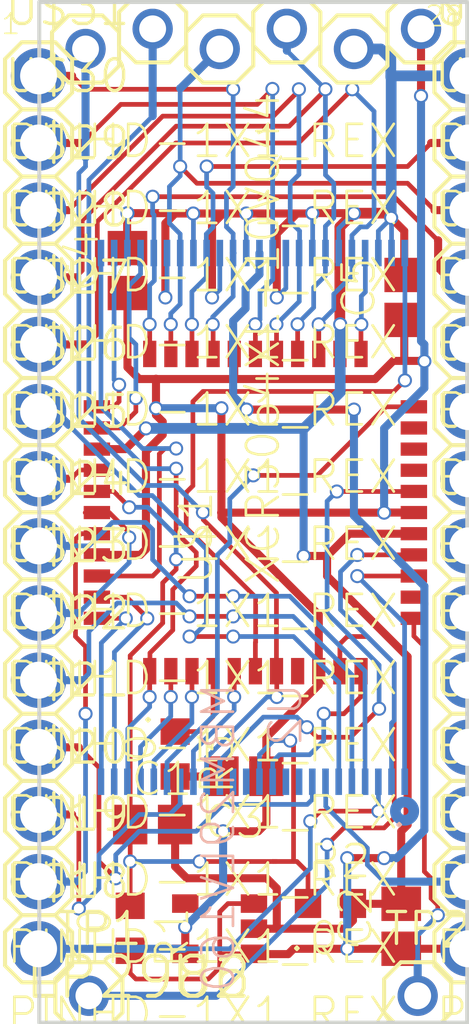
<source format=kicad_pcb>
(kicad_pcb (version 4) (host pcbnew 4.0.7-e2-6376~60~ubuntu17.10.1)

  (general
    (links 89)
    (no_connects 0)
    (area 138.849099 83.1342 170.359615 127.00635)
    (thickness 1.6)
    (drawings 7)
    (tracks 913)
    (zones 0)
    (modules 47)
    (nets 43)
  )

  (page A4)
  (layers
    (0 Top signal hide)
    (31 Bottom signal hide)
    (32 B.Adhes user hide)
    (33 F.Adhes user hide)
    (34 B.Paste user hide)
    (35 F.Paste user hide)
    (36 B.SilkS user)
    (37 F.SilkS user)
    (38 B.Mask user hide)
    (39 F.Mask user hide)
    (40 Dwgs.User user hide)
    (41 Cmts.User user hide)
    (42 Eco1.User user hide)
    (43 Eco2.User user hide)
    (44 Edge.Cuts user)
    (45 Margin user hide)
    (46 B.CrtYd user hide)
    (47 F.CrtYd user hide)
    (48 B.Fab user hide)
    (49 F.Fab user hide)
  )

  (setup
    (last_trace_width 0.25)
    (trace_clearance 0.1778)
    (zone_clearance 0.508)
    (zone_45_only no)
    (trace_min 0.1778)
    (segment_width 0.2)
    (edge_width 0.15)
    (via_size 0.6)
    (via_drill 0.4)
    (via_min_size 0.4)
    (via_min_drill 0.3)
    (uvia_size 0.3)
    (uvia_drill 0.1)
    (uvias_allowed no)
    (uvia_min_size 0.2)
    (uvia_min_drill 0.1)
    (pcb_text_width 0.3)
    (pcb_text_size 1.5 1.5)
    (mod_edge_width 0.15)
    (mod_text_size 1 1)
    (mod_text_width 0.15)
    (pad_size 1.524 1.524)
    (pad_drill 0.762)
    (pad_to_mask_clearance 0.0508)
    (aux_axis_origin 0 0)
    (visible_elements FFFF8EF3)
    (pcbplotparams
      (layerselection 0x00030_80000001)
      (usegerberextensions false)
      (excludeedgelayer true)
      (linewidth 0.100000)
      (plotframeref false)
      (viasonmask false)
      (mode 1)
      (useauxorigin false)
      (hpglpennumber 1)
      (hpglpenspeed 20)
      (hpglpendiameter 15)
      (hpglpenoverlay 2)
      (psnegative false)
      (psa4output false)
      (plotreference true)
      (plotvalue true)
      (plotinvisibletext false)
      (padsonsilk false)
      (subtractmaskfromsilk false)
      (outputformat 1)
      (mirror false)
      (drillshape 1)
      (scaleselection 1)
      (outputdirectory ""))
  )

  (net 0 "")
  (net 1 A8)
  (net 2 A9)
  (net 3 A10)
  (net 4 A11)
  (net 5 A12)
  (net 6 A13)
  (net 7 LVA15)
  (net 8 LVA17)
  (net 9 LVA16)
  (net 10 LVA19)
  (net 11 LVA18)
  (net 12 LVA7)
  (net 13 LVA6)
  (net 14 LVA2)
  (net 15 LVA1)
  (net 16 LVA0)
  (net 17 LVA3)
  (net 18 LVA4)
  (net 19 LVA5)
  (net 20 GND)
  (net 21 /CE)
  (net 22 /OE)
  (net 23 /WE)
  (net 24 AD2)
  (net 25 AD1)
  (net 26 AD0)
  (net 27 AD3)
  (net 28 AD4)
  (net 29 AD5)
  (net 30 AD6)
  (net 31 AD7)
  (net 32 RY/BY)
  (net 33 PORT_EN)
  (net 34 +5)
  (net 35 A14)
  (net 36 /CS)
  (net 37 ALE)
  (net 38 /RD)
  (net 39 +3V3)
  (net 40 /RESET)
  (net 41 TP1)
  (net 42 TP2)

  (net_class Default "This is the default net class."
    (clearance 0.1778)
    (trace_width 0.25)
    (via_dia 0.6)
    (via_drill 0.4)
    (uvia_dia 0.3)
    (uvia_drill 0.1)
    (add_net +3V3)
    (add_net +5)
    (add_net /CE)
    (add_net /CS)
    (add_net /OE)
    (add_net /RD)
    (add_net /RESET)
    (add_net /WE)
    (add_net A10)
    (add_net A11)
    (add_net A12)
    (add_net A13)
    (add_net A14)
    (add_net A8)
    (add_net A9)
    (add_net AD0)
    (add_net AD1)
    (add_net AD2)
    (add_net AD3)
    (add_net AD4)
    (add_net AD5)
    (add_net AD6)
    (add_net AD7)
    (add_net ALE)
    (add_net GND)
    (add_net LVA0)
    (add_net LVA1)
    (add_net LVA15)
    (add_net LVA16)
    (add_net LVA17)
    (add_net LVA18)
    (add_net LVA19)
    (add_net LVA2)
    (add_net LVA3)
    (add_net LVA4)
    (add_net LVA5)
    (add_net LVA6)
    (add_net LVA7)
    (add_net PORT_EN)
    (add_net RY/BY)
    (add_net TP1)
    (add_net TP2)
  )

  (module 48PINTSOP (layer Bottom) (tedit 0) (tstamp 5AE638E5)
    (at 154.2346 115.1955 90)
    (fp_text reference U2 (at 3.81 -3.81 90) (layer B.SilkS)
      (effects (font (size 1.2065 1.2065) (thickness 0.1016)) (justify left bottom mirror))
    )
    (fp_text value MBM29LV160 (at 3.81 -6.35 90) (layer B.SilkS)
      (effects (font (size 1.2065 1.2065) (thickness 0.1016)) (justify left bottom mirror))
    )
    (fp_text user . (at -1.27 0 90) (layer B.SilkS)
      (effects (font (size 1.2065 1.2065) (thickness 0.1016)) (justify left bottom mirror))
    )
    (pad P$1 smd rect (at 0 0) (size 0.25 1) (layers Bottom B.Paste B.Mask)
      (net 9 LVA16))
    (pad P$2 smd rect (at 0 -0.5) (size 0.25 1) (layers Bottom B.Paste B.Mask)
      (net 7 LVA15))
    (pad P$3 smd rect (at 0 -1) (size 0.25 1) (layers Bottom B.Paste B.Mask)
      (net 35 A14))
    (pad P$4 smd rect (at 0 -1.5) (size 0.25 1) (layers Bottom B.Paste B.Mask)
      (net 6 A13))
    (pad P$5 smd rect (at 0 -2) (size 0.25 1) (layers Bottom B.Paste B.Mask)
      (net 5 A12))
    (pad P$6 smd rect (at 0 -2.5) (size 0.25 1) (layers Bottom B.Paste B.Mask)
      (net 4 A11))
    (pad P$7 smd rect (at 0 -3) (size 0.25 1) (layers Bottom B.Paste B.Mask)
      (net 3 A10))
    (pad P$8 smd rect (at 0 -3.5) (size 0.25 1) (layers Bottom B.Paste B.Mask)
      (net 2 A9))
    (pad P$9 smd rect (at 0 -4) (size 0.25 1) (layers Bottom B.Paste B.Mask))
    (pad P$10 smd rect (at 0 -4.5) (size 0.25 1) (layers Bottom B.Paste B.Mask))
    (pad P$11 smd rect (at 0 -5) (size 0.25 1) (layers Bottom B.Paste B.Mask)
      (net 23 /WE))
    (pad P$12 smd rect (at 0 -5.5) (size 0.25 1) (layers Bottom B.Paste B.Mask)
      (net 40 /RESET))
    (pad P$13 smd rect (at 0 -6) (size 0.25 1) (layers Bottom B.Paste B.Mask))
    (pad P$14 smd rect (at 0 -6.5) (size 0.25 1) (layers Bottom B.Paste B.Mask))
    (pad P$15 smd rect (at 0 -7) (size 0.25 1) (layers Bottom B.Paste B.Mask)
      (net 32 RY/BY))
    (pad P$16 smd rect (at 0 -7.5) (size 0.25 1) (layers Bottom B.Paste B.Mask)
      (net 10 LVA19))
    (pad P$17 smd rect (at 0 -8) (size 0.25 1) (layers Bottom B.Paste B.Mask)
      (net 11 LVA18))
    (pad P$18 smd rect (at 0 -8.5) (size 0.25 1) (layers Bottom B.Paste B.Mask)
      (net 1 A8))
    (pad P$19 smd rect (at 0 -9) (size 0.25 1) (layers Bottom B.Paste B.Mask)
      (net 12 LVA7))
    (pad P$20 smd rect (at 0 -9.5) (size 0.25 1) (layers Bottom B.Paste B.Mask)
      (net 13 LVA6))
    (pad P$21 smd rect (at 0 -10) (size 0.25 1) (layers Bottom B.Paste B.Mask)
      (net 19 LVA5))
    (pad P$22 smd rect (at 0 -10.5) (size 0.25 1) (layers Bottom B.Paste B.Mask)
      (net 18 LVA4))
    (pad P$23 smd rect (at 0 -11) (size 0.25 1) (layers Bottom B.Paste B.Mask)
      (net 17 LVA3))
    (pad P$24 smd rect (at 0 -11.5) (size 0.25 1) (layers Bottom B.Paste B.Mask)
      (net 14 LVA2))
    (pad P$26 smd rect (at 20 -11) (size 0.25 1) (layers Bottom B.Paste B.Mask)
      (net 21 /CE))
    (pad P$25 smd rect (at 20 -11.5) (size 0.25 1) (layers Bottom B.Paste B.Mask)
      (net 15 LVA1))
    (pad P$27 smd rect (at 20 -10.5) (size 0.25 1) (layers Bottom B.Paste B.Mask)
      (net 20 GND))
    (pad P$28 smd rect (at 20 -10) (size 0.25 1) (layers Bottom B.Paste B.Mask)
      (net 22 /OE))
    (pad P$29 smd rect (at 20 -9.5) (size 0.25 1) (layers Bottom B.Paste B.Mask)
      (net 26 AD0))
    (pad P$30 smd rect (at 20 -9) (size 0.25 1) (layers Bottom B.Paste B.Mask)
      (net 20 GND))
    (pad P$31 smd rect (at 20 -8.5) (size 0.25 1) (layers Bottom B.Paste B.Mask)
      (net 25 AD1))
    (pad P$32 smd rect (at 20 -8) (size 0.25 1) (layers Bottom B.Paste B.Mask)
      (net 20 GND))
    (pad P$33 smd rect (at 20 -7.5) (size 0.25 1) (layers Bottom B.Paste B.Mask)
      (net 24 AD2))
    (pad P$34 smd rect (at 20 -7) (size 0.25 1) (layers Bottom B.Paste B.Mask)
      (net 20 GND))
    (pad P$35 smd rect (at 20 -6.5) (size 0.25 1) (layers Bottom B.Paste B.Mask)
      (net 27 AD3))
    (pad P$36 smd rect (at 20 -6) (size 0.25 1) (layers Bottom B.Paste B.Mask)
      (net 20 GND))
    (pad P$37 smd rect (at 20 -5.5) (size 0.25 1) (layers Bottom B.Paste B.Mask)
      (net 34 +5))
    (pad P$38 smd rect (at 20 -5) (size 0.25 1) (layers Bottom B.Paste B.Mask)
      (net 28 AD4))
    (pad P$39 smd rect (at 20 -4.5) (size 0.25 1) (layers Bottom B.Paste B.Mask)
      (net 20 GND))
    (pad P$40 smd rect (at 20 -4) (size 0.25 1) (layers Bottom B.Paste B.Mask)
      (net 29 AD5))
    (pad P$41 smd rect (at 20 -3.5) (size 0.25 1) (layers Bottom B.Paste B.Mask)
      (net 20 GND))
    (pad P$42 smd rect (at 20 -3) (size 0.25 1) (layers Bottom B.Paste B.Mask)
      (net 30 AD6))
    (pad P$43 smd rect (at 20 -2.5) (size 0.25 1) (layers Bottom B.Paste B.Mask)
      (net 20 GND))
    (pad P$44 smd rect (at 20 -2) (size 0.25 1) (layers Bottom B.Paste B.Mask)
      (net 31 AD7))
    (pad P$45 smd rect (at 20 -1.5) (size 0.25 1) (layers Bottom B.Paste B.Mask)
      (net 16 LVA0))
    (pad P$46 smd rect (at 20 -1) (size 0.25 1) (layers Bottom B.Paste B.Mask)
      (net 20 GND))
    (pad P$47 smd rect (at 20 -0.5) (size 0.25 1) (layers Bottom B.Paste B.Mask)
      (net 20 GND))
    (pad P$48 smd rect (at 20 0) (size 0.25 1) (layers Bottom B.Paste B.Mask)
      (net 8 LVA17))
  )

  (module SOT-23-5 (layer Top) (tedit 0) (tstamp 5AE63919)
    (at 148.5265 121.7041 180)
    (fp_text reference U6 (at 0 0 180) (layer F.SilkS)
      (effects (font (thickness 0.15)) (justify right top))
    )
    (fp_text value LP2982 (at 0 0 180) (layer F.SilkS)
      (effects (font (thickness 0.15)) (justify right top))
    )
    (fp_text user . (at -1.27 0 180) (layer F.SilkS)
      (effects (font (size 1.2065 1.2065) (thickness 0.1016)) (justify left bottom))
    )
    (pad P$1 smd rect (at 0 0 180) (size 1 0.7) (layers Top F.Paste F.Mask)
      (net 34 +5))
    (pad P$2 smd rect (at 0 0.95 180) (size 1 0.7) (layers Top F.Paste F.Mask)
      (net 20 GND))
    (pad P$3 smd rect (at 0 1.9 180) (size 1 0.7) (layers Top F.Paste F.Mask)
      (net 34 +5))
    (pad P$4 smd rect (at 2.6 1.9 180) (size 1 0.7) (layers Top F.Paste F.Mask))
    (pad P$5 smd rect (at 2.6 0 180) (size 1 0.7) (layers Top F.Paste F.Mask)
      (net 39 +3V3))
  )

  (module C0805 (layer Top) (tedit 0) (tstamp 5AE63922)
    (at 154.1018 120.6627 90)
    (descr "<b>CAPACITOR</b><p>\nchip")
    (fp_text reference C2 (at -0.889 -1.016 90) (layer F.SilkS)
      (effects (font (size 1.2065 1.2065) (thickness 0.1016)) (justify left bottom))
    )
    (fp_text value "" (at -0.889 2.286 90) (layer F.SilkS)
      (effects (font (size 1.2065 1.2065) (thickness 0.1016)) (justify left bottom))
    )
    (fp_line (start -0.381 -0.66) (end 0.381 -0.66) (layer Dwgs.User) (width 0.1016))
    (fp_line (start -0.356 0.66) (end 0.381 0.66) (layer Dwgs.User) (width 0.1016))
    (fp_poly (pts (xy -1.0922 0.7239) (xy -0.3421 0.7239) (xy -0.3421 -0.7262) (xy -1.0922 -0.7262)) (layer Dwgs.User) (width 0))
    (fp_poly (pts (xy 0.3556 0.7239) (xy 1.1057 0.7239) (xy 1.1057 -0.7262) (xy 0.3556 -0.7262)) (layer Dwgs.User) (width 0))
    (fp_poly (pts (xy -0.1001 0.4001) (xy 0.1001 0.4001) (xy 0.1001 -0.4001) (xy -0.1001 -0.4001)) (layer F.Adhes) (width 0))
    (pad 1 smd rect (at -0.85 0 90) (size 1.3 1.5) (layers Top F.Paste F.Mask)
      (net 34 +5))
    (pad 2 smd rect (at 0.85 0 90) (size 1.3 1.5) (layers Top F.Paste F.Mask)
      (net 20 GND))
  )

  (module C0805 (layer Top) (tedit 0) (tstamp 5AE6392C)
    (at 148.1455 114.9858 180)
    (descr "<b>CAPACITOR</b><p>\nchip")
    (fp_text reference C3 (at -0.889 -1.016 180) (layer F.SilkS)
      (effects (font (size 1.2065 1.2065) (thickness 0.1016)) (justify right top))
    )
    (fp_text value "" (at -0.889 2.286 180) (layer F.SilkS)
      (effects (font (size 1.2065 1.2065) (thickness 0.1016)) (justify right top))
    )
    (fp_line (start -0.381 -0.66) (end 0.381 -0.66) (layer Dwgs.User) (width 0.1016))
    (fp_line (start -0.356 0.66) (end 0.381 0.66) (layer Dwgs.User) (width 0.1016))
    (fp_poly (pts (xy -1.0922 0.7239) (xy -0.3421 0.7239) (xy -0.3421 -0.7262) (xy -1.0922 -0.7262)) (layer Dwgs.User) (width 0))
    (fp_poly (pts (xy 0.3556 0.7239) (xy 1.1057 0.7239) (xy 1.1057 -0.7262) (xy 0.3556 -0.7262)) (layer Dwgs.User) (width 0))
    (fp_poly (pts (xy -0.1001 0.4001) (xy 0.1001 0.4001) (xy 0.1001 -0.4001) (xy -0.1001 -0.4001)) (layer F.Adhes) (width 0))
    (pad 1 smd rect (at -0.85 0 180) (size 1.3 1.5) (layers Top F.Paste F.Mask)
      (net 39 +3V3))
    (pad 2 smd rect (at 0.85 0 180) (size 1.3 1.5) (layers Top F.Paste F.Mask)
      (net 20 GND))
  )

  (module C0805 (layer Top) (tedit 0) (tstamp 5AE63936)
    (at 143.7386 95.8596 90)
    (descr "<b>CAPACITOR</b><p>\nchip")
    (fp_text reference C4 (at -0.889 -1.016 90) (layer F.SilkS)
      (effects (font (size 1.2065 1.2065) (thickness 0.1016)) (justify left bottom))
    )
    (fp_text value "" (at -0.889 2.286 90) (layer F.SilkS)
      (effects (font (size 1.2065 1.2065) (thickness 0.1016)) (justify left bottom))
    )
    (fp_line (start -0.381 -0.66) (end 0.381 -0.66) (layer Dwgs.User) (width 0.1016))
    (fp_line (start -0.356 0.66) (end 0.381 0.66) (layer Dwgs.User) (width 0.1016))
    (fp_poly (pts (xy -1.0922 0.7239) (xy -0.3421 0.7239) (xy -0.3421 -0.7262) (xy -1.0922 -0.7262)) (layer Dwgs.User) (width 0))
    (fp_poly (pts (xy 0.3556 0.7239) (xy 1.1057 0.7239) (xy 1.1057 -0.7262) (xy 0.3556 -0.7262)) (layer Dwgs.User) (width 0))
    (fp_poly (pts (xy -0.1001 0.4001) (xy 0.1001 0.4001) (xy 0.1001 -0.4001) (xy -0.1001 -0.4001)) (layer F.Adhes) (width 0))
    (pad 1 smd rect (at -0.85 0 90) (size 1.3 1.5) (layers Top F.Paste F.Mask)
      (net 39 +3V3))
    (pad 2 smd rect (at 0.85 0 90) (size 1.3 1.5) (layers Top F.Paste F.Mask)
      (net 20 GND))
  )

  (module C0805 (layer Top) (tedit 0) (tstamp 5AE63940)
    (at 154.2161 96.8756 90)
    (descr "<b>CAPACITOR</b><p>\nchip")
    (fp_text reference C5 (at -0.889 -1.016 90) (layer F.SilkS)
      (effects (font (size 1.2065 1.2065) (thickness 0.1016)) (justify left bottom))
    )
    (fp_text value "" (at -0.889 2.286 90) (layer F.SilkS)
      (effects (font (size 1.2065 1.2065) (thickness 0.1016)) (justify left bottom))
    )
    (fp_line (start -0.381 -0.66) (end 0.381 -0.66) (layer Dwgs.User) (width 0.1016))
    (fp_line (start -0.356 0.66) (end 0.381 0.66) (layer Dwgs.User) (width 0.1016))
    (fp_poly (pts (xy -1.0922 0.7239) (xy -0.3421 0.7239) (xy -0.3421 -0.7262) (xy -1.0922 -0.7262)) (layer Dwgs.User) (width 0))
    (fp_poly (pts (xy 0.3556 0.7239) (xy 1.1057 0.7239) (xy 1.1057 -0.7262) (xy 0.3556 -0.7262)) (layer Dwgs.User) (width 0))
    (fp_poly (pts (xy -0.1001 0.4001) (xy 0.1001 0.4001) (xy 0.1001 -0.4001) (xy -0.1001 -0.4001)) (layer F.Adhes) (width 0))
    (pad 1 smd rect (at -0.85 0 90) (size 1.3 1.5) (layers Top F.Paste F.Mask)
      (net 39 +3V3))
    (pad 2 smd rect (at 0.85 0 90) (size 1.3 1.5) (layers Top F.Paste F.Mask)
      (net 20 GND))
  )

  (module C0805 (layer Top) (tedit 0) (tstamp 5AE6394A)
    (at 144.6911 116.8146)
    (descr "<b>CAPACITOR</b><p>\nchip")
    (fp_text reference C1 (at -0.889 -1.016) (layer F.SilkS)
      (effects (font (size 1.2065 1.2065) (thickness 0.09652)) (justify left bottom))
    )
    (fp_text value "" (at -0.889 2.286) (layer F.SilkS)
      (effects (font (size 1.2065 1.2065) (thickness 0.09652)) (justify left bottom))
    )
    (fp_line (start -0.381 -0.66) (end 0.381 -0.66) (layer Dwgs.User) (width 0.1016))
    (fp_line (start -0.356 0.66) (end 0.381 0.66) (layer Dwgs.User) (width 0.1016))
    (fp_poly (pts (xy -1.0922 0.7239) (xy -0.3421 0.7239) (xy -0.3421 -0.7262) (xy -1.0922 -0.7262)) (layer Dwgs.User) (width 0))
    (fp_poly (pts (xy 0.3556 0.7239) (xy 1.1057 0.7239) (xy 1.1057 -0.7262) (xy 0.3556 -0.7262)) (layer Dwgs.User) (width 0))
    (fp_poly (pts (xy -0.1001 0.4001) (xy 0.1001 0.4001) (xy 0.1001 -0.4001) (xy -0.1001 -0.4001)) (layer F.Adhes) (width 0))
    (pad 1 smd rect (at -0.85 0) (size 1.3 1.5) (layers Top F.Paste F.Mask)
      (net 40 /RESET))
    (pad 2 smd rect (at 0.85 0) (size 1.3 1.5) (layers Top F.Paste F.Mask)
      (net 20 GND))
  )

  (module R0603 (layer Top) (tedit 0) (tstamp 5AE63954)
    (at 145.542 114.1476 270)
    (descr "<b>RESISTOR</b><p>\nchip")
    (fp_text reference R3 (at -0.889 -0.889 270) (layer F.SilkS)
      (effects (font (size 1.2065 1.2065) (thickness 0.1016)) (justify right top))
    )
    (fp_text value 0 (at -0.889 2.032 270) (layer F.SilkS)
      (effects (font (size 1.2065 1.2065) (thickness 0.1016)) (justify right top))
    )
    (fp_line (start -0.432 0.356) (end 0.432 0.356) (layer Dwgs.User) (width 0.1524))
    (fp_line (start 0.432 -0.356) (end -0.432 -0.356) (layer Dwgs.User) (width 0.1524))
    (fp_poly (pts (xy 0.4318 0.4318) (xy 0.8382 0.4318) (xy 0.8382 -0.4318) (xy 0.4318 -0.4318)) (layer Dwgs.User) (width 0))
    (fp_poly (pts (xy -0.8382 0.4318) (xy -0.4318 0.4318) (xy -0.4318 -0.4318) (xy -0.8382 -0.4318)) (layer Dwgs.User) (width 0))
    (fp_poly (pts (xy -0.1999 0.4001) (xy 0.1999 0.4001) (xy 0.1999 -0.4001) (xy -0.1999 -0.4001)) (layer F.Adhes) (width 0))
    (pad 1 smd rect (at -0.85 0 270) (size 1 1.1) (layers Top F.Paste F.Mask)
      (net 33 PORT_EN))
    (pad 2 smd rect (at 0.85 0 270) (size 1 1.1) (layers Top F.Paste F.Mask)
      (net 20 GND))
  )

  (module VQ44 (layer Top) (tedit 0) (tstamp 5AE6395E)
    (at 149.5806 104.013 90)
    (fp_text reference U$1 (at -3.81 -2.54 90) (layer F.SilkS)
      (effects (font (size 1.2065 1.2065) (thickness 0.1016)) (justify left bottom))
    )
    (fp_text value XCR3064XL-10VQ44 (at -3.81 0 90) (layer F.SilkS)
      (effects (font (size 1.2065 1.2065) (thickness 0.1016)) (justify left bottom))
    )
    (fp_text user . (at -9.19 -4.85 90) (layer F.SilkS)
      (effects (font (size 1.2065 1.2065) (thickness 0.1016)) (justify left bottom))
    )
    (pad P$1 smd rect (at -7 -5 180) (size 0.5 1) (layers Top F.Paste F.Mask)
      (net 18 LVA4))
    (pad P$2 smd rect (at -7 -4.2 180) (size 0.5 1) (layers Top F.Paste F.Mask)
      (net 19 LVA5))
    (pad P$3 smd rect (at -7 -3.4 180) (size 0.5 1) (layers Top F.Paste F.Mask)
      (net 13 LVA6))
    (pad P$4 smd rect (at -7 -2.6 180) (size 0.5 1) (layers Top F.Paste F.Mask)
      (net 33 PORT_EN))
    (pad P$5 smd rect (at -7 -1.8 180) (size 0.5 1) (layers Top F.Paste F.Mask)
      (net 11 LVA18))
    (pad P$6 smd rect (at -7 -1 180) (size 0.5 1) (layers Top F.Paste F.Mask)
      (net 8 LVA17))
    (pad P$7 smd rect (at -7 -0.2 180) (size 0.5 1) (layers Top F.Paste F.Mask)
      (net 10 LVA19))
    (pad P$8 smd rect (at -7 0.6 180) (size 0.5 1) (layers Top F.Paste F.Mask))
    (pad P$9 smd rect (at -7 1.4 180) (size 0.5 1) (layers Top F.Paste F.Mask)
      (net 39 +3V3))
    (pad P$10 smd rect (at -7 2.2 180) (size 0.5 1) (layers Top F.Paste F.Mask)
      (net 41 TP1))
    (pad P$11 smd rect (at -7 3 180) (size 0.5 1) (layers Top F.Paste F.Mask)
      (net 23 /WE))
    (pad P$12 smd rect (at -5 5 270) (size 0.5 1) (layers Top F.Paste F.Mask)
      (net 42 TP2))
    (pad P$13 smd rect (at -4.2 5 270) (size 0.5 1) (layers Top F.Paste F.Mask))
    (pad P$14 smd rect (at -3.4 5 270) (size 0.5 1) (layers Top F.Paste F.Mask)
      (net 9 LVA16))
    (pad P$15 smd rect (at -2.6 5 270) (size 0.5 1) (layers Top F.Paste F.Mask)
      (net 7 LVA15))
    (pad P$16 smd rect (at -1.8 5 270) (size 0.5 1) (layers Top F.Paste F.Mask)
      (net 20 GND))
    (pad P$17 smd rect (at -1 5 270) (size 0.5 1) (layers Top F.Paste F.Mask)
      (net 39 +3V3))
    (pad P$18 smd rect (at -0.2 5 270) (size 0.5 1) (layers Top F.Paste F.Mask)
      (net 32 RY/BY))
    (pad P$19 smd rect (at 0.6 5 270) (size 0.5 1) (layers Top F.Paste F.Mask))
    (pad P$20 smd rect (at 1.4 5 270) (size 0.5 1) (layers Top F.Paste F.Mask))
    (pad P$21 smd rect (at 2.2 5 270) (size 0.5 1) (layers Top F.Paste F.Mask))
    (pad P$22 smd rect (at 3 5 270) (size 0.5 1) (layers Top F.Paste F.Mask)
      (net 12 LVA7))
    (pad P$23 smd rect (at 5 3) (size 0.5 1) (layers Top F.Paste F.Mask)
      (net 16 LVA0))
    (pad P$24 smd rect (at 5 2.2) (size 0.5 1) (layers Top F.Paste F.Mask)
      (net 20 GND))
    (pad P$25 smd rect (at 5 1.4) (size 0.5 1) (layers Top F.Paste F.Mask)
      (net 31 AD7))
    (pad P$26 smd rect (at 5 0.6) (size 0.5 1) (layers Top F.Paste F.Mask)
      (net 30 AD6))
    (pad P$27 smd rect (at 5 -0.2) (size 0.5 1) (layers Top F.Paste F.Mask)
      (net 29 AD5))
    (pad P$28 smd rect (at 5 -1) (size 0.5 1) (layers Top F.Paste F.Mask)
      (net 28 AD4))
    (pad P$29 smd rect (at 5 -1.8) (size 0.5 1) (layers Top F.Paste F.Mask)
      (net 39 +3V3))
    (pad P$30 smd rect (at 5 -2.6) (size 0.5 1) (layers Top F.Paste F.Mask)
      (net 27 AD3))
    (pad P$31 smd rect (at 5 -3.4) (size 0.5 1) (layers Top F.Paste F.Mask)
      (net 24 AD2))
    (pad P$32 smd rect (at 5 -4.2) (size 0.5 1) (layers Top F.Paste F.Mask)
      (net 25 AD1))
    (pad P$33 smd rect (at 5 -5) (size 0.5 1) (layers Top F.Paste F.Mask)
      (net 26 AD0))
    (pad P$34 smd rect (at 3 -7 90) (size 0.5 1) (layers Top F.Paste F.Mask)
      (net 21 /CE))
    (pad P$35 smd rect (at 2.2 -7 90) (size 0.5 1) (layers Top F.Paste F.Mask)
      (net 22 /OE))
    (pad P$36 smd rect (at 1.4 -7 90) (size 0.5 1) (layers Top F.Paste F.Mask)
      (net 20 GND))
    (pad P$37 smd rect (at 0.6 -7 90) (size 0.5 1) (layers Top F.Paste F.Mask)
      (net 38 /RD))
    (pad P$38 smd rect (at -0.2 -7 90) (size 0.5 1) (layers Top F.Paste F.Mask)
      (net 40 /RESET))
    (pad P$39 smd rect (at -1 -7 90) (size 0.5 1) (layers Top F.Paste F.Mask)
      (net 37 ALE))
    (pad P$40 smd rect (at -1.8 -7 90) (size 0.5 1) (layers Top F.Paste F.Mask)
      (net 36 /CS))
    (pad P$41 smd rect (at -2.6 -7 90) (size 0.5 1) (layers Top F.Paste F.Mask)
      (net 39 +3V3))
    (pad P$42 smd rect (at -3.4 -7 90) (size 0.5 1) (layers Top F.Paste F.Mask)
      (net 15 LVA1))
    (pad P$43 smd rect (at -4.2 -7 90) (size 0.5 1) (layers Top F.Paste F.Mask)
      (net 17 LVA3))
    (pad P$44 smd rect (at -5 -7 90) (size 0.5 1) (layers Top F.Paste F.Mask)
      (net 14 LVA2))
  )

  (module R0603 (layer Top) (tedit 0) (tstamp 5AE6398E)
    (at 143.8402 120.7389 270)
    (descr "<b>RESISTOR</b><p>\nchip")
    (fp_text reference R1 (at -0.889 -0.889 270) (layer F.SilkS)
      (effects (font (size 1.2065 1.2065) (thickness 0.1016)) (justify right top))
    )
    (fp_text value 0 (at -0.889 2.032 270) (layer F.SilkS)
      (effects (font (size 1.2065 1.2065) (thickness 0.1016)) (justify right top))
    )
    (fp_line (start -0.432 0.356) (end 0.432 0.356) (layer Dwgs.User) (width 0.1524))
    (fp_line (start 0.432 -0.356) (end -0.432 -0.356) (layer Dwgs.User) (width 0.1524))
    (fp_poly (pts (xy 0.4318 0.4318) (xy 0.8382 0.4318) (xy 0.8382 -0.4318) (xy 0.4318 -0.4318)) (layer Dwgs.User) (width 0))
    (fp_poly (pts (xy -0.8382 0.4318) (xy -0.4318 0.4318) (xy -0.4318 -0.4318) (xy -0.8382 -0.4318)) (layer Dwgs.User) (width 0))
    (fp_poly (pts (xy -0.1999 0.4001) (xy 0.1999 0.4001) (xy 0.1999 -0.4001) (xy -0.1999 -0.4001)) (layer F.Adhes) (width 0))
    (pad 1 smd rect (at -0.85 0 270) (size 1 1.1) (layers Top F.Paste F.Mask)
      (net 40 /RESET))
    (pad 2 smd rect (at 0.85 0 270) (size 1 1.1) (layers Top F.Paste F.Mask)
      (net 34 +5))
  )

  (module 1X01 (layer Top) (tedit 0) (tstamp 5AE63998)
    (at 142.1511 87.4776)
    (descr "<b>PIN HEADER</b>")
    (fp_text reference TMS (at -1.3462 -1.8288) (layer F.SilkS)
      (effects (font (size 1.2065 1.2065) (thickness 0.127)) (justify left bottom))
    )
    (fp_text value "" (at -1.27 3.175) (layer F.SilkS)
      (effects (font (size 1.2065 1.2065) (thickness 0.1016)) (justify left bottom))
    )
    (fp_line (start -0.635 -1.27) (end 0.635 -1.27) (layer F.SilkS) (width 0.1524))
    (fp_line (start 0.635 -1.27) (end 1.27 -0.635) (layer F.SilkS) (width 0.1524))
    (fp_line (start 1.27 -0.635) (end 1.27 0.635) (layer F.SilkS) (width 0.1524))
    (fp_line (start 1.27 0.635) (end 0.635 1.27) (layer F.SilkS) (width 0.1524))
    (fp_line (start -1.27 -0.635) (end -1.27 0.635) (layer F.SilkS) (width 0.1524))
    (fp_line (start -0.635 -1.27) (end -1.27 -0.635) (layer F.SilkS) (width 0.1524))
    (fp_line (start -1.27 0.635) (end -0.635 1.27) (layer F.SilkS) (width 0.1524))
    (fp_line (start 0.635 1.27) (end -0.635 1.27) (layer F.SilkS) (width 0.1524))
    (fp_poly (pts (xy -0.254 0.254) (xy 0.254 0.254) (xy 0.254 -0.254) (xy -0.254 -0.254)) (layer Dwgs.User) (width 0))
    (pad 1 thru_hole circle (at 0 0) (size 1.524 1.524) (drill 1.016) (layers *.Cu *.Mask)
      (net 10 LVA19))
  )

  (module 1X01 (layer Top) (tedit 0) (tstamp 5AE639A5)
    (at 149.7711 86.7156)
    (descr "<b>PIN HEADER</b>")
    (fp_text reference TCK (at -1.3462 -1.8288) (layer F.SilkS)
      (effects (font (size 1.2065 1.2065) (thickness 0.127)) (justify left bottom))
    )
    (fp_text value "" (at -1.27 3.175) (layer F.SilkS)
      (effects (font (size 1.2065 1.2065) (thickness 0.1016)) (justify left bottom))
    )
    (fp_line (start -0.635 -1.27) (end 0.635 -1.27) (layer F.SilkS) (width 0.1524))
    (fp_line (start 0.635 -1.27) (end 1.27 -0.635) (layer F.SilkS) (width 0.1524))
    (fp_line (start 1.27 -0.635) (end 1.27 0.635) (layer F.SilkS) (width 0.1524))
    (fp_line (start 1.27 0.635) (end 0.635 1.27) (layer F.SilkS) (width 0.1524))
    (fp_line (start -1.27 -0.635) (end -1.27 0.635) (layer F.SilkS) (width 0.1524))
    (fp_line (start -0.635 -1.27) (end -1.27 -0.635) (layer F.SilkS) (width 0.1524))
    (fp_line (start -1.27 0.635) (end -0.635 1.27) (layer F.SilkS) (width 0.1524))
    (fp_line (start 0.635 1.27) (end -0.635 1.27) (layer F.SilkS) (width 0.1524))
    (fp_poly (pts (xy -0.254 0.254) (xy 0.254 0.254) (xy 0.254 -0.254) (xy -0.254 -0.254)) (layer Dwgs.User) (width 0))
    (pad 1 thru_hole circle (at 0 0) (size 1.524 1.524) (drill 1.016) (layers *.Cu *.Mask)
      (net 30 AD6))
  )

  (module 1X01 (layer Top) (tedit 0) (tstamp 5AE639B2)
    (at 144.6911 86.7156)
    (descr "<b>PIN HEADER</b>")
    (fp_text reference TDI (at -1.3462 -1.8288) (layer F.SilkS)
      (effects (font (size 1.2065 1.2065) (thickness 0.127)) (justify left bottom))
    )
    (fp_text value "" (at -1.27 3.175) (layer F.SilkS)
      (effects (font (size 1.2065 1.2065) (thickness 0.1016)) (justify left bottom))
    )
    (fp_line (start -0.635 -1.27) (end 0.635 -1.27) (layer F.SilkS) (width 0.1524))
    (fp_line (start 0.635 -1.27) (end 1.27 -0.635) (layer F.SilkS) (width 0.1524))
    (fp_line (start 1.27 -0.635) (end 1.27 0.635) (layer F.SilkS) (width 0.1524))
    (fp_line (start 1.27 0.635) (end 0.635 1.27) (layer F.SilkS) (width 0.1524))
    (fp_line (start -1.27 -0.635) (end -1.27 0.635) (layer F.SilkS) (width 0.1524))
    (fp_line (start -0.635 -1.27) (end -1.27 -0.635) (layer F.SilkS) (width 0.1524))
    (fp_line (start -1.27 0.635) (end -0.635 1.27) (layer F.SilkS) (width 0.1524))
    (fp_line (start 0.635 1.27) (end -0.635 1.27) (layer F.SilkS) (width 0.1524))
    (fp_poly (pts (xy -0.254 0.254) (xy 0.254 0.254) (xy 0.254 -0.254) (xy -0.254 -0.254)) (layer Dwgs.User) (width 0))
    (pad 1 thru_hole circle (at 0 0) (size 1.524 1.524) (drill 1.016) (layers *.Cu *.Mask)
      (net 18 LVA4))
  )

  (module 1X01 (layer Top) (tedit 0) (tstamp 5AE639BF)
    (at 147.2311 87.4776)
    (descr "<b>PIN HEADER</b>")
    (fp_text reference TDO (at -1.3462 -1.8288) (layer F.SilkS)
      (effects (font (size 1.2065 1.2065) (thickness 0.127)) (justify left bottom))
    )
    (fp_text value "" (at -1.27 3.175) (layer F.SilkS)
      (effects (font (size 1.2065 1.2065) (thickness 0.1016)) (justify left bottom))
    )
    (fp_line (start -0.635 -1.27) (end 0.635 -1.27) (layer F.SilkS) (width 0.1524))
    (fp_line (start 0.635 -1.27) (end 1.27 -0.635) (layer F.SilkS) (width 0.1524))
    (fp_line (start 1.27 -0.635) (end 1.27 0.635) (layer F.SilkS) (width 0.1524))
    (fp_line (start 1.27 0.635) (end 0.635 1.27) (layer F.SilkS) (width 0.1524))
    (fp_line (start -1.27 -0.635) (end -1.27 0.635) (layer F.SilkS) (width 0.1524))
    (fp_line (start -0.635 -1.27) (end -1.27 -0.635) (layer F.SilkS) (width 0.1524))
    (fp_line (start -1.27 0.635) (end -0.635 1.27) (layer F.SilkS) (width 0.1524))
    (fp_line (start 0.635 1.27) (end -0.635 1.27) (layer F.SilkS) (width 0.1524))
    (fp_poly (pts (xy -0.254 0.254) (xy 0.254 0.254) (xy 0.254 -0.254) (xy -0.254 -0.254)) (layer Dwgs.User) (width 0))
    (pad 1 thru_hole circle (at 0 0) (size 1.524 1.524) (drill 1.016) (layers *.Cu *.Mask)
      (net 25 AD1))
  )

  (module 1X01 (layer Top) (tedit 0) (tstamp 5AE639CC)
    (at 152.3111 87.4776)
    (descr "<b>PIN HEADER</b>")
    (fp_text reference GND1 (at -1.3462 -1.8288) (layer F.SilkS)
      (effects (font (size 1.2065 1.2065) (thickness 0.127)) (justify left bottom))
    )
    (fp_text value "" (at -1.27 3.175) (layer F.SilkS)
      (effects (font (size 1.2065 1.2065) (thickness 0.1016)) (justify left bottom))
    )
    (fp_line (start -0.635 -1.27) (end 0.635 -1.27) (layer F.SilkS) (width 0.1524))
    (fp_line (start 0.635 -1.27) (end 1.27 -0.635) (layer F.SilkS) (width 0.1524))
    (fp_line (start 1.27 -0.635) (end 1.27 0.635) (layer F.SilkS) (width 0.1524))
    (fp_line (start 1.27 0.635) (end 0.635 1.27) (layer F.SilkS) (width 0.1524))
    (fp_line (start -1.27 -0.635) (end -1.27 0.635) (layer F.SilkS) (width 0.1524))
    (fp_line (start -0.635 -1.27) (end -1.27 -0.635) (layer F.SilkS) (width 0.1524))
    (fp_line (start -1.27 0.635) (end -0.635 1.27) (layer F.SilkS) (width 0.1524))
    (fp_line (start 0.635 1.27) (end -0.635 1.27) (layer F.SilkS) (width 0.1524))
    (fp_poly (pts (xy -0.254 0.254) (xy 0.254 0.254) (xy 0.254 -0.254) (xy -0.254 -0.254)) (layer Dwgs.User) (width 0))
    (pad 1 thru_hole circle (at 0 0) (size 1.524 1.524) (drill 1.016) (layers *.Cu *.Mask)
      (net 20 GND))
  )

  (module 1X01 (layer Top) (tedit 0) (tstamp 5AE639D9)
    (at 154.8511 86.7156)
    (descr "<b>PIN HEADER</b>")
    (fp_text reference +3V3_1 (at -1.3462 -1.8288) (layer F.SilkS)
      (effects (font (size 1.2065 1.2065) (thickness 0.127)) (justify left bottom))
    )
    (fp_text value "" (at -1.27 3.175) (layer F.SilkS)
      (effects (font (size 1.2065 1.2065) (thickness 0.1016)) (justify left bottom))
    )
    (fp_line (start -0.635 -1.27) (end 0.635 -1.27) (layer F.SilkS) (width 0.1524))
    (fp_line (start 0.635 -1.27) (end 1.27 -0.635) (layer F.SilkS) (width 0.1524))
    (fp_line (start 1.27 -0.635) (end 1.27 0.635) (layer F.SilkS) (width 0.1524))
    (fp_line (start 1.27 0.635) (end 0.635 1.27) (layer F.SilkS) (width 0.1524))
    (fp_line (start -1.27 -0.635) (end -1.27 0.635) (layer F.SilkS) (width 0.1524))
    (fp_line (start -0.635 -1.27) (end -1.27 -0.635) (layer F.SilkS) (width 0.1524))
    (fp_line (start -1.27 0.635) (end -0.635 1.27) (layer F.SilkS) (width 0.1524))
    (fp_line (start 0.635 1.27) (end -0.635 1.27) (layer F.SilkS) (width 0.1524))
    (fp_poly (pts (xy -0.254 0.254) (xy 0.254 0.254) (xy 0.254 -0.254) (xy -0.254 -0.254)) (layer Dwgs.User) (width 0))
    (pad 1 thru_hole circle (at 0 0) (size 1.524 1.524) (drill 1.016) (layers *.Cu *.Mask)
      (net 39 +3V3))
  )

  (module 1X01_REX (layer Top) (tedit 0) (tstamp 5AE639E6)
    (at 156.6291 88.4936)
    (fp_text reference U$4 (at -1.3462 -1.8288) (layer F.SilkS)
      (effects (font (size 1.2065 1.2065) (thickness 0.127)) (justify left bottom))
    )
    (fp_text value PINHD-1X1_REX (at -1.27 3.175) (layer F.SilkS)
      (effects (font (size 1.2065 1.2065) (thickness 0.1016)) (justify left bottom))
    )
    (fp_line (start -0.635 -1.27) (end 0.635 -1.27) (layer F.SilkS) (width 0.1524))
    (fp_line (start 0.635 -1.27) (end 1.27 -0.635) (layer F.SilkS) (width 0.1524))
    (fp_line (start 1.27 -0.635) (end 1.27 0.635) (layer F.SilkS) (width 0.1524))
    (fp_line (start 1.27 0.635) (end 0.635 1.27) (layer F.SilkS) (width 0.1524))
    (fp_line (start -1.27 -0.635) (end -1.27 0.635) (layer F.SilkS) (width 0.1524))
    (fp_line (start -0.635 -1.27) (end -1.27 -0.635) (layer F.SilkS) (width 0.1524))
    (fp_line (start -1.27 0.635) (end -0.635 1.27) (layer F.SilkS) (width 0.1524))
    (fp_line (start 0.635 1.27) (end -0.635 1.27) (layer F.SilkS) (width 0.1524))
    (fp_poly (pts (xy -0.254 0.254) (xy 0.254 0.254) (xy 0.254 -0.254) (xy -0.254 -0.254)) (layer Dwgs.User) (width 0))
    (pad 1 thru_hole circle (at 0 0) (size 2.0955 2.0955) (drill 1.397) (layers *.Cu *.Mask)
      (net 20 GND))
  )

  (module 1X01_REX (layer Top) (tedit 0) (tstamp 5AE639F3)
    (at 156.6291 91.0336)
    (fp_text reference U$5 (at -1.3462 -1.8288) (layer F.SilkS)
      (effects (font (size 1.2065 1.2065) (thickness 0.127)) (justify left bottom))
    )
    (fp_text value PINHD-1X1_REX (at -1.27 3.175) (layer F.SilkS)
      (effects (font (size 1.2065 1.2065) (thickness 0.1016)) (justify left bottom))
    )
    (fp_line (start -0.635 -1.27) (end 0.635 -1.27) (layer F.SilkS) (width 0.1524))
    (fp_line (start 0.635 -1.27) (end 1.27 -0.635) (layer F.SilkS) (width 0.1524))
    (fp_line (start 1.27 -0.635) (end 1.27 0.635) (layer F.SilkS) (width 0.1524))
    (fp_line (start 1.27 0.635) (end 0.635 1.27) (layer F.SilkS) (width 0.1524))
    (fp_line (start -1.27 -0.635) (end -1.27 0.635) (layer F.SilkS) (width 0.1524))
    (fp_line (start -0.635 -1.27) (end -1.27 -0.635) (layer F.SilkS) (width 0.1524))
    (fp_line (start -1.27 0.635) (end -0.635 1.27) (layer F.SilkS) (width 0.1524))
    (fp_line (start 0.635 1.27) (end -0.635 1.27) (layer F.SilkS) (width 0.1524))
    (fp_poly (pts (xy -0.254 0.254) (xy 0.254 0.254) (xy 0.254 -0.254) (xy -0.254 -0.254)) (layer Dwgs.User) (width 0))
    (pad 1 thru_hole circle (at 0 0) (size 2.0955 2.0955) (drill 1.397) (layers *.Cu *.Mask)
      (net 24 AD2))
  )

  (module 1X01_REX (layer Top) (tedit 0) (tstamp 5AE63A00)
    (at 156.6291 93.5736)
    (fp_text reference U$6 (at -1.3462 -1.8288) (layer F.SilkS)
      (effects (font (size 1.2065 1.2065) (thickness 0.127)) (justify left bottom))
    )
    (fp_text value PINHD-1X1_REX (at -1.27 3.175) (layer F.SilkS)
      (effects (font (size 1.2065 1.2065) (thickness 0.1016)) (justify left bottom))
    )
    (fp_line (start -0.635 -1.27) (end 0.635 -1.27) (layer F.SilkS) (width 0.1524))
    (fp_line (start 0.635 -1.27) (end 1.27 -0.635) (layer F.SilkS) (width 0.1524))
    (fp_line (start 1.27 -0.635) (end 1.27 0.635) (layer F.SilkS) (width 0.1524))
    (fp_line (start 1.27 0.635) (end 0.635 1.27) (layer F.SilkS) (width 0.1524))
    (fp_line (start -1.27 -0.635) (end -1.27 0.635) (layer F.SilkS) (width 0.1524))
    (fp_line (start -0.635 -1.27) (end -1.27 -0.635) (layer F.SilkS) (width 0.1524))
    (fp_line (start -1.27 0.635) (end -0.635 1.27) (layer F.SilkS) (width 0.1524))
    (fp_line (start 0.635 1.27) (end -0.635 1.27) (layer F.SilkS) (width 0.1524))
    (fp_poly (pts (xy -0.254 0.254) (xy 0.254 0.254) (xy 0.254 -0.254) (xy -0.254 -0.254)) (layer Dwgs.User) (width 0))
    (pad 1 thru_hole circle (at 0 0) (size 2.0955 2.0955) (drill 1.397) (layers *.Cu *.Mask)
      (net 25 AD1))
  )

  (module 1X01_REX (layer Top) (tedit 0) (tstamp 5AE63A0D)
    (at 156.6291 96.1136)
    (fp_text reference U$7 (at -1.3462 -1.8288) (layer F.SilkS)
      (effects (font (size 1.2065 1.2065) (thickness 0.127)) (justify left bottom))
    )
    (fp_text value PINHD-1X1_REX (at -1.27 3.175) (layer F.SilkS)
      (effects (font (size 1.2065 1.2065) (thickness 0.1016)) (justify left bottom))
    )
    (fp_line (start -0.635 -1.27) (end 0.635 -1.27) (layer F.SilkS) (width 0.1524))
    (fp_line (start 0.635 -1.27) (end 1.27 -0.635) (layer F.SilkS) (width 0.1524))
    (fp_line (start 1.27 -0.635) (end 1.27 0.635) (layer F.SilkS) (width 0.1524))
    (fp_line (start 1.27 0.635) (end 0.635 1.27) (layer F.SilkS) (width 0.1524))
    (fp_line (start -1.27 -0.635) (end -1.27 0.635) (layer F.SilkS) (width 0.1524))
    (fp_line (start -0.635 -1.27) (end -1.27 -0.635) (layer F.SilkS) (width 0.1524))
    (fp_line (start -1.27 0.635) (end -0.635 1.27) (layer F.SilkS) (width 0.1524))
    (fp_line (start 0.635 1.27) (end -0.635 1.27) (layer F.SilkS) (width 0.1524))
    (fp_poly (pts (xy -0.254 0.254) (xy 0.254 0.254) (xy 0.254 -0.254) (xy -0.254 -0.254)) (layer Dwgs.User) (width 0))
    (pad 1 thru_hole circle (at 0 0) (size 2.0955 2.0955) (drill 1.397) (layers *.Cu *.Mask)
      (net 26 AD0))
  )

  (module 1X01_REX (layer Top) (tedit 0) (tstamp 5AE63A1A)
    (at 156.6291 108.8136)
    (fp_text reference U$8 (at -1.3462 -1.8288) (layer F.SilkS)
      (effects (font (size 1.2065 1.2065) (thickness 0.127)) (justify left bottom))
    )
    (fp_text value PINHD-1X1_REX (at -1.27 3.175) (layer F.SilkS)
      (effects (font (size 1.2065 1.2065) (thickness 0.1016)) (justify left bottom))
    )
    (fp_line (start -0.635 -1.27) (end 0.635 -1.27) (layer F.SilkS) (width 0.1524))
    (fp_line (start 0.635 -1.27) (end 1.27 -0.635) (layer F.SilkS) (width 0.1524))
    (fp_line (start 1.27 -0.635) (end 1.27 0.635) (layer F.SilkS) (width 0.1524))
    (fp_line (start 1.27 0.635) (end 0.635 1.27) (layer F.SilkS) (width 0.1524))
    (fp_line (start -1.27 -0.635) (end -1.27 0.635) (layer F.SilkS) (width 0.1524))
    (fp_line (start -0.635 -1.27) (end -1.27 -0.635) (layer F.SilkS) (width 0.1524))
    (fp_line (start -1.27 0.635) (end -0.635 1.27) (layer F.SilkS) (width 0.1524))
    (fp_line (start 0.635 1.27) (end -0.635 1.27) (layer F.SilkS) (width 0.1524))
    (fp_poly (pts (xy -0.254 0.254) (xy 0.254 0.254) (xy 0.254 -0.254) (xy -0.254 -0.254)) (layer Dwgs.User) (width 0))
    (pad 1 thru_hole circle (at 0 0) (size 2.0955 2.0955) (drill 1.397) (layers *.Cu *.Mask))
  )

  (module 1X01_REX (layer Top) (tedit 0) (tstamp 5AE63A27)
    (at 156.6291 101.1936)
    (fp_text reference U$9 (at -1.3462 -1.8288) (layer F.SilkS)
      (effects (font (size 1.2065 1.2065) (thickness 0.127)) (justify left bottom))
    )
    (fp_text value PINHD-1X1_REX (at -1.27 3.175) (layer F.SilkS)
      (effects (font (size 1.2065 1.2065) (thickness 0.1016)) (justify left bottom))
    )
    (fp_line (start -0.635 -1.27) (end 0.635 -1.27) (layer F.SilkS) (width 0.1524))
    (fp_line (start 0.635 -1.27) (end 1.27 -0.635) (layer F.SilkS) (width 0.1524))
    (fp_line (start 1.27 -0.635) (end 1.27 0.635) (layer F.SilkS) (width 0.1524))
    (fp_line (start 1.27 0.635) (end 0.635 1.27) (layer F.SilkS) (width 0.1524))
    (fp_line (start -1.27 -0.635) (end -1.27 0.635) (layer F.SilkS) (width 0.1524))
    (fp_line (start -0.635 -1.27) (end -1.27 -0.635) (layer F.SilkS) (width 0.1524))
    (fp_line (start -1.27 0.635) (end -0.635 1.27) (layer F.SilkS) (width 0.1524))
    (fp_line (start 0.635 1.27) (end -0.635 1.27) (layer F.SilkS) (width 0.1524))
    (fp_poly (pts (xy -0.254 0.254) (xy 0.254 0.254) (xy 0.254 -0.254) (xy -0.254 -0.254)) (layer Dwgs.User) (width 0))
    (pad 1 thru_hole circle (at 0 0) (size 2.0955 2.0955) (drill 1.397) (layers *.Cu *.Mask))
  )

  (module 1X01_REX (layer Top) (tedit 0) (tstamp 5AE63A34)
    (at 156.6291 111.3536)
    (fp_text reference U$10 (at -1.3462 -1.8288) (layer F.SilkS)
      (effects (font (size 1.2065 1.2065) (thickness 0.127)) (justify left bottom))
    )
    (fp_text value PINHD-1X1_REX (at -1.27 3.175) (layer F.SilkS)
      (effects (font (size 1.2065 1.2065) (thickness 0.1016)) (justify left bottom))
    )
    (fp_line (start -0.635 -1.27) (end 0.635 -1.27) (layer F.SilkS) (width 0.1524))
    (fp_line (start 0.635 -1.27) (end 1.27 -0.635) (layer F.SilkS) (width 0.1524))
    (fp_line (start 1.27 -0.635) (end 1.27 0.635) (layer F.SilkS) (width 0.1524))
    (fp_line (start 1.27 0.635) (end 0.635 1.27) (layer F.SilkS) (width 0.1524))
    (fp_line (start -1.27 -0.635) (end -1.27 0.635) (layer F.SilkS) (width 0.1524))
    (fp_line (start -0.635 -1.27) (end -1.27 -0.635) (layer F.SilkS) (width 0.1524))
    (fp_line (start -1.27 0.635) (end -0.635 1.27) (layer F.SilkS) (width 0.1524))
    (fp_line (start 0.635 1.27) (end -0.635 1.27) (layer F.SilkS) (width 0.1524))
    (fp_poly (pts (xy -0.254 0.254) (xy 0.254 0.254) (xy 0.254 -0.254) (xy -0.254 -0.254)) (layer Dwgs.User) (width 0))
    (pad 1 thru_hole circle (at 0 0) (size 2.0955 2.0955) (drill 1.397) (layers *.Cu *.Mask))
  )

  (module 1X01_REX (layer Top) (tedit 0) (tstamp 5AE63A41)
    (at 156.6291 103.7336)
    (fp_text reference U$11 (at -1.3462 -1.8288) (layer F.SilkS)
      (effects (font (size 1.2065 1.2065) (thickness 0.127)) (justify left bottom))
    )
    (fp_text value PINHD-1X1_REX (at -1.27 3.175) (layer F.SilkS)
      (effects (font (size 1.2065 1.2065) (thickness 0.1016)) (justify left bottom))
    )
    (fp_line (start -0.635 -1.27) (end 0.635 -1.27) (layer F.SilkS) (width 0.1524))
    (fp_line (start 0.635 -1.27) (end 1.27 -0.635) (layer F.SilkS) (width 0.1524))
    (fp_line (start 1.27 -0.635) (end 1.27 0.635) (layer F.SilkS) (width 0.1524))
    (fp_line (start 1.27 0.635) (end 0.635 1.27) (layer F.SilkS) (width 0.1524))
    (fp_line (start -1.27 -0.635) (end -1.27 0.635) (layer F.SilkS) (width 0.1524))
    (fp_line (start -0.635 -1.27) (end -1.27 -0.635) (layer F.SilkS) (width 0.1524))
    (fp_line (start -1.27 0.635) (end -0.635 1.27) (layer F.SilkS) (width 0.1524))
    (fp_line (start 0.635 1.27) (end -0.635 1.27) (layer F.SilkS) (width 0.1524))
    (fp_poly (pts (xy -0.254 0.254) (xy 0.254 0.254) (xy 0.254 -0.254) (xy -0.254 -0.254)) (layer Dwgs.User) (width 0))
    (pad 1 thru_hole circle (at 0 0) (size 2.0955 2.0955) (drill 1.397) (layers *.Cu *.Mask))
  )

  (module 1X01_REX (layer Top) (tedit 0) (tstamp 5AE63A4E)
    (at 156.6291 106.2736)
    (fp_text reference U$12 (at -1.3462 -1.8288) (layer F.SilkS)
      (effects (font (size 1.2065 1.2065) (thickness 0.127)) (justify left bottom))
    )
    (fp_text value PINHD-1X1_REX (at -1.27 3.175) (layer F.SilkS)
      (effects (font (size 1.2065 1.2065) (thickness 0.1016)) (justify left bottom))
    )
    (fp_line (start -0.635 -1.27) (end 0.635 -1.27) (layer F.SilkS) (width 0.1524))
    (fp_line (start 0.635 -1.27) (end 1.27 -0.635) (layer F.SilkS) (width 0.1524))
    (fp_line (start 1.27 -0.635) (end 1.27 0.635) (layer F.SilkS) (width 0.1524))
    (fp_line (start 1.27 0.635) (end 0.635 1.27) (layer F.SilkS) (width 0.1524))
    (fp_line (start -1.27 -0.635) (end -1.27 0.635) (layer F.SilkS) (width 0.1524))
    (fp_line (start -0.635 -1.27) (end -1.27 -0.635) (layer F.SilkS) (width 0.1524))
    (fp_line (start -1.27 0.635) (end -0.635 1.27) (layer F.SilkS) (width 0.1524))
    (fp_line (start 0.635 1.27) (end -0.635 1.27) (layer F.SilkS) (width 0.1524))
    (fp_poly (pts (xy -0.254 0.254) (xy 0.254 0.254) (xy 0.254 -0.254) (xy -0.254 -0.254)) (layer Dwgs.User) (width 0))
    (pad 1 thru_hole circle (at 0 0) (size 2.0955 2.0955) (drill 1.397) (layers *.Cu *.Mask))
  )

  (module 1X01_REX (layer Top) (tedit 0) (tstamp 5AE63A5B)
    (at 156.6291 113.8936)
    (fp_text reference U$13 (at -1.3462 -1.8288) (layer F.SilkS)
      (effects (font (size 1.2065 1.2065) (thickness 0.127)) (justify left bottom))
    )
    (fp_text value PINHD-1X1_REX (at -1.27 3.175) (layer F.SilkS)
      (effects (font (size 1.2065 1.2065) (thickness 0.1016)) (justify left bottom))
    )
    (fp_line (start -0.635 -1.27) (end 0.635 -1.27) (layer F.SilkS) (width 0.1524))
    (fp_line (start 0.635 -1.27) (end 1.27 -0.635) (layer F.SilkS) (width 0.1524))
    (fp_line (start 1.27 -0.635) (end 1.27 0.635) (layer F.SilkS) (width 0.1524))
    (fp_line (start 1.27 0.635) (end 0.635 1.27) (layer F.SilkS) (width 0.1524))
    (fp_line (start -1.27 -0.635) (end -1.27 0.635) (layer F.SilkS) (width 0.1524))
    (fp_line (start -0.635 -1.27) (end -1.27 -0.635) (layer F.SilkS) (width 0.1524))
    (fp_line (start -1.27 0.635) (end -0.635 1.27) (layer F.SilkS) (width 0.1524))
    (fp_line (start 0.635 1.27) (end -0.635 1.27) (layer F.SilkS) (width 0.1524))
    (fp_poly (pts (xy -0.254 0.254) (xy 0.254 0.254) (xy 0.254 -0.254) (xy -0.254 -0.254)) (layer Dwgs.User) (width 0))
    (pad 1 thru_hole circle (at 0 0) (size 2.0955 2.0955) (drill 1.397) (layers *.Cu *.Mask))
  )

  (module 1X01_REX (layer Top) (tedit 0) (tstamp 5AE63A68)
    (at 156.6291 116.4336)
    (fp_text reference U$14 (at -1.3462 -1.8288) (layer F.SilkS)
      (effects (font (size 1.2065 1.2065) (thickness 0.127)) (justify left bottom))
    )
    (fp_text value PINHD-1X1_REX (at -1.27 3.175) (layer F.SilkS)
      (effects (font (size 1.2065 1.2065) (thickness 0.1016)) (justify left bottom))
    )
    (fp_line (start -0.635 -1.27) (end 0.635 -1.27) (layer F.SilkS) (width 0.1524))
    (fp_line (start 0.635 -1.27) (end 1.27 -0.635) (layer F.SilkS) (width 0.1524))
    (fp_line (start 1.27 -0.635) (end 1.27 0.635) (layer F.SilkS) (width 0.1524))
    (fp_line (start 1.27 0.635) (end 0.635 1.27) (layer F.SilkS) (width 0.1524))
    (fp_line (start -1.27 -0.635) (end -1.27 0.635) (layer F.SilkS) (width 0.1524))
    (fp_line (start -0.635 -1.27) (end -1.27 -0.635) (layer F.SilkS) (width 0.1524))
    (fp_line (start -1.27 0.635) (end -0.635 1.27) (layer F.SilkS) (width 0.1524))
    (fp_line (start 0.635 1.27) (end -0.635 1.27) (layer F.SilkS) (width 0.1524))
    (fp_poly (pts (xy -0.254 0.254) (xy 0.254 0.254) (xy 0.254 -0.254) (xy -0.254 -0.254)) (layer Dwgs.User) (width 0))
    (pad 1 thru_hole circle (at 0 0) (size 2.0955 2.0955) (drill 1.397) (layers *.Cu *.Mask))
  )

  (module 1X01_REX (layer Top) (tedit 0) (tstamp 5AE63A75)
    (at 156.6291 98.6536)
    (fp_text reference U$15 (at -1.3462 -1.8288) (layer F.SilkS)
      (effects (font (size 1.2065 1.2065) (thickness 0.127)) (justify left bottom))
    )
    (fp_text value PINHD-1X1_REX (at -1.27 3.175) (layer F.SilkS)
      (effects (font (size 1.2065 1.2065) (thickness 0.1016)) (justify left bottom))
    )
    (fp_line (start -0.635 -1.27) (end 0.635 -1.27) (layer F.SilkS) (width 0.1524))
    (fp_line (start 0.635 -1.27) (end 1.27 -0.635) (layer F.SilkS) (width 0.1524))
    (fp_line (start 1.27 -0.635) (end 1.27 0.635) (layer F.SilkS) (width 0.1524))
    (fp_line (start 1.27 0.635) (end 0.635 1.27) (layer F.SilkS) (width 0.1524))
    (fp_line (start -1.27 -0.635) (end -1.27 0.635) (layer F.SilkS) (width 0.1524))
    (fp_line (start -0.635 -1.27) (end -1.27 -0.635) (layer F.SilkS) (width 0.1524))
    (fp_line (start -1.27 0.635) (end -0.635 1.27) (layer F.SilkS) (width 0.1524))
    (fp_line (start 0.635 1.27) (end -0.635 1.27) (layer F.SilkS) (width 0.1524))
    (fp_poly (pts (xy -0.254 0.254) (xy 0.254 0.254) (xy 0.254 -0.254) (xy -0.254 -0.254)) (layer Dwgs.User) (width 0))
    (pad 1 thru_hole circle (at 0 0) (size 2.0955 2.0955) (drill 1.397) (layers *.Cu *.Mask))
  )

  (module 1X01_REX (layer Top) (tedit 0) (tstamp 5AE63A82)
    (at 156.6291 118.9736)
    (fp_text reference U$16 (at -1.3462 -1.8288) (layer F.SilkS)
      (effects (font (size 1.2065 1.2065) (thickness 0.127)) (justify left bottom))
    )
    (fp_text value PINHD-1X1_REX (at -1.27 3.175) (layer F.SilkS)
      (effects (font (size 1.2065 1.2065) (thickness 0.1016)) (justify left bottom))
    )
    (fp_line (start -0.635 -1.27) (end 0.635 -1.27) (layer F.SilkS) (width 0.1524))
    (fp_line (start 0.635 -1.27) (end 1.27 -0.635) (layer F.SilkS) (width 0.1524))
    (fp_line (start 1.27 -0.635) (end 1.27 0.635) (layer F.SilkS) (width 0.1524))
    (fp_line (start 1.27 0.635) (end 0.635 1.27) (layer F.SilkS) (width 0.1524))
    (fp_line (start -1.27 -0.635) (end -1.27 0.635) (layer F.SilkS) (width 0.1524))
    (fp_line (start -0.635 -1.27) (end -1.27 -0.635) (layer F.SilkS) (width 0.1524))
    (fp_line (start -1.27 0.635) (end -0.635 1.27) (layer F.SilkS) (width 0.1524))
    (fp_line (start 0.635 1.27) (end -0.635 1.27) (layer F.SilkS) (width 0.1524))
    (fp_poly (pts (xy -0.254 0.254) (xy 0.254 0.254) (xy 0.254 -0.254) (xy -0.254 -0.254)) (layer Dwgs.User) (width 0))
    (pad 1 thru_hole circle (at 0 0) (size 2.0955 2.0955) (drill 1.397) (layers *.Cu *.Mask)
      (net 3 A10))
  )

  (module 1X01_REX (layer Top) (tedit 0) (tstamp 5AE63A8F)
    (at 156.6291 121.5136)
    (fp_text reference U$17 (at -1.3462 -1.8288) (layer F.SilkS)
      (effects (font (size 1.2065 1.2065) (thickness 0.127)) (justify left bottom))
    )
    (fp_text value PINHD-1X1_REX (at -1.27 3.175) (layer F.SilkS)
      (effects (font (size 1.2065 1.2065) (thickness 0.1016)) (justify left bottom))
    )
    (fp_line (start -0.635 -1.27) (end 0.635 -1.27) (layer F.SilkS) (width 0.1524))
    (fp_line (start 0.635 -1.27) (end 1.27 -0.635) (layer F.SilkS) (width 0.1524))
    (fp_line (start 1.27 -0.635) (end 1.27 0.635) (layer F.SilkS) (width 0.1524))
    (fp_line (start 1.27 0.635) (end 0.635 1.27) (layer F.SilkS) (width 0.1524))
    (fp_line (start -1.27 -0.635) (end -1.27 0.635) (layer F.SilkS) (width 0.1524))
    (fp_line (start -0.635 -1.27) (end -1.27 -0.635) (layer F.SilkS) (width 0.1524))
    (fp_line (start -1.27 0.635) (end -0.635 1.27) (layer F.SilkS) (width 0.1524))
    (fp_line (start 0.635 1.27) (end -0.635 1.27) (layer F.SilkS) (width 0.1524))
    (fp_poly (pts (xy -0.254 0.254) (xy 0.254 0.254) (xy 0.254 -0.254) (xy -0.254 -0.254)) (layer Dwgs.User) (width 0))
    (pad 1 thru_hole circle (at 0 0) (size 2.0955 2.0955) (drill 1.397) (layers *.Cu *.Mask)
      (net 34 +5))
  )

  (module 1X01_REX (layer Top) (tedit 0) (tstamp 5AE63A9C)
    (at 140.3731 121.5136)
    (fp_text reference U$18 (at -1.3462 -1.8288) (layer F.SilkS)
      (effects (font (size 1.2065 1.2065) (thickness 0.127)) (justify left bottom))
    )
    (fp_text value PINHD-1X1_REX (at -1.27 3.175) (layer F.SilkS)
      (effects (font (size 1.2065 1.2065) (thickness 0.1016)) (justify left bottom))
    )
    (fp_line (start -0.635 -1.27) (end 0.635 -1.27) (layer F.SilkS) (width 0.1524))
    (fp_line (start 0.635 -1.27) (end 1.27 -0.635) (layer F.SilkS) (width 0.1524))
    (fp_line (start 1.27 -0.635) (end 1.27 0.635) (layer F.SilkS) (width 0.1524))
    (fp_line (start 1.27 0.635) (end 0.635 1.27) (layer F.SilkS) (width 0.1524))
    (fp_line (start -1.27 -0.635) (end -1.27 0.635) (layer F.SilkS) (width 0.1524))
    (fp_line (start -0.635 -1.27) (end -1.27 -0.635) (layer F.SilkS) (width 0.1524))
    (fp_line (start -1.27 0.635) (end -0.635 1.27) (layer F.SilkS) (width 0.1524))
    (fp_line (start 0.635 1.27) (end -0.635 1.27) (layer F.SilkS) (width 0.1524))
    (fp_poly (pts (xy -0.254 0.254) (xy 0.254 0.254) (xy 0.254 -0.254) (xy -0.254 -0.254)) (layer Dwgs.User) (width 0))
    (pad 1 thru_hole circle (at 0 0) (size 2.0955 2.0955) (drill 1.397) (layers *.Cu *.Mask)
      (net 35 A14))
  )

  (module 1X01_REX (layer Top) (tedit 0) (tstamp 5AE63AA9)
    (at 140.3731 118.9736)
    (fp_text reference U$19 (at -1.3462 -1.8288) (layer F.SilkS)
      (effects (font (size 1.2065 1.2065) (thickness 0.127)) (justify left bottom))
    )
    (fp_text value PINHD-1X1_REX (at -1.27 3.175) (layer F.SilkS)
      (effects (font (size 1.2065 1.2065) (thickness 0.1016)) (justify left bottom))
    )
    (fp_line (start -0.635 -1.27) (end 0.635 -1.27) (layer F.SilkS) (width 0.1524))
    (fp_line (start 0.635 -1.27) (end 1.27 -0.635) (layer F.SilkS) (width 0.1524))
    (fp_line (start 1.27 -0.635) (end 1.27 0.635) (layer F.SilkS) (width 0.1524))
    (fp_line (start 1.27 0.635) (end 0.635 1.27) (layer F.SilkS) (width 0.1524))
    (fp_line (start -1.27 -0.635) (end -1.27 0.635) (layer F.SilkS) (width 0.1524))
    (fp_line (start -0.635 -1.27) (end -1.27 -0.635) (layer F.SilkS) (width 0.1524))
    (fp_line (start -1.27 0.635) (end -0.635 1.27) (layer F.SilkS) (width 0.1524))
    (fp_line (start 0.635 1.27) (end -0.635 1.27) (layer F.SilkS) (width 0.1524))
    (fp_poly (pts (xy -0.254 0.254) (xy 0.254 0.254) (xy 0.254 -0.254) (xy -0.254 -0.254)) (layer Dwgs.User) (width 0))
    (pad 1 thru_hole circle (at 0 0) (size 2.0955 2.0955) (drill 1.397) (layers *.Cu *.Mask)
      (net 36 /CS))
  )

  (module 1X01_REX (layer Top) (tedit 0) (tstamp 5AE63AB6)
    (at 140.3731 116.4336)
    (fp_text reference U$20 (at -1.3462 -1.8288) (layer F.SilkS)
      (effects (font (size 1.2065 1.2065) (thickness 0.127)) (justify left bottom))
    )
    (fp_text value PINHD-1X1_REX (at -1.27 3.175) (layer F.SilkS)
      (effects (font (size 1.2065 1.2065) (thickness 0.1016)) (justify left bottom))
    )
    (fp_line (start -0.635 -1.27) (end 0.635 -1.27) (layer F.SilkS) (width 0.1524))
    (fp_line (start 0.635 -1.27) (end 1.27 -0.635) (layer F.SilkS) (width 0.1524))
    (fp_line (start 1.27 -0.635) (end 1.27 0.635) (layer F.SilkS) (width 0.1524))
    (fp_line (start 1.27 0.635) (end 0.635 1.27) (layer F.SilkS) (width 0.1524))
    (fp_line (start -1.27 -0.635) (end -1.27 0.635) (layer F.SilkS) (width 0.1524))
    (fp_line (start -0.635 -1.27) (end -1.27 -0.635) (layer F.SilkS) (width 0.1524))
    (fp_line (start -1.27 0.635) (end -0.635 1.27) (layer F.SilkS) (width 0.1524))
    (fp_line (start 0.635 1.27) (end -0.635 1.27) (layer F.SilkS) (width 0.1524))
    (fp_poly (pts (xy -0.254 0.254) (xy 0.254 0.254) (xy 0.254 -0.254) (xy -0.254 -0.254)) (layer Dwgs.User) (width 0))
    (pad 1 thru_hole circle (at 0 0) (size 2.0955 2.0955) (drill 1.397) (layers *.Cu *.Mask)
      (net 1 A8))
  )

  (module 1X01_REX (layer Top) (tedit 0) (tstamp 5AE63AC3)
    (at 140.3731 113.8936)
    (fp_text reference U$21 (at -1.3462 -1.8288) (layer F.SilkS)
      (effects (font (size 1.2065 1.2065) (thickness 0.127)) (justify left bottom))
    )
    (fp_text value PINHD-1X1_REX (at -1.27 3.175) (layer F.SilkS)
      (effects (font (size 1.2065 1.2065) (thickness 0.1016)) (justify left bottom))
    )
    (fp_line (start -0.635 -1.27) (end 0.635 -1.27) (layer F.SilkS) (width 0.1524))
    (fp_line (start 0.635 -1.27) (end 1.27 -0.635) (layer F.SilkS) (width 0.1524))
    (fp_line (start 1.27 -0.635) (end 1.27 0.635) (layer F.SilkS) (width 0.1524))
    (fp_line (start 1.27 0.635) (end 0.635 1.27) (layer F.SilkS) (width 0.1524))
    (fp_line (start -1.27 -0.635) (end -1.27 0.635) (layer F.SilkS) (width 0.1524))
    (fp_line (start -0.635 -1.27) (end -1.27 -0.635) (layer F.SilkS) (width 0.1524))
    (fp_line (start -1.27 0.635) (end -0.635 1.27) (layer F.SilkS) (width 0.1524))
    (fp_line (start 0.635 1.27) (end -0.635 1.27) (layer F.SilkS) (width 0.1524))
    (fp_poly (pts (xy -0.254 0.254) (xy 0.254 0.254) (xy 0.254 -0.254) (xy -0.254 -0.254)) (layer Dwgs.User) (width 0))
    (pad 1 thru_hole circle (at 0 0) (size 2.0955 2.0955) (drill 1.397) (layers *.Cu *.Mask)
      (net 2 A9))
  )

  (module 1X01_REX (layer Top) (tedit 0) (tstamp 5AE63AD0)
    (at 140.3731 111.3536)
    (fp_text reference U$22 (at -1.3462 -1.8288) (layer F.SilkS)
      (effects (font (size 1.2065 1.2065) (thickness 0.127)) (justify left bottom))
    )
    (fp_text value PINHD-1X1_REX (at -1.27 3.175) (layer F.SilkS)
      (effects (font (size 1.2065 1.2065) (thickness 0.1016)) (justify left bottom))
    )
    (fp_line (start -0.635 -1.27) (end 0.635 -1.27) (layer F.SilkS) (width 0.1524))
    (fp_line (start 0.635 -1.27) (end 1.27 -0.635) (layer F.SilkS) (width 0.1524))
    (fp_line (start 1.27 -0.635) (end 1.27 0.635) (layer F.SilkS) (width 0.1524))
    (fp_line (start 1.27 0.635) (end 0.635 1.27) (layer F.SilkS) (width 0.1524))
    (fp_line (start -1.27 -0.635) (end -1.27 0.635) (layer F.SilkS) (width 0.1524))
    (fp_line (start -0.635 -1.27) (end -1.27 -0.635) (layer F.SilkS) (width 0.1524))
    (fp_line (start -1.27 0.635) (end -0.635 1.27) (layer F.SilkS) (width 0.1524))
    (fp_line (start 0.635 1.27) (end -0.635 1.27) (layer F.SilkS) (width 0.1524))
    (fp_poly (pts (xy -0.254 0.254) (xy 0.254 0.254) (xy 0.254 -0.254) (xy -0.254 -0.254)) (layer Dwgs.User) (width 0))
    (pad 1 thru_hole circle (at 0 0) (size 2.0955 2.0955) (drill 1.397) (layers *.Cu *.Mask)
      (net 5 A12))
  )

  (module 1X01_REX (layer Top) (tedit 0) (tstamp 5AE63ADD)
    (at 140.3731 108.8136)
    (fp_text reference U$23 (at -1.3462 -1.8288) (layer F.SilkS)
      (effects (font (size 1.2065 1.2065) (thickness 0.127)) (justify left bottom))
    )
    (fp_text value PINHD-1X1_REX (at -1.27 3.175) (layer F.SilkS)
      (effects (font (size 1.2065 1.2065) (thickness 0.1016)) (justify left bottom))
    )
    (fp_line (start -0.635 -1.27) (end 0.635 -1.27) (layer F.SilkS) (width 0.1524))
    (fp_line (start 0.635 -1.27) (end 1.27 -0.635) (layer F.SilkS) (width 0.1524))
    (fp_line (start 1.27 -0.635) (end 1.27 0.635) (layer F.SilkS) (width 0.1524))
    (fp_line (start 1.27 0.635) (end 0.635 1.27) (layer F.SilkS) (width 0.1524))
    (fp_line (start -1.27 -0.635) (end -1.27 0.635) (layer F.SilkS) (width 0.1524))
    (fp_line (start -0.635 -1.27) (end -1.27 -0.635) (layer F.SilkS) (width 0.1524))
    (fp_line (start -1.27 0.635) (end -0.635 1.27) (layer F.SilkS) (width 0.1524))
    (fp_line (start 0.635 1.27) (end -0.635 1.27) (layer F.SilkS) (width 0.1524))
    (fp_poly (pts (xy -0.254 0.254) (xy 0.254 0.254) (xy 0.254 -0.254) (xy -0.254 -0.254)) (layer Dwgs.User) (width 0))
    (pad 1 thru_hole circle (at 0 0) (size 2.0955 2.0955) (drill 1.397) (layers *.Cu *.Mask)
      (net 37 ALE))
  )

  (module 1X01_REX (layer Top) (tedit 0) (tstamp 5AE63AEA)
    (at 140.3731 106.2736)
    (fp_text reference U$24 (at -1.3462 -1.8288) (layer F.SilkS)
      (effects (font (size 1.2065 1.2065) (thickness 0.127)) (justify left bottom))
    )
    (fp_text value PINHD-1X1_REX (at -1.27 3.175) (layer F.SilkS)
      (effects (font (size 1.2065 1.2065) (thickness 0.1016)) (justify left bottom))
    )
    (fp_line (start -0.635 -1.27) (end 0.635 -1.27) (layer F.SilkS) (width 0.1524))
    (fp_line (start 0.635 -1.27) (end 1.27 -0.635) (layer F.SilkS) (width 0.1524))
    (fp_line (start 1.27 -0.635) (end 1.27 0.635) (layer F.SilkS) (width 0.1524))
    (fp_line (start 1.27 0.635) (end 0.635 1.27) (layer F.SilkS) (width 0.1524))
    (fp_line (start -1.27 -0.635) (end -1.27 0.635) (layer F.SilkS) (width 0.1524))
    (fp_line (start -0.635 -1.27) (end -1.27 -0.635) (layer F.SilkS) (width 0.1524))
    (fp_line (start -1.27 0.635) (end -0.635 1.27) (layer F.SilkS) (width 0.1524))
    (fp_line (start 0.635 1.27) (end -0.635 1.27) (layer F.SilkS) (width 0.1524))
    (fp_poly (pts (xy -0.254 0.254) (xy 0.254 0.254) (xy 0.254 -0.254) (xy -0.254 -0.254)) (layer Dwgs.User) (width 0))
    (pad 1 thru_hole circle (at 0 0) (size 2.0955 2.0955) (drill 1.397) (layers *.Cu *.Mask)
      (net 6 A13))
  )

  (module 1X01_REX (layer Top) (tedit 0) (tstamp 5AE63AF7)
    (at 140.3731 103.7336)
    (fp_text reference U$25 (at -1.3462 -1.8288) (layer F.SilkS)
      (effects (font (size 1.2065 1.2065) (thickness 0.127)) (justify left bottom))
    )
    (fp_text value PINHD-1X1_REX (at -1.27 3.175) (layer F.SilkS)
      (effects (font (size 1.2065 1.2065) (thickness 0.1016)) (justify left bottom))
    )
    (fp_line (start -0.635 -1.27) (end 0.635 -1.27) (layer F.SilkS) (width 0.1524))
    (fp_line (start 0.635 -1.27) (end 1.27 -0.635) (layer F.SilkS) (width 0.1524))
    (fp_line (start 1.27 -0.635) (end 1.27 0.635) (layer F.SilkS) (width 0.1524))
    (fp_line (start 1.27 0.635) (end 0.635 1.27) (layer F.SilkS) (width 0.1524))
    (fp_line (start -1.27 -0.635) (end -1.27 0.635) (layer F.SilkS) (width 0.1524))
    (fp_line (start -0.635 -1.27) (end -1.27 -0.635) (layer F.SilkS) (width 0.1524))
    (fp_line (start -1.27 0.635) (end -0.635 1.27) (layer F.SilkS) (width 0.1524))
    (fp_line (start 0.635 1.27) (end -0.635 1.27) (layer F.SilkS) (width 0.1524))
    (fp_poly (pts (xy -0.254 0.254) (xy 0.254 0.254) (xy 0.254 -0.254) (xy -0.254 -0.254)) (layer Dwgs.User) (width 0))
    (pad 1 thru_hole circle (at 0 0) (size 2.0955 2.0955) (drill 1.397) (layers *.Cu *.Mask)
      (net 38 /RD))
  )

  (module 1X01_REX (layer Top) (tedit 0) (tstamp 5AE63B04)
    (at 140.3731 101.1936)
    (fp_text reference U$26 (at -1.3462 -1.8288) (layer F.SilkS)
      (effects (font (size 1.2065 1.2065) (thickness 0.127)) (justify left bottom))
    )
    (fp_text value PINHD-1X1_REX (at -1.27 3.175) (layer F.SilkS)
      (effects (font (size 1.2065 1.2065) (thickness 0.1016)) (justify left bottom))
    )
    (fp_line (start -0.635 -1.27) (end 0.635 -1.27) (layer F.SilkS) (width 0.1524))
    (fp_line (start 0.635 -1.27) (end 1.27 -0.635) (layer F.SilkS) (width 0.1524))
    (fp_line (start 1.27 -0.635) (end 1.27 0.635) (layer F.SilkS) (width 0.1524))
    (fp_line (start 1.27 0.635) (end 0.635 1.27) (layer F.SilkS) (width 0.1524))
    (fp_line (start -1.27 -0.635) (end -1.27 0.635) (layer F.SilkS) (width 0.1524))
    (fp_line (start -0.635 -1.27) (end -1.27 -0.635) (layer F.SilkS) (width 0.1524))
    (fp_line (start -1.27 0.635) (end -0.635 1.27) (layer F.SilkS) (width 0.1524))
    (fp_line (start 0.635 1.27) (end -0.635 1.27) (layer F.SilkS) (width 0.1524))
    (fp_poly (pts (xy -0.254 0.254) (xy 0.254 0.254) (xy 0.254 -0.254) (xy -0.254 -0.254)) (layer Dwgs.User) (width 0))
    (pad 1 thru_hole circle (at 0 0) (size 2.0955 2.0955) (drill 1.397) (layers *.Cu *.Mask)
      (net 4 A11))
  )

  (module 1X01_REX (layer Top) (tedit 0) (tstamp 5AE63B11)
    (at 140.3731 98.6536)
    (fp_text reference U$27 (at -1.3462 -1.8288) (layer F.SilkS)
      (effects (font (size 1.2065 1.2065) (thickness 0.127)) (justify left bottom))
    )
    (fp_text value PINHD-1X1_REX (at -1.27 3.175) (layer F.SilkS)
      (effects (font (size 1.2065 1.2065) (thickness 0.1016)) (justify left bottom))
    )
    (fp_line (start -0.635 -1.27) (end 0.635 -1.27) (layer F.SilkS) (width 0.1524))
    (fp_line (start 0.635 -1.27) (end 1.27 -0.635) (layer F.SilkS) (width 0.1524))
    (fp_line (start 1.27 -0.635) (end 1.27 0.635) (layer F.SilkS) (width 0.1524))
    (fp_line (start 1.27 0.635) (end 0.635 1.27) (layer F.SilkS) (width 0.1524))
    (fp_line (start -1.27 -0.635) (end -1.27 0.635) (layer F.SilkS) (width 0.1524))
    (fp_line (start -0.635 -1.27) (end -1.27 -0.635) (layer F.SilkS) (width 0.1524))
    (fp_line (start -1.27 0.635) (end -0.635 1.27) (layer F.SilkS) (width 0.1524))
    (fp_line (start 0.635 1.27) (end -0.635 1.27) (layer F.SilkS) (width 0.1524))
    (fp_poly (pts (xy -0.254 0.254) (xy 0.254 0.254) (xy 0.254 -0.254) (xy -0.254 -0.254)) (layer Dwgs.User) (width 0))
    (pad 1 thru_hole circle (at 0 0) (size 2.0955 2.0955) (drill 1.397) (layers *.Cu *.Mask)
      (net 31 AD7))
  )

  (module 1X01_REX (layer Top) (tedit 0) (tstamp 5AE63B1E)
    (at 140.3731 96.1136)
    (fp_text reference U$28 (at -1.3462 -1.8288) (layer F.SilkS)
      (effects (font (size 1.2065 1.2065) (thickness 0.127)) (justify left bottom))
    )
    (fp_text value PINHD-1X1_REX (at -1.27 3.175) (layer F.SilkS)
      (effects (font (size 1.2065 1.2065) (thickness 0.1016)) (justify left bottom))
    )
    (fp_line (start -0.635 -1.27) (end 0.635 -1.27) (layer F.SilkS) (width 0.1524))
    (fp_line (start 0.635 -1.27) (end 1.27 -0.635) (layer F.SilkS) (width 0.1524))
    (fp_line (start 1.27 -0.635) (end 1.27 0.635) (layer F.SilkS) (width 0.1524))
    (fp_line (start 1.27 0.635) (end 0.635 1.27) (layer F.SilkS) (width 0.1524))
    (fp_line (start -1.27 -0.635) (end -1.27 0.635) (layer F.SilkS) (width 0.1524))
    (fp_line (start -0.635 -1.27) (end -1.27 -0.635) (layer F.SilkS) (width 0.1524))
    (fp_line (start -1.27 0.635) (end -0.635 1.27) (layer F.SilkS) (width 0.1524))
    (fp_line (start 0.635 1.27) (end -0.635 1.27) (layer F.SilkS) (width 0.1524))
    (fp_poly (pts (xy -0.254 0.254) (xy 0.254 0.254) (xy 0.254 -0.254) (xy -0.254 -0.254)) (layer Dwgs.User) (width 0))
    (pad 1 thru_hole circle (at 0 0) (size 2.0955 2.0955) (drill 1.397) (layers *.Cu *.Mask)
      (net 30 AD6))
  )

  (module 1X01_REX (layer Top) (tedit 0) (tstamp 5AE63B2B)
    (at 140.3731 93.5736)
    (fp_text reference U$29 (at -1.3462 -1.8288) (layer F.SilkS)
      (effects (font (size 1.2065 1.2065) (thickness 0.127)) (justify left bottom))
    )
    (fp_text value PINHD-1X1_REX (at -1.27 3.175) (layer F.SilkS)
      (effects (font (size 1.2065 1.2065) (thickness 0.1016)) (justify left bottom))
    )
    (fp_line (start -0.635 -1.27) (end 0.635 -1.27) (layer F.SilkS) (width 0.1524))
    (fp_line (start 0.635 -1.27) (end 1.27 -0.635) (layer F.SilkS) (width 0.1524))
    (fp_line (start 1.27 -0.635) (end 1.27 0.635) (layer F.SilkS) (width 0.1524))
    (fp_line (start 1.27 0.635) (end 0.635 1.27) (layer F.SilkS) (width 0.1524))
    (fp_line (start -1.27 -0.635) (end -1.27 0.635) (layer F.SilkS) (width 0.1524))
    (fp_line (start -0.635 -1.27) (end -1.27 -0.635) (layer F.SilkS) (width 0.1524))
    (fp_line (start -1.27 0.635) (end -0.635 1.27) (layer F.SilkS) (width 0.1524))
    (fp_line (start 0.635 1.27) (end -0.635 1.27) (layer F.SilkS) (width 0.1524))
    (fp_poly (pts (xy -0.254 0.254) (xy 0.254 0.254) (xy 0.254 -0.254) (xy -0.254 -0.254)) (layer Dwgs.User) (width 0))
    (pad 1 thru_hole circle (at 0 0) (size 2.0955 2.0955) (drill 1.397) (layers *.Cu *.Mask)
      (net 29 AD5))
  )

  (module 1X01_REX (layer Top) (tedit 0) (tstamp 5AE63B38)
    (at 140.3731 91.0336)
    (fp_text reference U$30 (at -1.3462 -1.8288) (layer F.SilkS)
      (effects (font (size 1.2065 1.2065) (thickness 0.127)) (justify left bottom))
    )
    (fp_text value PINHD-1X1_REX (at -1.27 3.175) (layer F.SilkS)
      (effects (font (size 1.2065 1.2065) (thickness 0.1016)) (justify left bottom))
    )
    (fp_line (start -0.635 -1.27) (end 0.635 -1.27) (layer F.SilkS) (width 0.1524))
    (fp_line (start 0.635 -1.27) (end 1.27 -0.635) (layer F.SilkS) (width 0.1524))
    (fp_line (start 1.27 -0.635) (end 1.27 0.635) (layer F.SilkS) (width 0.1524))
    (fp_line (start 1.27 0.635) (end 0.635 1.27) (layer F.SilkS) (width 0.1524))
    (fp_line (start -1.27 -0.635) (end -1.27 0.635) (layer F.SilkS) (width 0.1524))
    (fp_line (start -0.635 -1.27) (end -1.27 -0.635) (layer F.SilkS) (width 0.1524))
    (fp_line (start -1.27 0.635) (end -0.635 1.27) (layer F.SilkS) (width 0.1524))
    (fp_line (start 0.635 1.27) (end -0.635 1.27) (layer F.SilkS) (width 0.1524))
    (fp_poly (pts (xy -0.254 0.254) (xy 0.254 0.254) (xy 0.254 -0.254) (xy -0.254 -0.254)) (layer Dwgs.User) (width 0))
    (pad 1 thru_hole circle (at 0 0) (size 2.0955 2.0955) (drill 1.397) (layers *.Cu *.Mask)
      (net 28 AD4))
  )

  (module 1X01_REX (layer Top) (tedit 0) (tstamp 5AE63B45)
    (at 140.3731 88.4936)
    (fp_text reference U$31 (at -1.3462 -1.8288) (layer F.SilkS)
      (effects (font (size 1.2065 1.2065) (thickness 0.127)) (justify left bottom))
    )
    (fp_text value PINHD-1X1_REX (at -1.27 3.175) (layer F.SilkS)
      (effects (font (size 1.2065 1.2065) (thickness 0.1016)) (justify left bottom))
    )
    (fp_line (start -0.635 -1.27) (end 0.635 -1.27) (layer F.SilkS) (width 0.1524))
    (fp_line (start 0.635 -1.27) (end 1.27 -0.635) (layer F.SilkS) (width 0.1524))
    (fp_line (start 1.27 -0.635) (end 1.27 0.635) (layer F.SilkS) (width 0.1524))
    (fp_line (start 1.27 0.635) (end 0.635 1.27) (layer F.SilkS) (width 0.1524))
    (fp_line (start -1.27 -0.635) (end -1.27 0.635) (layer F.SilkS) (width 0.1524))
    (fp_line (start -0.635 -1.27) (end -1.27 -0.635) (layer F.SilkS) (width 0.1524))
    (fp_line (start -1.27 0.635) (end -0.635 1.27) (layer F.SilkS) (width 0.1524))
    (fp_line (start 0.635 1.27) (end -0.635 1.27) (layer F.SilkS) (width 0.1524))
    (fp_poly (pts (xy -0.254 0.254) (xy 0.254 0.254) (xy 0.254 -0.254) (xy -0.254 -0.254)) (layer Dwgs.User) (width 0))
    (pad 1 thru_hole circle (at 0 0) (size 2.0955 2.0955) (drill 1.397) (layers *.Cu *.Mask)
      (net 27 AD3))
  )

  (module R0603 (layer Top) (tedit 0) (tstamp 5AE63B52)
    (at 151.4221 119.7991)
    (descr "<b>RESISTOR</b><p>\nchip")
    (fp_text reference R2 (at -0.889 -0.889) (layer F.SilkS)
      (effects (font (size 1.2065 1.2065) (thickness 0.1016)) (justify left bottom))
    )
    (fp_text value 0 (at -0.889 2.032) (layer F.SilkS)
      (effects (font (size 1.2065 1.2065) (thickness 0.1016)) (justify left bottom))
    )
    (fp_line (start -0.432 0.356) (end 0.432 0.356) (layer Dwgs.User) (width 0.1524))
    (fp_line (start 0.432 -0.356) (end -0.432 -0.356) (layer Dwgs.User) (width 0.1524))
    (fp_poly (pts (xy 0.4318 0.4318) (xy 0.8382 0.4318) (xy 0.8382 -0.4318) (xy 0.4318 -0.4318)) (layer Dwgs.User) (width 0))
    (fp_poly (pts (xy -0.8382 0.4318) (xy -0.4318 0.4318) (xy -0.4318 -0.4318) (xy -0.8382 -0.4318)) (layer Dwgs.User) (width 0))
    (fp_poly (pts (xy -0.1999 0.4001) (xy 0.1999 0.4001) (xy 0.1999 -0.4001) (xy -0.1999 -0.4001)) (layer F.Adhes) (width 0))
    (pad 1 smd rect (at -0.85 0) (size 1 1.1) (layers Top F.Paste F.Mask)
      (net 40 /RESET))
    (pad 2 smd rect (at 0.85 0) (size 1 1.1) (layers Top F.Paste F.Mask)
      (net 20 GND))
  )

  (module 1X01 (layer Top) (tedit 0) (tstamp 5AE63B5C)
    (at 154.7241 123.2916)
    (descr "<b>PIN HEADER</b>")
    (fp_text reference TP2 (at -1.3462 -1.8288) (layer F.SilkS)
      (effects (font (size 1.2065 1.2065) (thickness 0.127)) (justify left bottom))
    )
    (fp_text value "" (at -1.27 3.175) (layer F.SilkS)
      (effects (font (size 1.2065 1.2065) (thickness 0.1016)) (justify left bottom))
    )
    (fp_line (start -0.635 -1.27) (end 0.635 -1.27) (layer F.SilkS) (width 0.1524))
    (fp_line (start 0.635 -1.27) (end 1.27 -0.635) (layer F.SilkS) (width 0.1524))
    (fp_line (start 1.27 -0.635) (end 1.27 0.635) (layer F.SilkS) (width 0.1524))
    (fp_line (start 1.27 0.635) (end 0.635 1.27) (layer F.SilkS) (width 0.1524))
    (fp_line (start -1.27 -0.635) (end -1.27 0.635) (layer F.SilkS) (width 0.1524))
    (fp_line (start -0.635 -1.27) (end -1.27 -0.635) (layer F.SilkS) (width 0.1524))
    (fp_line (start -1.27 0.635) (end -0.635 1.27) (layer F.SilkS) (width 0.1524))
    (fp_line (start 0.635 1.27) (end -0.635 1.27) (layer F.SilkS) (width 0.1524))
    (fp_poly (pts (xy -0.254 0.254) (xy 0.254 0.254) (xy 0.254 -0.254) (xy -0.254 -0.254)) (layer Dwgs.User) (width 0))
    (pad 1 thru_hole circle (at 0 0) (size 1.524 1.524) (drill 1.016) (layers *.Cu *.Mask)
      (net 42 TP2))
  )

  (module 1X01 (layer Top) (tedit 0) (tstamp 5AE63B69)
    (at 142.2781 123.2916)
    (descr "<b>PIN HEADER</b>")
    (fp_text reference TP1 (at -1.3462 -1.8288) (layer F.SilkS)
      (effects (font (size 1.2065 1.2065) (thickness 0.127)) (justify left bottom))
    )
    (fp_text value "" (at -1.27 3.175) (layer F.SilkS)
      (effects (font (size 1.2065 1.2065) (thickness 0.1016)) (justify left bottom))
    )
    (fp_line (start -0.635 -1.27) (end 0.635 -1.27) (layer F.SilkS) (width 0.1524))
    (fp_line (start 0.635 -1.27) (end 1.27 -0.635) (layer F.SilkS) (width 0.1524))
    (fp_line (start 1.27 -0.635) (end 1.27 0.635) (layer F.SilkS) (width 0.1524))
    (fp_line (start 1.27 0.635) (end 0.635 1.27) (layer F.SilkS) (width 0.1524))
    (fp_line (start -1.27 -0.635) (end -1.27 0.635) (layer F.SilkS) (width 0.1524))
    (fp_line (start -0.635 -1.27) (end -1.27 -0.635) (layer F.SilkS) (width 0.1524))
    (fp_line (start -1.27 0.635) (end -0.635 1.27) (layer F.SilkS) (width 0.1524))
    (fp_line (start 0.635 1.27) (end -0.635 1.27) (layer F.SilkS) (width 0.1524))
    (fp_poly (pts (xy -0.254 0.254) (xy 0.254 0.254) (xy 0.254 -0.254) (xy -0.254 -0.254)) (layer Dwgs.User) (width 0))
    (pad 1 thru_hole circle (at 0 0) (size 1.524 1.524) (drill 1.016) (layers *.Cu *.Mask)
      (net 41 TP1))
  )

  (gr_line (start 140.4 124.3076) (end 156.6 124.3076) (layer Edge.Cuts) (width 0.15) (tstamp 55F47B7BE0A0))
  (gr_line (start 140.4 124.3076) (end 140.4 85.6996) (layer Edge.Cuts) (width 0.15) (tstamp 55F47B7BEA20))
  (gr_line (start 140.4 85.6996) (end 156.6 85.6996) (layer Edge.Cuts) (width 0.15) (tstamp 55F47B7BF3A0))
  (gr_line (start 156.6 85.6996) (end 156.6 124.3076) (layer Edge.Cuts) (width 0.15) (tstamp 55F47B7BFD20))
  (gr_circle (center 154.2288 116.3066) (end 154.3736 116.3066) (layer Bottom) (width 0.4064) (tstamp 55F47B754450))
  (gr_text 1 (at 138.9126 86.9823) (layer F.SilkS) (tstamp 55F47B754CA0)
    (effects (font (size 0.77216 0.77216) (thickness 0.065024)) (justify left bottom))
  )
  (gr_text 28 (at 154.9527 86.6902) (layer F.SilkS) (tstamp 55F47B7553C0)
    (effects (font (size 0.77216 0.77216) (thickness 0.065024)) (justify left bottom))
  )

  (segment (start 145.7325 115.1763) (end 145.7346 115.1784) (width 0.1778) (layer Bottom) (net 1) (tstamp 55F47B941150))
  (segment (start 145.7346 115.1784) (end 145.7346 115.1955) (width 0.1778) (layer Bottom) (net 1) (tstamp 55F47B941AD0))
  (segment (start 145.7325 116.0272) (end 145.7325 115.1763) (width 0.1778) (layer Bottom) (net 1) (tstamp 55F47B942450))
  (segment (start 145.739 115.1955) (end 145.7452 115.2017) (width 0.1778) (layer Bottom) (net 1) (tstamp 55F47B942DD0))
  (segment (start 145.7346 115.1955) (end 145.739 115.1955) (width 0.1778) (layer Bottom) (net 1) (tstamp 55F47B943750))
  (segment (start 145.739 115.1955) (end 145.7325 115.189) (width 0.1778) (layer Bottom) (net 1) (tstamp 55F47B9440D0))
  (segment (start 145.7452 116.0272) (end 145.7325 116.0272) (width 0.1778) (layer Bottom) (net 1) (tstamp 55F47B944A50))
  (segment (start 145.3388 116.4336) (end 145.7452 116.0272) (width 0.1778) (layer Bottom) (net 1) (tstamp 55F47B9453D0))
  (segment (start 141.6431 116.4336) (end 140.3731 116.4336) (width 0.3048) (layer Top) (net 1) (tstamp 55F47B945D50))
  (segment (start 141.8971 116.6876) (end 141.6431 116.4336) (width 0.1778) (layer Top) (net 1) (tstamp 55F47B9466D0))
  (segment (start 141.8971 119.9896) (end 141.8971 116.6876) (width 0.1778) (layer Top) (net 1) (tstamp 55F47B947050))
  (segment (start 144.1958 116.4336) (end 145.3388 116.4336) (width 0.1778) (layer Bottom) (net 1) (tstamp 55F47B9479D0))
  (segment (start 141.8971 119.9896) (end 142.6591 119.2276) (width 0.1778) (layer Bottom) (net 1) (tstamp 55F47B948350))
  (segment (start 142.6591 119.2276) (end 142.6591 117.9576) (width 0.1778) (layer Bottom) (net 1) (tstamp 55F47B948D00))
  (segment (start 142.6591 117.9576) (end 144.1831 116.4336) (width 0.1778) (layer Bottom) (net 1) (tstamp 55F47B949680))
  (segment (start 144.1831 116.4336) (end 144.1958 116.4336) (width 0.1778) (layer Bottom) (net 1) (tstamp 55F47B94A000))
  (via (at 141.8971 119.9896) (size 0.5334) (drill 0.381) (layers Top Bottom) (net 1) (tstamp 55F47B94A980))
  (segment (start 150.7425 115.1955) (end 150.749 115.189) (width 0.1778) (layer Bottom) (net 2) (tstamp 55F47B94BDB0))
  (segment (start 150.7346 115.1955) (end 150.7425 115.1955) (width 0.1778) (layer Bottom) (net 2) (tstamp 55F47B94C730))
  (segment (start 150.7363 115.1972) (end 150.7346 115.1955) (width 0.1778) (layer Bottom) (net 2) (tstamp 55F47B94D0B0))
  (segment (start 150.7363 115.8621) (end 150.7363 115.1972) (width 0.1778) (layer Bottom) (net 2) (tstamp 55F47B94DA30))
  (segment (start 150.5458 116.0526) (end 150.7363 115.8621) (width 0.1778) (layer Bottom) (net 2) (tstamp 55F47B94E3B0))
  (segment (start 147.3581 116.0526) (end 150.5458 116.0526) (width 0.1778) (layer Bottom) (net 2) (tstamp 55F47B94ED30))
  (segment (start 146.3421 117.0686) (end 147.3581 116.0526) (width 0.1778) (layer Bottom) (net 2) (tstamp 55F47B94F6B0))
  (segment (start 141.8971 113.8936) (end 140.3731 113.8936) (width 0.3048) (layer Top) (net 2) (tstamp 55F47B950030))
  (segment (start 144.1831 117.0686) (end 146.3421 117.0686) (width 0.1778) (layer Bottom) (net 2) (tstamp 55F47B9509B0))
  (segment (start 142.6591 114.6556) (end 141.8971 113.8936) (width 0.1778) (layer Top) (net 2) (tstamp 55F47B951330))
  (segment (start 143.2941 118.8466) (end 143.2941 117.9576) (width 0.1778) (layer Bottom) (net 2) (tstamp 55F47B951CB0))
  (segment (start 143.2941 117.9576) (end 144.1831 117.0686) (width 0.1778) (layer Bottom) (net 2) (tstamp 55F47B952630))
  (segment (start 142.6591 118.2116) (end 142.6591 114.6556) (width 0.1778) (layer Top) (net 2) (tstamp 55F47B952FB0))
  (segment (start 143.2941 118.8466) (end 142.6591 118.2116) (width 0.1778) (layer Top) (net 2) (tstamp 55F47B953960))
  (via (at 143.2941 118.8466) (size 0.5334) (drill 0.381) (layers Top Bottom) (net 2) (tstamp 55F47B9542E0))
  (segment (start 151.2408 115.2017) (end 151.2443 115.2017) (width 0.1778) (layer Bottom) (net 3) (tstamp 55F47B955710))
  (segment (start 151.2346 115.1955) (end 151.2408 115.2017) (width 0.1778) (layer Bottom) (net 3) (tstamp 55F47B956090))
  (segment (start 151.2346 115.1987) (end 151.2316 115.2017) (width 0.1778) (layer Bottom) (net 3) (tstamp 55F47B956A10))
  (segment (start 151.2346 115.1955) (end 151.2346 115.1987) (width 0.1778) (layer Bottom) (net 3) (tstamp 55F47B957390))
  (segment (start 151.2316 115.2017) (end 151.2443 115.2144) (width 0.1778) (layer Bottom) (net 3) (tstamp 55F47B957D10))
  (segment (start 151.2443 115.2144) (end 151.2443 116.1288) (width 0.1778) (layer Bottom) (net 3) (tstamp 55F47B958690))
  (segment (start 153.4541 118.9736) (end 156.6291 118.9736) (width 0.3048) (layer Bottom) (net 3) (tstamp 55F47B959010))
  (segment (start 151.2443 116.1288) (end 152.8191 117.7036) (width 0.1778) (layer Bottom) (net 3) (tstamp 55F47B959990))
  (segment (start 152.8191 117.7036) (end 152.8191 118.3386) (width 0.1778) (layer Bottom) (net 3) (tstamp 55F47B95A310))
  (segment (start 152.8191 118.3386) (end 153.4541 118.9736) (width 0.1778) (layer Bottom) (net 3) (tstamp 55F47B95AC90))
  (segment (start 151.7346 115.184) (end 151.7269 115.1763) (width 0.1778) (layer Bottom) (net 4) (tstamp 55F47B95C320))
  (segment (start 151.7346 115.1955) (end 151.7346 115.184) (width 0.1778) (layer Bottom) (net 4) (tstamp 55F47B95CCA0))
  (segment (start 151.7269 115.1763) (end 151.7396 115.1636) (width 0.1778) (layer Bottom) (net 4) (tstamp 55F47B95D620))
  (segment (start 146.2151 109.7026) (end 146.7231 109.1946) (width 0.1778) (layer Bottom) (net 4) (tstamp 55F47B95DFA0))
  (segment (start 146.0881 109.7026) (end 146.2151 109.7026) (width 0.1778) (layer Bottom) (net 4) (tstamp 55F47B95E920))
  (segment (start 147.7391 109.7026) (end 146.0881 109.7026) (width 0.1778) (layer Top) (net 4) (tstamp 55F47B95F2A0))
  (segment (start 150.0251 109.7026) (end 147.7391 109.7026) (width 0.1778) (layer Bottom) (net 4) (tstamp 55F47B95FC20))
  (segment (start 150.9522 110.6297) (end 150.0251 109.7026) (width 0.1778) (layer Bottom) (net 4) (tstamp 55F47B9605A0))
  (segment (start 150.9395 110.6297) (end 150.9522 110.6297) (width 0.1778) (layer Bottom) (net 4) (tstamp 55F47B960F20))
  (segment (start 151.7396 111.4298) (end 150.9395 110.6297) (width 0.1778) (layer Bottom) (net 4) (tstamp 55F47B9618A0))
  (segment (start 151.7396 115.1636) (end 151.7396 111.4298) (width 0.1778) (layer Bottom) (net 4) (tstamp 55F47B962220))
  (segment (start 146.7231 109.1946) (end 146.7231 106.4006) (width 0.1778) (layer Bottom) (net 4) (tstamp 55F47B962BA0))
  (segment (start 146.7231 106.4006) (end 145.9674 105.6449) (width 0.1778) (layer Bottom) (net 4) (tstamp 55F47B963520))
  (segment (start 145.9611 105.6512) (end 145.9611 105.6513) (width 0.1778) (layer Bottom) (net 4) (tstamp 55F47B963ED0))
  (segment (start 145.9674 105.6449) (end 145.9611 105.6512) (width 0.1778) (layer Bottom) (net 4) (tstamp 55F47B964850))
  (segment (start 145.9611 105.6512) (end 144.6785 104.3686) (width 0.1778) (layer Bottom) (net 4) (tstamp 55F47B9651D0))
  (segment (start 144.6785 104.3686) (end 144.1831 104.3686) (width 0.1778) (layer Bottom) (net 4) (tstamp 55F47B965B50))
  (segment (start 144.1831 104.3686) (end 141.5161 101.7016) (width 0.1778) (layer Bottom) (net 4) (tstamp 55F47B9664D0))
  (segment (start 141.5161 101.7016) (end 141.0081 101.1936) (width 0.3048) (layer Bottom) (net 4) (tstamp 55F47B966E50))
  (segment (start 141.0081 101.1936) (end 140.3731 101.1936) (width 0.3048) (layer Bottom) (net 4) (tstamp 55F47B9677D0))
  (via (at 146.0881 109.7026) (size 0.5334) (drill 0.381) (layers Top Bottom) (net 4) (tstamp 55F47B968150))
  (via (at 147.7391 109.7026) (size 0.5334) (drill 0.381) (layers Top Bottom) (net 4) (tstamp 55F47B968870))
  (segment (start 152.2349 115.189) (end 152.2346 115.1893) (width 0.1778) (layer Bottom) (net 5) (tstamp 55F47B969CA0))
  (segment (start 152.2346 115.1893) (end 152.2346 115.1955) (width 0.1778) (layer Bottom) (net 5) (tstamp 55F47B96A620))
  (segment (start 147.7391 108.9406) (end 147.7518 108.9406) (width 0.1778) (layer Top) (net 5) (tstamp 55F47B96AFA0))
  (segment (start 146.0881 108.9406) (end 147.7391 108.9406) (width 0.1778) (layer Top) (net 5) (tstamp 55F47B96B920))
  (segment (start 150.9014 109.8296) (end 150.9141 109.8296) (width 0.1778) (layer Bottom) (net 5) (tstamp 55F47B96C2A0))
  (segment (start 147.7391 108.9406) (end 150.0124 108.9406) (width 0.1778) (layer Bottom) (net 5) (tstamp 55F47B96CC20))
  (segment (start 150.0124 108.9406) (end 150.9014 109.8296) (width 0.1778) (layer Bottom) (net 5) (tstamp 55F47B96D5A0))
  (segment (start 143.3576 108.4326) (end 145.5801 108.4326) (width 0.1778) (layer Bottom) (net 5) (tstamp 55F47B96DF20))
  (segment (start 145.5801 108.4326) (end 146.0881 108.9406) (width 0.1778) (layer Bottom) (net 5) (tstamp 55F47B96E8A0))
  (segment (start 140.3731 111.3536) (end 142.0241 111.3536) (width 0.3048) (layer Bottom) (net 5) (tstamp 55F47B96F220))
  (segment (start 142.0241 111.3536) (end 142.2781 111.0996) (width 0.1778) (layer Bottom) (net 5) (tstamp 55F47B96FBA0))
  (segment (start 142.2781 111.0996) (end 142.2781 109.5121) (width 0.1778) (layer Bottom) (net 5) (tstamp 55F47B970520))
  (segment (start 142.2781 109.5121) (end 143.3576 108.4326) (width 0.1778) (layer Bottom) (net 5) (tstamp 55F47B970EA0))
  (segment (start 150.9141 109.8296) (end 152.2349 111.1504) (width 0.1778) (layer Bottom) (net 5) (tstamp 55F47B971850))
  (segment (start 152.2349 111.1504) (end 152.2349 115.189) (width 0.1778) (layer Bottom) (net 5) (tstamp 55F47B9721D0))
  (via (at 146.0881 108.9406) (size 0.5334) (drill 0.381) (layers Top Bottom) (net 5) (tstamp 55F47B972B50))
  (via (at 147.7391 108.9406) (size 0.5334) (drill 0.381) (layers Top Bottom) (net 5) (tstamp 55F47B973270))
  (segment (start 150.7871 109.0676) (end 152.7302 111.0107) (width 0.1778) (layer Bottom) (net 6) (tstamp 55F47B9746A0))
  (segment (start 152.7302 115.189) (end 152.7346 115.1934) (width 0.1778) (layer Bottom) (net 6) (tstamp 55F47B975020))
  (segment (start 152.7346 115.1934) (end 152.7346 115.1955) (width 0.1778) (layer Bottom) (net 6) (tstamp 55F47B9759A0))
  (segment (start 147.7391 108.1786) (end 147.7518 108.1786) (width 0.1778) (layer Top) (net 6) (tstamp 55F47B976320))
  (segment (start 146.0881 108.1786) (end 147.7391 108.1786) (width 0.1778) (layer Top) (net 6) (tstamp 55F47B976CA0))
  (segment (start 150.7744 109.0676) (end 150.7871 109.0676) (width 0.1778) (layer Bottom) (net 6) (tstamp 55F47B977620))
  (segment (start 147.7391 108.1786) (end 149.8854 108.1786) (width 0.1778) (layer Bottom) (net 6) (tstamp 55F47B977FA0))
  (segment (start 149.8854 108.1786) (end 150.7744 109.0676) (width 0.1778) (layer Bottom) (net 6) (tstamp 55F47B978920))
  (segment (start 140.3731 106.2736) (end 141.5288 106.2736) (width 0.3048) (layer Bottom) (net 6) (tstamp 55F47B9792A0))
  (segment (start 152.7302 111.0107) (end 152.7302 115.189) (width 0.1778) (layer Bottom) (net 6) (tstamp 55F47B979C20))
  (segment (start 146.0754 108.1786) (end 146.0881 108.1786) (width 0.1778) (layer Bottom) (net 6) (tstamp 55F47B97A5A0))
  (segment (start 144.6911 106.7943) (end 146.0754 108.1786) (width 0.1778) (layer Bottom) (net 6) (tstamp 55F47B97AF20))
  (segment (start 144.6911 105.6513) (end 144.6911 106.7943) (width 0.1778) (layer Bottom) (net 6) (tstamp 55F47B97B8A0))
  (segment (start 144.4244 105.3846) (end 144.6911 105.6513) (width 0.1778) (layer Bottom) (net 6) (tstamp 55F47B97C250))
  (segment (start 143.1671 105.3846) (end 144.4244 105.3846) (width 0.1778) (layer Bottom) (net 6) (tstamp 55F47B97CBD0))
  (segment (start 142.2781 106.2736) (end 143.1671 105.3846) (width 0.1778) (layer Bottom) (net 6) (tstamp 55F47B97D550))
  (segment (start 141.5288 106.2736) (end 142.2781 106.2736) (width 0.1778) (layer Bottom) (net 6) (tstamp 55F47B97DED0))
  (via (at 146.0881 108.1786) (size 0.5334) (drill 0.381) (layers Top Bottom) (net 6) (tstamp 55F47B97E850))
  (via (at 147.7391 108.1786) (size 0.5334) (drill 0.381) (layers Top Bottom) (net 6) (tstamp 55F47B97EF70))
  (segment (start 152.4416 106.613) (end 154.5806 106.613) (width 0.1778) (layer Top) (net 7) (tstamp 55F47B9803A0))
  (segment (start 152.4381 106.6165) (end 152.4416 106.613) (width 0.1778) (layer Top) (net 7) (tstamp 55F47B980D20))
  (segment (start 151.8031 107.2515) (end 152.4381 106.6165) (width 0.1778) (layer Bottom) (net 7) (tstamp 55F47B9816A0))
  (segment (start 151.8031 108.6866) (end 151.8031 107.2515) (width 0.1778) (layer Bottom) (net 7) (tstamp 55F47B982020))
  (segment (start 153.7346 115.1955) (end 153.7346 112.9781) (width 0.1778) (layer Bottom) (net 7) (tstamp 55F47B9829A0))
  (segment (start 153.7346 112.9781) (end 153.8351 112.8776) (width 0.1778) (layer Bottom) (net 7) (tstamp 55F47B983320))
  (segment (start 153.8351 112.8776) (end 153.8351 110.7186) (width 0.1778) (layer Bottom) (net 7) (tstamp 55F47B983CA0))
  (segment (start 153.8351 110.7186) (end 151.8031 108.6866) (width 0.1778) (layer Bottom) (net 7) (tstamp 55F47B984620))
  (via (at 152.4381 106.6165) (size 0.5334) (drill 0.381) (layers Top Bottom) (net 7) (tstamp 55F47B984FA0))
  (segment (start 148.5806 111.013) (end 148.5806 109.9218) (width 0.1778) (layer Top) (net 8) (tstamp 55F47B9863D0))
  (segment (start 154.2415 95.1992) (end 154.2383 95.1992) (width 0.1778) (layer Bottom) (net 8) (tstamp 55F47B986D50))
  (segment (start 154.2383 95.1992) (end 154.2346 95.1955) (width 0.1778) (layer Bottom) (net 8) (tstamp 55F47B9876D0))
  (segment (start 148.5867 109.9218) (end 148.59 109.9185) (width 0.1778) (layer Top) (net 8) (tstamp 55F47B988050))
  (segment (start 148.5806 109.9218) (end 148.5867 109.9218) (width 0.1778) (layer Top) (net 8) (tstamp 55F47B9889D0))
  (segment (start 154.2415 100.0125) (end 154.2415 100.0252) (width 0.1778) (layer Bottom) (net 8) (tstamp 55F47B989350))
  (segment (start 154.2415 100.0125) (end 154.2415 95.1992) (width 0.1778) (layer Bottom) (net 8) (tstamp 55F47B989CD0))
  (segment (start 153.8224 100.4316) (end 154.2415 100.0125) (width 0.1778) (layer Top) (net 8) (tstamp 55F47B98A650))
  (segment (start 148.59 109.9185) (end 148.59 108.2167) (width 0.1778) (layer Top) (net 8) (tstamp 55F47B98AFD0))
  (segment (start 145.9484 105.5751) (end 145.9611 105.5751) (width 0.1778) (layer Top) (net 8) (tstamp 55F47B98B950))
  (segment (start 148.59 108.2167) (end 145.9484 105.5751) (width 0.1778) (layer Top) (net 8) (tstamp 55F47B98C2D0))
  (segment (start 146.5961 100.4316) (end 153.8224 100.4316) (width 0.1778) (layer Top) (net 8) (tstamp 55F47B98CC50))
  (segment (start 146.2151 100.8126) (end 146.5961 100.4316) (width 0.1778) (layer Top) (net 8) (tstamp 55F47B98D5D0))
  (segment (start 146.2151 104.0003) (end 146.2151 100.8126) (width 0.1778) (layer Top) (net 8) (tstamp 55F47B98DF80))
  (segment (start 145.9611 104.2543) (end 146.2151 104.0003) (width 0.1778) (layer Top) (net 8) (tstamp 55F47B98E900))
  (segment (start 145.9484 105.5751) (end 145.9484 105.5878) (width 0.1778) (layer Top) (net 8) (tstamp 55F47B98F280))
  (segment (start 145.9611 105.5751) (end 145.9611 104.2543) (width 0.1778) (layer Top) (net 8) (tstamp 55F47B98FC00))
  (segment (start 145.9611 105.5751) (end 145.9484 105.5878) (width 0.1778) (layer Top) (net 8) (tstamp 55F47B990580))
  (via (at 154.2415 100.0125) (size 0.5334) (drill 0.381) (layers Top Bottom) (net 8) (tstamp 55F47B990F00))
  (segment (start 152.4417 107.413) (end 154.5806 107.413) (width 0.1778) (layer Top) (net 9) (tstamp 55F47B992330))
  (segment (start 152.4381 107.4166) (end 152.4417 107.413) (width 0.1778) (layer Top) (net 9) (tstamp 55F47B992CB0))
  (segment (start 154.2346 115.1955) (end 154.2288 115.1897) (width 0.1778) (layer Bottom) (net 9) (tstamp 55F47B993630))
  (segment (start 154.2288 109.2073) (end 152.4381 107.4166) (width 0.1778) (layer Bottom) (net 9) (tstamp 55F47B993FB0))
  (segment (start 154.2288 115.1897) (end 154.2288 109.2073) (width 0.1778) (layer Bottom) (net 9) (tstamp 55F47B994930))
  (via (at 152.4381 107.4166) (size 0.5334) (drill 0.381) (layers Top Bottom) (net 9) (tstamp 55F47B9952B0))
  (segment (start 146.7346 115.1955) (end 146.7346 114.2758) (width 0.1778) (layer Bottom) (net 10) (tstamp 55F47B996BA0))
  (segment (start 149.3806 111.0202) (end 149.3774 111.0234) (width 0.1778) (layer Top) (net 10) (tstamp 55F47B997520))
  (segment (start 149.3806 111.013) (end 149.3806 111.0202) (width 0.1778) (layer Top) (net 10) (tstamp 55F47B997EA0))
  (segment (start 149.3774 111.0234) (end 149.3901 111.0361) (width 0.1778) (layer Top) (net 10) (tstamp 55F47B998820))
  (segment (start 149.3901 111.0615) (end 149.3806 111.052) (width 0.1778) (layer Top) (net 10) (tstamp 55F47B9991A0))
  (segment (start 149.3806 111.052) (end 149.3806 111.013) (width 0.1778) (layer Top) (net 10) (tstamp 55F47B999B20))
  (segment (start 149.3774 111.0234) (end 149.3774 108.0516) (width 0.1778) (layer Top) (net 10) (tstamp 55F47B99A4A0))
  (segment (start 149.3901 111.9886) (end 149.3901 111.0615) (width 0.1778) (layer Top) (net 10) (tstamp 55F47B99AE20))
  (segment (start 146.7346 114.2758) (end 149.0218 111.9886) (width 0.1778) (layer Bottom) (net 10) (tstamp 55F47B99B7A0))
  (segment (start 149.0218 111.9886) (end 149.3901 111.9886) (width 0.1778) (layer Bottom) (net 10) (tstamp 55F47B99C120))
  (segment (start 146.6088 105.0036) (end 146.5961 105.0036) (width 0.1778) (layer Top) (net 10) (tstamp 55F47B99CAA0))
  (segment (start 149.3774 108.0516) (end 146.6088 105.283) (width 0.1778) (layer Top) (net 10) (tstamp 55F47B99D420))
  (segment (start 146.6088 105.283) (end 146.6088 105.0036) (width 0.1778) (layer Top) (net 10) (tstamp 55F47B99DDD0))
  (segment (start 142.1511 91.5797) (end 142.1511 87.4776) (width 0.3048) (layer Bottom) (net 10) (tstamp 55F47B99E750))
  (segment (start 142.1511 91.9226) (end 142.1511 91.5797) (width 0.1778) (layer Bottom) (net 10) (tstamp 55F47B99F0D0))
  (segment (start 141.8971 92.1766) (end 142.1511 91.9226) (width 0.1778) (layer Bottom) (net 10) (tstamp 55F47B99FA50))
  (segment (start 141.8971 101.4476) (end 141.8971 92.1766) (width 0.1778) (layer Bottom) (net 10) (tstamp 55F47B9A03D0))
  (segment (start 144.4371 103.9876) (end 141.8971 101.4476) (width 0.1778) (layer Bottom) (net 10) (tstamp 55F47B9A0D50))
  (segment (start 146.5961 105.0036) (end 146.5961 105.0163) (width 0.1778) (layer Bottom) (net 10) (tstamp 55F47B9A16D0))
  (segment (start 145.5674 103.9876) (end 144.4371 103.9876) (width 0.1778) (layer Bottom) (net 10) (tstamp 55F47B9A2050))
  (segment (start 146.5961 105.0163) (end 145.5674 103.9876) (width 0.1778) (layer Bottom) (net 10) (tstamp 55F47B9A29D0))
  (via (at 149.3901 111.9886) (size 0.5334) (drill 0.381) (layers Top Bottom) (net 10) (tstamp 55F47B9A3350))
  (via (at 146.5961 105.0036) (size 0.5334) (drill 0.381) (layers Top Bottom) (net 10) (tstamp 55F47B9A3A70))
  (segment (start 147.7772 111.9886) (end 147.7806 111.9852) (width 0.1778) (layer Top) (net 11) (tstamp 55F47B9A4EA0))
  (segment (start 147.7772 112.4966) (end 147.7772 111.9886) (width 0.1778) (layer Bottom) (net 11) (tstamp 55F47B9A5820))
  (segment (start 146.2346 115.1955) (end 146.2346 114.0392) (width 0.1778) (layer Bottom) (net 11) (tstamp 55F47B9A61A0))
  (segment (start 146.2346 114.0392) (end 147.7772 112.4966) (width 0.1778) (layer Bottom) (net 11) (tstamp 55F47B9A6B20))
  (segment (start 147.8026 111.0234) (end 147.7922 111.013) (width 0.1778) (layer Top) (net 11) (tstamp 55F47B9A74A0))
  (segment (start 147.7922 111.013) (end 147.7806 111.013) (width 0.1778) (layer Top) (net 11) (tstamp 55F47B9A7E20))
  (segment (start 147.7806 111.9852) (end 147.7806 111.0454) (width 0.1778) (layer Top) (net 11) (tstamp 55F47B9A87A0))
  (segment (start 147.7806 111.0454) (end 147.8026 111.0234) (width 0.1778) (layer Top) (net 11) (tstamp 55F47B9A9120))
  (via (at 147.7772 111.9886) (size 0.5334) (drill 0.381) (layers Top Bottom) (net 11) (tstamp 55F47B9A9AA0))
  (segment (start 145.2346 115.1955) (end 145.2372 115.1929) (width 0.1778) (layer Bottom) (net 12) (tstamp 55F47B9AAED0))
  (segment (start 145.2346 115.1955) (end 145.2346 114.455) (width 0.1778) (layer Bottom) (net 12) (tstamp 55F47B9AB850))
  (segment (start 145.2346 114.455) (end 147.1422 112.5474) (width 0.1778) (layer Bottom) (net 12) (tstamp 55F47B9AC1D0))
  (segment (start 153.5204 101.013) (end 154.5806 101.013) (width 0.1778) (layer Top) (net 12) (tstamp 55F47B9ACB50))
  (segment (start 147.1422 112.5474) (end 147.1422 106.6165) (width 0.1778) (layer Bottom) (net 12) (tstamp 55F47B9AD4D0))
  (segment (start 147.1422 106.6165) (end 147.6121 106.1466) (width 0.1778) (layer Bottom) (net 12) (tstamp 55F47B9ADE50))
  (segment (start 147.6121 106.1466) (end 147.6121 104.648) (width 0.1778) (layer Bottom) (net 12) (tstamp 55F47B9AE7D0))
  (segment (start 150.9268 103.6066) (end 153.5204 101.013) (width 0.1778) (layer Top) (net 12) (tstamp 55F47B9AF150))
  (segment (start 148.5011 103.6066) (end 150.9268 103.6066) (width 0.1778) (layer Top) (net 12) (tstamp 55F47B9AFAD0))
  (segment (start 147.6121 104.648) (end 147.6121 104.6226) (width 0.1778) (layer Bottom) (net 12) (tstamp 55F47B9B0450))
  (segment (start 147.6121 104.4956) (end 148.5011 103.6066) (width 0.1778) (layer Bottom) (net 12) (tstamp 55F47B9B0DD0))
  (segment (start 147.6121 104.648) (end 147.6121 104.4956) (width 0.1778) (layer Bottom) (net 12) (tstamp 55F47B9B1750))
  (via (at 148.5011 103.6066) (size 0.5334) (drill 0.381) (layers Top Bottom) (net 12) (tstamp 55F47B9B20D0))
  (segment (start 144.7419 114.4016) (end 146.177 112.9665) (width 0.1778) (layer Bottom) (net 13) (tstamp 55F47B9B3530))
  (segment (start 144.7357 115.1955) (end 144.7419 115.2017) (width 0.1778) (layer Bottom) (net 13) (tstamp 55F47B9B3EB0))
  (segment (start 144.7346 115.1955) (end 144.7357 115.1955) (width 0.1778) (layer Bottom) (net 13) (tstamp 55F47B9B4830))
  (segment (start 144.7419 115.2017) (end 144.7419 114.4016) (width 0.1778) (layer Bottom) (net 13) (tstamp 55F47B9B51B0))
  (segment (start 146.1806 111.985) (end 146.1806 111.013) (width 0.1778) (layer Top) (net 13) (tstamp 55F47B9B5B30))
  (segment (start 146.177 111.9886) (end 146.1806 111.985) (width 0.1778) (layer Top) (net 13) (tstamp 55F47B9B64B0))
  (segment (start 146.177 112.9665) (end 146.177 111.9886) (width 0.1778) (layer Bottom) (net 13) (tstamp 55F47B9B6E30))
  (via (at 146.177 111.9886) (size 0.5334) (drill 0.381) (layers Top Bottom) (net 13) (tstamp 55F47B9B77B0))
  (segment (start 142.7411 115.189) (end 142.748 115.189) (width 0.1778) (layer Bottom) (net 14) (tstamp 55F47B9B8BE0))
  (segment (start 142.7346 115.1955) (end 142.7411 115.189) (width 0.1778) (layer Bottom) (net 14) (tstamp 55F47B9B9560))
  (segment (start 143.6751 109.0168) (end 143.6878 109.0168) (width 0.1778) (layer Top) (net 14) (tstamp 55F47B9B9EE0))
  (segment (start 143.684 109.013) (end 142.5806 109.013) (width 0.1778) (layer Top) (net 14) (tstamp 55F47B9BA860))
  (segment (start 143.6878 109.0168) (end 143.684 109.013) (width 0.1778) (layer Top) (net 14) (tstamp 55F47B9BB1E0))
  (segment (start 142.748 115.189) (end 142.748 109.9439) (width 0.1778) (layer Bottom) (net 14) (tstamp 55F47B9BBB60))
  (segment (start 142.748 109.9439) (end 143.6751 109.0168) (width 0.1778) (layer Bottom) (net 14) (tstamp 55F47B9BC4E0))
  (via (at 143.6751 109.0168) (size 0.5334) (drill 0.381) (layers Top Bottom) (net 14) (tstamp 55F47B9BCE60))
  (segment (start 142.6047 107.413) (end 142.6083 107.4166) (width 0.1778) (layer Top) (net 15) (tstamp 55F47B9BE290))
  (segment (start 142.5806 107.413) (end 142.6047 107.413) (width 0.1778) (layer Top) (net 15) (tstamp 55F47B9BEC10))
  (segment (start 142.7346 101.0151) (end 142.7346 95.1955) (width 0.1778) (layer Bottom) (net 15) (tstamp 55F47B9BF590))
  (segment (start 144.3101 102.5906) (end 142.7346 101.0151) (width 0.1778) (layer Bottom) (net 15) (tstamp 55F47B9BFF10))
  (segment (start 142.6047 107.413) (end 144.6947 107.413) (width 0.1778) (layer Top) (net 15) (tstamp 55F47B9C0890))
  (segment (start 144.6947 107.413) (end 144.9451 107.1626) (width 0.1778) (layer Top) (net 15) (tstamp 55F47B9C1210))
  (segment (start 145.5801 102.5906) (end 144.3101 102.5906) (width 0.1778) (layer Bottom) (net 15) (tstamp 55F47B9C1B90))
  (segment (start 145.1483 102.5906) (end 145.5801 102.5906) (width 0.1778) (layer Top) (net 15) (tstamp 55F47B9C2510))
  (segment (start 144.9451 107.1626) (end 144.9451 102.7938) (width 0.1778) (layer Top) (net 15) (tstamp 55F47B9C2E90))
  (segment (start 144.9451 102.7938) (end 145.1483 102.5906) (width 0.1778) (layer Top) (net 15) (tstamp 55F47B9C3810))
  (via (at 145.5801 102.5906) (size 0.5334) (drill 0.381) (layers Top Bottom) (net 15) (tstamp 55F47B9C4190))
  (segment (start 152.7302 95.1992) (end 152.7339 95.1955) (width 0.1778) (layer Bottom) (net 16) (tstamp 55F47B9C55F0))
  (segment (start 152.7346 95.1955) (end 152.7339 95.1955) (width 0.1778) (layer Bottom) (net 16) (tstamp 55F47B9C5F70))
  (segment (start 152.7429 95.2119) (end 152.7302 95.1992) (width 0.1778) (layer Bottom) (net 16) (tstamp 55F47B9C68F0))
  (segment (start 152.7429 95.2119) (end 152.7556 95.2246) (width 0.1778) (layer Bottom) (net 16) (tstamp 55F47B9C7270))
  (segment (start 152.7429 95.2119) (end 152.7429 95.2038) (width 0.1778) (layer Bottom) (net 16) (tstamp 55F47B9C7BF0))
  (segment (start 152.7429 95.2038) (end 152.7346 95.1955) (width 0.1778) (layer Bottom) (net 16) (tstamp 55F47B9C8570))
  (segment (start 152.5806 98.9612) (end 152.5651 98.9457) (width 0.1778) (layer Top) (net 16) (tstamp 55F47B9C8EF0))
  (segment (start 152.5806 99.013) (end 152.5806 98.9612) (width 0.1778) (layer Top) (net 16) (tstamp 55F47B9C9870))
  (segment (start 152.5651 98.9457) (end 152.5778 98.933) (width 0.1778) (layer Top) (net 16) (tstamp 55F47B9CA1F0))
  (segment (start 152.5806 98.9993) (end 152.5778 98.9965) (width 0.1778) (layer Top) (net 16) (tstamp 55F47B9CAB70))
  (segment (start 152.5806 99.013) (end 152.5806 98.9993) (width 0.1778) (layer Top) (net 16) (tstamp 55F47B9CB4F0))
  (segment (start 152.5778 98.9965) (end 152.5778 97.9043) (width 0.1778) (layer Top) (net 16) (tstamp 55F47B9CBE70))
  (segment (start 152.5778 97.9043) (end 152.5905 97.8916) (width 0.1778) (layer Top) (net 16) (tstamp 55F47B9CC7F0))
  (segment (start 152.7429 96.6724) (end 152.7429 95.2119) (width 0.1778) (layer Bottom) (net 16) (tstamp 55F47B9CD1A0))
  (segment (start 152.5905 96.8248) (end 152.7429 96.6724) (width 0.1778) (layer Bottom) (net 16) (tstamp 55F47B9CDB20))
  (segment (start 152.5905 97.8789) (end 152.6032 97.8662) (width 0.1778) (layer Bottom) (net 16) (tstamp 55F47B9CE4A0))
  (segment (start 152.5905 97.8916) (end 152.5905 97.8789) (width 0.1778) (layer Bottom) (net 16) (tstamp 55F47B9CEE20))
  (segment (start 152.5905 97.8535) (end 152.5905 96.8248) (width 0.1778) (layer Bottom) (net 16) (tstamp 55F47B9CF7A0))
  (segment (start 152.6032 97.8662) (end 152.5905 97.8535) (width 0.1778) (layer Bottom) (net 16) (tstamp 55F47B9D0120))
  (via (at 152.5905 97.8916) (size 0.5334) (drill 0.381) (layers Top Bottom) (net 16) (tstamp 55F47B9D0AA0))
  (segment (start 143.2408 115.2017) (end 143.2433 115.2017) (width 0.1778) (layer Bottom) (net 17) (tstamp 55F47B9D1ED0))
  (segment (start 143.2346 115.1955) (end 143.2408 115.2017) (width 0.1778) (layer Bottom) (net 17) (tstamp 55F47B9D2850))
  (segment (start 143.2433 115.2042) (end 143.2433 115.2144) (width 0.1778) (layer Bottom) (net 17) (tstamp 55F47B9D31D0))
  (segment (start 143.2346 115.1955) (end 143.2433 115.2042) (width 0.1778) (layer Bottom) (net 17) (tstamp 55F47B9D3B50))
  (segment (start 144.4879 109.0168) (end 144.4879 108.9914) (width 0.1778) (layer Top) (net 17) (tstamp 55F47B9D44D0))
  (segment (start 143.7095 108.213) (end 142.5806 108.213) (width 0.1778) (layer Top) (net 17) (tstamp 55F47B9D4E50))
  (segment (start 144.4879 108.9914) (end 143.7095 108.213) (width 0.1778) (layer Top) (net 17) (tstamp 55F47B9D57D0))
  (segment (start 144.5006 109.0295) (end 144.4879 109.0168) (width 0.1778) (layer Bottom) (net 17) (tstamp 55F47B9D6150))
  (segment (start 143.2433 115.2042) (end 143.2433 110.2868) (width 0.1778) (layer Bottom) (net 17) (tstamp 55F47B9D6AD0))
  (segment (start 143.2433 110.2868) (end 144.5006 109.0295) (width 0.1778) (layer Bottom) (net 17) (tstamp 55F47B9D7450))
  (via (at 144.4879 109.0168) (size 0.5334) (drill 0.381) (layers Top Bottom) (net 17) (tstamp 55F47B9D7DD0))
  (segment (start 143.7346 115.1977) (end 143.7386 115.2017) (width 0.1778) (layer Bottom) (net 18) (tstamp 55F47B9D96C0))
  (segment (start 143.7346 115.1955) (end 143.7346 115.1977) (width 0.1778) (layer Bottom) (net 18) (tstamp 55F47B9DA040))
  (segment (start 143.7513 115.189) (end 143.7513 113.9063) (width 0.1778) (layer Bottom) (net 18) (tstamp 55F47B9DA9C0))
  (segment (start 143.7386 115.2017) (end 143.7513 115.189) (width 0.1778) (layer Bottom) (net 18) (tstamp 55F47B9DB340))
  (segment (start 143.7513 113.9063) (end 143.7513 113.8936) (width 0.1778) (layer Bottom) (net 18) (tstamp 55F47B9DBCC0))
  (segment (start 143.7513 113.9063) (end 143.7513 113.1951) (width 0.1778) (layer Bottom) (net 18) (tstamp 55F47B9DC640))
  (segment (start 144.6911 90.0176) (end 144.6911 86.7156) (width 0.3048) (layer Bottom) (net 18) (tstamp 55F47B9DCFC0))
  (segment (start 142.2781 92.4306) (end 144.6911 90.0176) (width 0.1778) (layer Bottom) (net 18) (tstamp 55F47B9DD940))
  (segment (start 144.5829 111.0107) (end 144.5895 111.0107) (width 0.1778) (layer Top) (net 18) (tstamp 55F47B9DE2C0))
  (segment (start 144.5806 111.013) (end 144.5829 111.0107) (width 0.1778) (layer Top) (net 18) (tstamp 55F47B9DEC40))
  (segment (start 144.5895 111.0107) (end 144.5895 110.3249) (width 0.1778) (layer Top) (net 18) (tstamp 55F47B9DF5C0))
  (segment (start 144.5806 111.9848) (end 144.5806 111.013) (width 0.1778) (layer Top) (net 18) (tstamp 55F47B9DFF40))
  (segment (start 144.5768 111.9886) (end 144.5806 111.9848) (width 0.1778) (layer Top) (net 18) (tstamp 55F47B9E08F0))
  (segment (start 143.7513 113.1951) (end 144.5768 112.3696) (width 0.1778) (layer Bottom) (net 18) (tstamp 55F47B9E1270))
  (segment (start 144.5768 112.3696) (end 144.5768 111.9886) (width 0.1778) (layer Bottom) (net 18) (tstamp 55F47B9E1BF0))
  (segment (start 144.5895 110.3249) (end 145.3896 109.5248) (width 0.1778) (layer Top) (net 18) (tstamp 55F47B9E2570))
  (segment (start 145.3896 109.5248) (end 145.4023 109.5121) (width 0.1778) (layer Top) (net 18) (tstamp 55F47B9E2EF0))
  (segment (start 145.4531 109.4613) (end 145.4531 107.9246) (width 0.1778) (layer Top) (net 18) (tstamp 55F47B9E3870))
  (segment (start 145.3896 109.5248) (end 145.4531 109.4613) (width 0.1778) (layer Top) (net 18) (tstamp 55F47B9E41F0))
  (segment (start 142.2781 101.1936) (end 142.2781 92.4306) (width 0.1778) (layer Bottom) (net 18) (tstamp 55F47B9E4B70))
  (segment (start 144.4371 103.3526) (end 142.2781 101.1936) (width 0.1778) (layer Bottom) (net 18) (tstamp 55F47B9E54F0))
  (segment (start 145.4531 107.9246) (end 146.3421 107.0356) (width 0.1778) (layer Top) (net 18) (tstamp 55F47B9E5E70))
  (segment (start 146.3421 107.0356) (end 146.3421 106.7943) (width 0.1778) (layer Top) (net 18) (tstamp 55F47B9E67F0))
  (segment (start 146.3421 106.7943) (end 146.3421 106.7816) (width 0.1778) (layer Top) (net 18) (tstamp 55F47B9E7170))
  (segment (start 146.3421 106.5276) (end 145.5864 105.7719) (width 0.1778) (layer Top) (net 18) (tstamp 55F47B9E7AF0))
  (segment (start 146.3421 106.7943) (end 146.3421 106.5276) (width 0.1778) (layer Top) (net 18) (tstamp 55F47B9E8470))
  (segment (start 145.5801 103.3526) (end 144.4371 103.3526) (width 0.1778) (layer Bottom) (net 18) (tstamp 55F47B9E8DF0))
  (segment (start 145.5864 105.772) (end 145.5801 105.7783) (width 0.1778) (layer Top) (net 18) (tstamp 55F47B9E97C0))
  (segment (start 145.5864 105.7719) (end 145.5864 105.772) (width 0.1778) (layer Top) (net 18) (tstamp 55F47B9EA110))
  (segment (start 145.5801 105.7783) (end 145.5801 103.3526) (width 0.1778) (layer Top) (net 18) (tstamp 55F47B9EAA90))
  (via (at 144.5768 111.9886) (size 0.5334) (drill 0.381) (layers Top Bottom) (net 18) (tstamp 55F47B9EB410))
  (via (at 145.5801 103.3526) (size 0.5334) (drill 0.381) (layers Top Bottom) (net 18) (tstamp 55F47B9EBB30))
  (segment (start 144.2346 115.1955) (end 144.2339 115.1948) (width 0.1778) (layer Bottom) (net 19) (tstamp 55F47B9ECF60))
  (segment (start 144.2339 115.1948) (end 144.2339 113.8682) (width 0.1778) (layer Bottom) (net 19) (tstamp 55F47B9ED8E0))
  (segment (start 145.3806 111.9849) (end 145.3806 111.013) (width 0.1778) (layer Top) (net 19) (tstamp 55F47B9EE260))
  (segment (start 145.3769 111.9886) (end 145.3806 111.9849) (width 0.1778) (layer Top) (net 19) (tstamp 55F47B9EEBE0))
  (segment (start 144.2339 113.8682) (end 145.3769 112.7252) (width 0.1778) (layer Bottom) (net 19) (tstamp 55F47B9EF560))
  (segment (start 145.3769 112.7252) (end 145.3769 111.9886) (width 0.1778) (layer Bottom) (net 19) (tstamp 55F47B9EFEE0))
  (via (at 145.3769 111.9886) (size 0.5334) (drill 0.381) (layers Top Bottom) (net 19) (tstamp 55F47B9F0860))
  (segment (start 153.7346 95.2108) (end 153.7208 95.2246) (width 0.1778) (layer Bottom) (net 20) (tstamp 55F47B9F8080))
  (segment (start 153.7346 95.2108) (end 153.7346 95.1955) (width 0.1778) (layer Bottom) (net 20) (tstamp 55F47B9F8A00))
  (segment (start 150.749 95.1992) (end 150.7383 95.1992) (width 0.1778) (layer Bottom) (net 20) (tstamp 55F47B9F9380))
  (segment (start 150.7383 95.1992) (end 150.7346 95.1955) (width 0.1778) (layer Bottom) (net 20) (tstamp 55F47B9F9D00))
  (segment (start 150.7363 93.6879) (end 150.749 93.7006) (width 0.1778) (layer Bottom) (net 20) (tstamp 55F47B9FA680))
  (segment (start 150.749 93.7006) (end 150.749 95.1992) (width 0.1778) (layer Bottom) (net 20) (tstamp 55F47B9FB000))
  (segment (start 149.7346 96.5311) (end 149.7346 95.1955) (width 0.1778) (layer Bottom) (net 20) (tstamp 55F47B9FB980))
  (segment (start 149.3901 96.8756) (end 149.7346 96.5311) (width 0.1778) (layer Bottom) (net 20) (tstamp 55F47B9FC350))
  (segment (start 149.3901 94.4626) (end 149.3901 96.8756) (width 0.3048) (layer Top) (net 20) (tstamp 55F47B9FCCA0))
  (segment (start 150.1521 93.7006) (end 149.3901 94.4626) (width 0.3048) (layer Top) (net 20) (tstamp 55F47B9FD620))
  (segment (start 150.749 93.6879) (end 150.7363 93.6879) (width 0.1778) (layer Top) (net 20) (tstamp 55F47B9FDFA0))
  (segment (start 150.7363 93.7006) (end 150.1775 93.7006) (width 0.3048) (layer Top) (net 20) (tstamp 55F47B9FE920))
  (segment (start 150.749 93.6879) (end 150.7363 93.7006) (width 0.1778) (layer Top) (net 20) (tstamp 55F47B9FF2A0))
  (segment (start 148.2346 93.7008) (end 148.2346 95.1955) (width 0.1778) (layer Bottom) (net 20) (tstamp 55F47B9FFC20))
  (segment (start 148.2344 93.7006) (end 148.2346 93.7008) (width 0.1778) (layer Bottom) (net 20) (tstamp 55F47BA005A0))
  (segment (start 150.1775 93.7006) (end 150.1521 93.7006) (width 0.1778) (layer Top) (net 20) (tstamp 55F47BA00F20))
  (segment (start 150.1775 93.7006) (end 148.2344 93.7006) (width 0.3048) (layer Top) (net 20) (tstamp 55F47BA018A0))
  (segment (start 147.2346 96.58) (end 147.2346 95.1955) (width 0.1778) (layer Bottom) (net 20) (tstamp 55F47BA02220))
  (segment (start 146.939 96.8756) (end 147.2346 96.58) (width 0.1778) (layer Bottom) (net 20) (tstamp 55F47BA02BA0))
  (segment (start 146.939 94.1197) (end 146.939 96.8756) (width 0.3048) (layer Top) (net 20) (tstamp 55F47BA03520))
  (segment (start 147.3581 93.7006) (end 146.939 94.1197) (width 0.3048) (layer Top) (net 20) (tstamp 55F47BA03EA0))
  (segment (start 148.2344 93.7006) (end 147.3835 93.7006) (width 0.3048) (layer Top) (net 20) (tstamp 55F47BA04820))
  (segment (start 146.2346 93.7074) (end 146.2346 95.1955) (width 0.1778) (layer Bottom) (net 20) (tstamp 55F47BA051A0))
  (segment (start 146.2278 93.7006) (end 146.2346 93.7074) (width 0.1778) (layer Bottom) (net 20) (tstamp 55F47BA05B20))
  (segment (start 147.3835 93.7006) (end 147.3581 93.7006) (width 0.1778) (layer Top) (net 20) (tstamp 55F47BA064A0))
  (segment (start 147.3835 93.7006) (end 146.2278 93.7006) (width 0.3048) (layer Top) (net 20) (tstamp 55F47BA06E20))
  (segment (start 145.2346 96.8147) (end 145.2346 95.1955) (width 0.1778) (layer Bottom) (net 20) (tstamp 55F47BA077A0))
  (segment (start 145.1737 96.8756) (end 145.2346 96.8147) (width 0.1778) (layer Bottom) (net 20) (tstamp 55F47BA08120))
  (segment (start 145.1737 94.0689) (end 145.1737 96.8756) (width 0.3048) (layer Top) (net 20) (tstamp 55F47BA08AA0))
  (segment (start 145.542 93.7006) (end 145.1737 94.0689) (width 0.3048) (layer Top) (net 20) (tstamp 55F47BA09420))
  (segment (start 145.5801 93.7006) (end 145.542 93.7006) (width 0.1778) (layer Top) (net 20) (tstamp 55F47BA09DA0))
  (segment (start 146.2278 93.7006) (end 145.5801 93.7006) (width 0.3048) (layer Top) (net 20) (tstamp 55F47BA0A720))
  (segment (start 143.7346 93.6919) (end 143.7346 95.1955) (width 0.1778) (layer Bottom) (net 20) (tstamp 55F47BA0B0A0))
  (segment (start 143.7386 93.6879) (end 143.7346 93.6919) (width 0.1778) (layer Bottom) (net 20) (tstamp 55F47BA0BA20))
  (segment (start 145.5674 93.6879) (end 143.7386 93.6879) (width 0.3048) (layer Top) (net 20) (tstamp 55F47BA0C3A0))
  (segment (start 145.5801 93.7006) (end 145.5674 93.6879) (width 0.1778) (layer Top) (net 20) (tstamp 55F47BA0CD20))
  (segment (start 143.7386 93.6879) (end 143.7259 93.6879) (width 0.1778) (layer Top) (net 20) (tstamp 55F47BA0D6A0))
  (segment (start 154.5806 105.813) (end 154.5844 105.8092) (width 0.1778) (layer Top) (net 20) (tstamp 55F47BA0E020))
  (segment (start 154.581 105.813) (end 154.5844 105.8164) (width 0.1778) (layer Top) (net 20) (tstamp 55F47BA0E9A0))
  (segment (start 154.5806 105.813) (end 154.581 105.813) (width 0.1778) (layer Top) (net 20) (tstamp 55F47BA0F320))
  (segment (start 148.5544 120.7541) (end 148.5646 120.7643) (width 0.1778) (layer Top) (net 20) (tstamp 55F47BA0FCA0))
  (segment (start 148.5265 120.7541) (end 148.5544 120.7541) (width 0.1778) (layer Top) (net 20) (tstamp 55F47BA10620))
  (segment (start 148.5544 120.7541) (end 148.5519 120.7516) (width 0.1778) (layer Top) (net 20) (tstamp 55F47BA10FA0))
  (segment (start 153.7208 93.8657) (end 153.7208 93.8784) (width 0.1778) (layer Bottom) (net 20) (tstamp 55F47BA11920))
  (segment (start 153.2346 94.3646) (end 153.2346 95.1955) (width 0.1778) (layer Bottom) (net 20) (tstamp 55F47BA122A0))
  (segment (start 153.7208 93.8784) (end 153.2346 94.3646) (width 0.1778) (layer Bottom) (net 20) (tstamp 55F47BA12C20))
  (segment (start 153.7081 93.8657) (end 153.7208 93.8657) (width 0.1778) (layer Top) (net 20) (tstamp 55F47BA135A0))
  (segment (start 152.3111 93.6879) (end 153.5303 93.6879) (width 0.4064) (layer Top) (net 20) (tstamp 55F47BA13F20))
  (segment (start 153.5303 93.6879) (end 153.7081 93.8657) (width 0.4064) (layer Top) (net 20) (tstamp 55F47BA148A0))
  (segment (start 151.7346 94.2644) (end 151.7346 95.1955) (width 0.1778) (layer Bottom) (net 20) (tstamp 55F47BA15220))
  (segment (start 152.3111 93.6879) (end 151.7346 94.2644) (width 0.1778) (layer Bottom) (net 20) (tstamp 55F47BA15BA0))
  (segment (start 152.2984 93.6879) (end 150.749 93.6879) (width 0.3048) (layer Top) (net 20) (tstamp 55F47BA16520))
  (segment (start 153.7335 93.8657) (end 153.7462 93.8784) (width 0.1778) (layer Top) (net 20) (tstamp 55F47BA16EA0))
  (segment (start 153.7208 93.8657) (end 153.7335 93.8657) (width 0.1778) (layer Top) (net 20) (tstamp 55F47BA17820))
  (segment (start 153.7346 93.8795) (end 153.7346 95.2108) (width 0.1778) (layer Bottom) (net 20) (tstamp 55F47BA181A0))
  (segment (start 153.7208 93.8657) (end 153.7346 93.8795) (width 0.1778) (layer Bottom) (net 20) (tstamp 55F47BA18B20))
  (segment (start 150.4188 101.8286) (end 151.7967 100.4507) (width 0.4064) (layer Bottom) (net 20) (tstamp 55F47BA194A0))
  (segment (start 152.3111 93.6879) (end 152.3238 93.7006) (width 0.1778) (layer Top) (net 20) (tstamp 55F47BA19E20))
  (segment (start 143.7259 95.0087) (end 143.7268 95.0096) (width 0.1778) (layer Top) (net 20) (tstamp 55F47BA1A7A0))
  (segment (start 143.7268 95.0096) (end 143.7386 95.0096) (width 0.1778) (layer Top) (net 20) (tstamp 55F47BA1B120))
  (segment (start 143.7259 93.6879) (end 143.7259 95.0087) (width 0.3048) (layer Top) (net 20) (tstamp 55F47BA1BAA0))
  (segment (start 153.7208 93.8657) (end 153.7208 88.5571) (width 0.4064) (layer Bottom) (net 20) (tstamp 55F47BA1C420))
  (segment (start 153.7208 88.5571) (end 153.7208 88.5063) (width 0.4064) (layer Bottom) (net 20) (tstamp 55F47BA1CDA0))
  (segment (start 153.7208 88.5063) (end 153.7335 88.4936) (width 0.1778) (layer Bottom) (net 20) (tstamp 55F47BA1D720))
  (segment (start 151.7904 97.8916) (end 151.7777 97.8916) (width 0.1778) (layer Top) (net 20) (tstamp 55F47BA1E0A0))
  (segment (start 151.7806 97.8945) (end 151.7806 99.013) (width 0.1778) (layer Top) (net 20) (tstamp 55F47BA1EA20))
  (segment (start 151.7777 97.8916) (end 151.7806 97.8945) (width 0.1778) (layer Top) (net 20) (tstamp 55F47BA1F3A0))
  (segment (start 151.7904 97.8916) (end 151.7777 97.8789) (width 0.1778) (layer Top) (net 20) (tstamp 55F47BA1FD20))
  (segment (start 151.7967 100.4506) (end 151.7904 100.4443) (width 0.1778) (layer Bottom) (net 20) (tstamp 55F47BA206A0))
  (segment (start 151.7967 100.4507) (end 151.7967 100.4506) (width 0.1778) (layer Bottom) (net 20) (tstamp 55F47BA21020))
  (segment (start 151.7904 100.4443) (end 151.7904 97.8916) (width 0.4064) (layer Bottom) (net 20) (tstamp 55F47BA219A0))
  (segment (start 152.2984 93.6879) (end 152.3111 93.6879) (width 0.3048) (layer Top) (net 20) (tstamp 55F47BA22320))
  (segment (start 151.7777 97.8789) (end 151.7777 94.2086) (width 0.4064) (layer Top) (net 20) (tstamp 55F47BA22CA0))
  (segment (start 151.7777 94.2086) (end 152.2984 93.6879) (width 0.4064) (layer Top) (net 20) (tstamp 55F47BA23620))
  (segment (start 150.4188 101.8286) (end 144.4371 101.8286) (width 0.4064) (layer Bottom) (net 20) (tstamp 55F47BA23FA0))
  (segment (start 144.4371 101.8286) (end 144.4498 101.8286) (width 0.3048) (layer Top) (net 20) (tstamp 55F47BA24920))
  (segment (start 143.6654 102.613) (end 142.5806 102.613) (width 0.3048) (layer Top) (net 20) (tstamp 55F47BA252A0))
  (segment (start 144.4498 101.8286) (end 143.6654 102.613) (width 0.3048) (layer Top) (net 20) (tstamp 55F47BA25C20))
  (segment (start 153.7208 88.5063) (end 153.7081 88.5063) (width 0.4064) (layer Bottom) (net 20) (tstamp 55F47BA265A0))
  (segment (start 153.7208 88.4936) (end 156.6291 88.4936) (width 0.4064) (layer Bottom) (net 20) (tstamp 55F47BA26F20))
  (segment (start 153.7081 88.5063) (end 153.7208 88.4936) (width 0.4064) (layer Bottom) (net 20) (tstamp 55F47BA278A0))
  (segment (start 149.3901 119.2276) (end 149.0091 118.8466) (width 0.3048) (layer Top) (net 20) (tstamp 55F47BA28220))
  (segment (start 149.0091 118.8466) (end 145.9865 118.8466) (width 0.3048) (layer Top) (net 20) (tstamp 55F47BA28BA0))
  (segment (start 145.9865 118.8466) (end 145.542 118.4021) (width 0.3048) (layer Top) (net 20) (tstamp 55F47BA29520))
  (segment (start 145.542 116.8146) (end 145.5411 116.8146) (width 0.3048) (layer Top) (net 20) (tstamp 55F47BA29EA0))
  (segment (start 145.542 118.4021) (end 145.542 116.8146) (width 0.3048) (layer Top) (net 20) (tstamp 55F47BA2A820))
  (segment (start 145.5293 115.0112) (end 145.542 114.9985) (width 0.1778) (layer Top) (net 20) (tstamp 55F47BA2B1A0))
  (segment (start 145.542 114.9985) (end 145.542 114.9976) (width 0.1778) (layer Top) (net 20) (tstamp 55F47BA2BB20))
  (segment (start 145.5411 116.8146) (end 145.5411 115.023) (width 0.3048) (layer Top) (net 20) (tstamp 55F47BA2C4A0))
  (segment (start 145.5411 115.023) (end 145.5293 115.0112) (width 0.1778) (layer Top) (net 20) (tstamp 55F47BA2CE20))
  (segment (start 148.5544 120.7541) (end 149.3901 120.7541) (width 0.3048) (layer Top) (net 20) (tstamp 55F47BA2D7A0))
  (segment (start 149.3901 120.7541) (end 151.9657 120.7541) (width 0.3048) (layer Top) (net 20) (tstamp 55F47BA2E120))
  (segment (start 154.0891 119.8118) (end 154.09 119.8127) (width 0.3048) (layer Top) (net 20) (tstamp 55F47BA2EAA0))
  (segment (start 154.09 119.8127) (end 154.1018 119.8127) (width 0.3048) (layer Top) (net 20) (tstamp 55F47BA2F420))
  (segment (start 149.3901 120.7541) (end 149.3901 119.2276) (width 0.3048) (layer Top) (net 20) (tstamp 55F47BA2FDA0))
  (segment (start 149.3901 119.2276) (end 149.3774 119.2403) (width 0.1778) (layer Top) (net 20) (tstamp 55F47BA30720))
  (segment (start 147.2946 114.9985) (end 147.2955 114.9976) (width 0.1778) (layer Top) (net 20) (tstamp 55F47BA310A0))
  (segment (start 147.2955 114.9976) (end 147.2955 114.9858) (width 0.1778) (layer Top) (net 20) (tstamp 55F47BA31A20))
  (segment (start 145.542 114.9976) (end 147.2937 114.9976) (width 0.3048) (layer Top) (net 20) (tstamp 55F47BA323A0))
  (segment (start 147.2937 114.9976) (end 147.2946 114.9985) (width 0.1778) (layer Top) (net 20) (tstamp 55F47BA32D20))
  (segment (start 152.2721 119.8109) (end 152.273 119.8118) (width 0.3048) (layer Top) (net 20) (tstamp 55F47BA336A0))
  (segment (start 152.2721 119.7991) (end 152.2721 119.8109) (width 0.3048) (layer Top) (net 20) (tstamp 55F47BA34020))
  (segment (start 152.273 119.8118) (end 154.0891 119.8118) (width 0.3048) (layer Top) (net 20) (tstamp 55F47BA349A0))
  (segment (start 152.273 119.7991) (end 152.2721 119.7991) (width 0.3048) (layer Top) (net 20) (tstamp 55F47BA35320))
  (segment (start 151.9657 120.7541) (end 152.273 120.4468) (width 0.3048) (layer Top) (net 20) (tstamp 55F47BA35CA0))
  (segment (start 152.273 120.4468) (end 152.273 119.7991) (width 0.3048) (layer Top) (net 20) (tstamp 55F47BA36620))
  (segment (start 153.3271 87.4776) (end 152.3111 87.4776) (width 0.4064) (layer Bottom) (net 20) (tstamp 55F47BA36FA0))
  (segment (start 153.7081 87.8586) (end 153.3271 87.4776) (width 0.4064) (layer Bottom) (net 20) (tstamp 55F47BA37920))
  (segment (start 153.7208 88.5571) (end 153.7081 88.5571) (width 0.3048) (layer Bottom) (net 20) (tstamp 55F47BA382A0))
  (segment (start 153.7081 88.5571) (end 153.7081 87.8586) (width 0.4064) (layer Bottom) (net 20) (tstamp 55F47BA38C20))
  (segment (start 152.1367 105.813) (end 154.5806 105.813) (width 0.3048) (layer Top) (net 20) (tstamp 55F47BA395A0))
  (segment (start 151.2951 106.6546) (end 152.1367 105.813) (width 0.3048) (layer Top) (net 20) (tstamp 55F47BA39F20))
  (segment (start 151.2951 107.4166) (end 151.2951 106.6546) (width 0.3048) (layer Top) (net 20) (tstamp 55F47BA3A8A0))
  (segment (start 154.3431 110.4646) (end 151.2951 107.4166) (width 0.3048) (layer Top) (net 20) (tstamp 55F47BA3B220))
  (segment (start 154.3431 116.8273) (end 154.3431 110.4646) (width 0.3048) (layer Top) (net 20) (tstamp 55F47BA3BBA0))
  (segment (start 154.1018 117.0686) (end 154.3431 116.8273) (width 0.3048) (layer Top) (net 20) (tstamp 55F47BA3C520))
  (segment (start 154.1018 119.8127) (end 154.1018 117.0686) (width 0.3048) (layer Top) (net 20) (tstamp 55F47BA3CEA0))
  (segment (start 150.4061 106.6546) (end 150.4061 104.6734) (width 0.3048) (layer Bottom) (net 20) (tstamp 55F47BA3D820))
  (segment (start 150.4061 104.6734) (end 150.4061 104.2416) (width 0.3048) (layer Bottom) (net 20) (tstamp 55F47BA3E1A0))
  (segment (start 151.2951 106.6546) (end 150.4061 106.6546) (width 0.3048) (layer Top) (net 20) (tstamp 55F47BA3EB20))
  (segment (start 153.7208 93.8657) (end 154.2161 94.361) (width 0.3048) (layer Top) (net 20) (tstamp 55F47BA3F4A0))
  (segment (start 154.2161 94.361) (end 154.2161 96.0256) (width 0.3048) (layer Top) (net 20) (tstamp 55F47BA3FE20))
  (segment (start 150.4061 104.6734) (end 150.4061 101.8413) (width 0.3048) (layer Bottom) (net 20) (tstamp 55F47BA407A0))
  (segment (start 150.4188 101.854) (end 150.4188 101.8286) (width 0.3048) (layer Bottom) (net 20) (tstamp 55F47BA41120))
  (segment (start 150.4061 101.8413) (end 150.4061 101.8159) (width 0.3048) (layer Bottom) (net 20) (tstamp 55F47BA41AA0))
  (segment (start 150.4061 101.8413) (end 150.4188 101.854) (width 0.3048) (layer Bottom) (net 20) (tstamp 55F47BA42420))
  (via (at 153.7208 93.8657) (size 0.5334) (drill 0.381) (layers Top Bottom) (net 20) (tstamp 55F47BA42DA0))
  (via (at 150.7363 93.6879) (size 0.5334) (drill 0.381) (layers Top Bottom) (net 20) (tstamp 55F47BA434C0))
  (via (at 149.3901 96.8756) (size 0.5334) (drill 0.381) (layers Top Bottom) (net 20) (tstamp 55F47BA43BE0))
  (via (at 148.2344 93.7006) (size 0.5334) (drill 0.381) (layers Top Bottom) (net 20) (tstamp 55F47BA44300))
  (via (at 146.939 96.8756) (size 0.5334) (drill 0.381) (layers Top Bottom) (net 20) (tstamp 55F47BA44A20))
  (via (at 146.2278 93.7006) (size 0.5334) (drill 0.381) (layers Top Bottom) (net 20) (tstamp 55F47BA45140))
  (via (at 145.1737 96.8756) (size 0.5334) (drill 0.381) (layers Top Bottom) (net 20) (tstamp 55F47BA45860))
  (via (at 143.7386 93.6879) (size 0.5334) (drill 0.381) (layers Top Bottom) (net 20) (tstamp 55F47BA45F80))
  (via (at 151.7904 97.8916) (size 0.5334) (drill 0.381) (layers Top Bottom) (net 20) (tstamp 55F47BA466A0))
  (via (at 152.3111 93.6879) (size 0.5334) (drill 0.381) (layers Top Bottom) (net 20) (tstamp 55F47BA46DC0))
  (via (at 144.4371 101.8286) (size 0.5334) (drill 0.381) (layers Top Bottom) (net 20) (tstamp 55F47BA474E0))
  (via (at 150.4061 106.6546) (size 0.5334) (drill 0.381) (layers Top Bottom) (net 20) (tstamp 55F47BA47C00))
  (segment (start 143.2396 95.1955) (end 143.2433 95.1992) (width 0.1778) (layer Bottom) (net 21) (tstamp 55F47BA49030))
  (segment (start 143.2346 95.1955) (end 143.2396 95.1955) (width 0.1778) (layer Bottom) (net 21) (tstamp 55F47BA499B0))
  (segment (start 143.2306 95.1992) (end 143.2309 95.1992) (width 0.1778) (layer Bottom) (net 21) (tstamp 55F47BA4A330))
  (segment (start 143.2309 95.1992) (end 143.2346 95.1955) (width 0.1778) (layer Bottom) (net 21) (tstamp 55F47BA4ACB0))
  (segment (start 143.2306 99.695) (end 143.2306 99.7331) (width 0.1778) (layer Bottom) (net 21) (tstamp 55F47BA4B630))
  (segment (start 143.2306 99.695) (end 143.2306 95.1992) (width 0.1778) (layer Bottom) (net 21) (tstamp 55F47BA4BFB0))
  (segment (start 143.4211 100.1776) (end 143.2306 99.9871) (width 0.1778) (layer Bottom) (net 21) (tstamp 55F47BA4C930))
  (segment (start 143.2306 99.9871) (end 143.2306 99.695) (width 0.1778) (layer Bottom) (net 21) (tstamp 55F47BA4D2B0))
  (segment (start 142.5806 101.013) (end 143.2207 101.013) (width 0.1778) (layer Top) (net 21) (tstamp 55F47BA4DC30))
  (segment (start 143.2207 101.013) (end 143.4211 100.8126) (width 0.1778) (layer Top) (net 21) (tstamp 55F47BA4E5B0))
  (segment (start 143.4211 100.8126) (end 143.4211 100.1776) (width 0.1778) (layer Top) (net 21) (tstamp 55F47BA4EF30))
  (via (at 143.4211 100.1776) (size 0.5334) (drill 0.381) (layers Top Bottom) (net 21) (tstamp 55F47BA4F8B0))
  (segment (start 144.2339 95.2119) (end 144.2346 95.2112) (width 0.1778) (layer Bottom) (net 22) (tstamp 55F47BA50CE0))
  (segment (start 144.2346 95.2112) (end 144.2346 95.1955) (width 0.1778) (layer Bottom) (net 22) (tstamp 55F47BA51660))
  (segment (start 144.2339 95.9866) (end 144.2339 95.2119) (width 0.1778) (layer Bottom) (net 22) (tstamp 55F47BA51FE0))
  (segment (start 142.5806 101.813) (end 143.4367 101.813) (width 0.1778) (layer Top) (net 22) (tstamp 55F47BA52960))
  (segment (start 143.8084 96.4121) (end 144.2339 95.9866) (width 0.1778) (layer Bottom) (net 22) (tstamp 55F47BA532E0))
  (segment (start 143.4367 101.813) (end 144.0561 101.1936) (width 0.1778) (layer Top) (net 22) (tstamp 55F47BA53C60))
  (segment (start 144.0561 101.1936) (end 144.0561 100.6856) (width 0.1778) (layer Top) (net 22) (tstamp 55F47BA545E0))
  (segment (start 144.0561 100.6856) (end 144.0561 98.6536) (width 0.1778) (layer Bottom) (net 22) (tstamp 55F47BA54F60))
  (segment (start 144.0561 98.6536) (end 143.8021 98.3996) (width 0.1778) (layer Bottom) (net 22) (tstamp 55F47BA558E0))
  (segment (start 143.8021 96.4057) (end 143.8084 96.412) (width 0.1778) (layer Bottom) (net 22) (tstamp 55F47BA56260))
  (segment (start 143.8084 96.412) (end 143.8084 96.4121) (width 0.1778) (layer Bottom) (net 22) (tstamp 55F47BA56BE0))
  (segment (start 143.8021 98.3996) (end 143.8021 96.4057) (width 0.1778) (layer Bottom) (net 22) (tstamp 55F47BA57560))
  (via (at 144.0561 100.6856) (size 0.5334) (drill 0.381) (layers Top Bottom) (net 22) (tstamp 55F47BA57EE0))
  (segment (start 149.2346 115.1955) (end 149.2346 114.4301) (width 0.1778) (layer Bottom) (net 23) (tstamp 55F47BA59340))
  (segment (start 152.5801 111.013) (end 152.5778 111.0107) (width 0.1778) (layer Top) (net 23) (tstamp 55F47BA59CC0))
  (segment (start 152.5806 111.013) (end 152.5801 111.013) (width 0.1778) (layer Top) (net 23) (tstamp 55F47BA5A640))
  (segment (start 149.2346 114.4301) (end 149.4917 114.173) (width 0.1778) (layer Bottom) (net 23) (tstamp 55F47BA5AFC0))
  (segment (start 152.5783 111.0107) (end 152.5778 111.0107) (width 0.1778) (layer Top) (net 23) (tstamp 55F47BA5B940))
  (segment (start 152.5806 111.013) (end 152.5783 111.0107) (width 0.1778) (layer Top) (net 23) (tstamp 55F47BA5C2C0))
  (segment (start 149.4917 114.173) (end 150.6347 114.173) (width 0.1778) (layer Bottom) (net 23) (tstamp 55F47BA5CC40))
  (segment (start 151.1681 112.6236) (end 151.9301 112.6236) (width 0.1778) (layer Top) (net 23) (tstamp 55F47BA5D5C0))
  (segment (start 151.9301 112.6236) (end 152.5651 111.9886) (width 0.1778) (layer Top) (net 23) (tstamp 55F47BA5DF40))
  (segment (start 152.5651 111.0107) (end 152.5674 111.013) (width 0.1778) (layer Top) (net 23) (tstamp 55F47BA5E8C0))
  (segment (start 152.5674 111.013) (end 152.5806 111.013) (width 0.1778) (layer Top) (net 23) (tstamp 55F47BA5F240))
  (segment (start 152.5651 111.9886) (end 152.5651 111.0107) (width 0.1778) (layer Top) (net 23) (tstamp 55F47BA5FBC0))
  (segment (start 150.6347 114.173) (end 151.1681 113.6396) (width 0.1778) (layer Bottom) (net 23) (tstamp 55F47BA60540))
  (segment (start 151.1681 113.6396) (end 151.1681 112.6236) (width 0.1778) (layer Bottom) (net 23) (tstamp 55F47BA60EF0))
  (via (at 151.1681 112.6236) (size 0.5334) (drill 0.381) (layers Top Bottom) (net 23) (tstamp 55F47BA61870))
  (segment (start 146.7358 95.1992) (end 146.7346 95.198) (width 0.1778) (layer Bottom) (net 24) (tstamp 55F47BA63160))
  (segment (start 146.7346 95.198) (end 146.7346 95.1955) (width 0.1778) (layer Bottom) (net 24) (tstamp 55F47BA63AE0))
  (segment (start 146.7231 96.1136) (end 146.7231 95.2119) (width 0.1778) (layer Bottom) (net 24) (tstamp 55F47BA64460))
  (segment (start 146.7231 95.2119) (end 146.7358 95.1992) (width 0.1778) (layer Bottom) (net 24) (tstamp 55F47BA64DE0))
  (segment (start 146.7346 91.9238) (end 146.7358 91.9226) (width 0.1778) (layer Bottom) (net 24) (tstamp 55F47BA65760))
  (segment (start 146.7358 91.9226) (end 154.3431 91.9226) (width 0.1778) (layer Top) (net 24) (tstamp 55F47BA660E0))
  (segment (start 146.177 96.6597) (end 146.7231 96.1136) (width 0.1778) (layer Bottom) (net 24) (tstamp 55F47BA66A60))
  (segment (start 146.7346 92.6961) (end 146.7346 91.9238) (width 0.1778) (layer Bottom) (net 24) (tstamp 55F47BA673E0))
  (segment (start 146.9771 92.9386) (end 146.7346 92.6961) (width 0.1778) (layer Bottom) (net 24) (tstamp 55F47BA67D60))
  (segment (start 146.9771 94.2213) (end 146.9771 92.9386) (width 0.1778) (layer Bottom) (net 24) (tstamp 55F47BA686E0))
  (segment (start 146.7231 94.4753) (end 146.9771 94.2213) (width 0.1778) (layer Bottom) (net 24) (tstamp 55F47BA69060))
  (segment (start 146.7346 95.1853) (end 146.7104 95.1611) (width 0.1778) (layer Bottom) (net 24) (tstamp 55F47BA699E0))
  (segment (start 146.7346 95.1955) (end 146.7346 95.1853) (width 0.1778) (layer Bottom) (net 24) (tstamp 55F47BA6A390))
  (segment (start 146.7231 95.1484) (end 146.7231 94.4753) (width 0.1778) (layer Bottom) (net 24) (tstamp 55F47BA6AD10))
  (segment (start 146.7104 95.1611) (end 146.7231 95.1484) (width 0.1778) (layer Bottom) (net 24) (tstamp 55F47BA6B690))
  (segment (start 146.177 97.8789) (end 146.177 97.8916) (width 0.1778) (layer Top) (net 24) (tstamp 55F47BA6C010))
  (segment (start 146.1806 99.013) (end 146.1806 97.8825) (width 0.1778) (layer Top) (net 24) (tstamp 55F47BA6C990))
  (segment (start 146.1806 97.8825) (end 146.177 97.8789) (width 0.1778) (layer Top) (net 24) (tstamp 55F47BA6D310))
  (segment (start 146.177 97.8916) (end 146.177 96.6597) (width 0.1778) (layer Bottom) (net 24) (tstamp 55F47BA6DC90))
  (segment (start 155.2321 91.0336) (end 156.6291 91.0336) (width 0.3048) (layer Top) (net 24) (tstamp 55F47BA6E610))
  (segment (start 154.3431 91.9226) (end 155.2321 91.0336) (width 0.1778) (layer Top) (net 24) (tstamp 55F47BA6EF90))
  (via (at 146.177 97.8916) (size 0.5334) (drill 0.381) (layers Top Bottom) (net 24) (tstamp 55F47BA6F910))
  (via (at 146.7358 91.9226) (size 0.5334) (drill 0.381) (layers Top Bottom) (net 24) (tstamp 55F47BA70030))
  (segment (start 145.7415 95.1955) (end 145.7452 95.1992) (width 0.1778) (layer Bottom) (net 25) (tstamp 55F47BA71DE0))
  (segment (start 145.7346 95.1955) (end 145.7415 95.1955) (width 0.1778) (layer Bottom) (net 25) (tstamp 55F47BA72760))
  (segment (start 145.7452 91.9226) (end 145.7325 91.9226) (width 0.1778) (layer Bottom) (net 25) (tstamp 55F47BA730E0))
  (segment (start 145.7346 91.9332) (end 145.7452 91.9226) (width 0.1778) (layer Bottom) (net 25) (tstamp 55F47BA73A60))
  (segment (start 145.7325 91.9226) (end 146.3675 92.5576) (width 0.1778) (layer Top) (net 25) (tstamp 55F47BA743E0))
  (segment (start 145.7325 91.9226) (end 145.7325 88.9635) (width 0.1778) (layer Bottom) (net 25) (tstamp 55F47BA74D60))
  (segment (start 145.7346 92.2761) (end 145.7346 91.9332) (width 0.1778) (layer Bottom) (net 25) (tstamp 55F47BA756E0))
  (segment (start 145.3261 92.6846) (end 145.7346 92.2761) (width 0.1778) (layer Bottom) (net 25) (tstamp 55F47BA76060))
  (segment (start 145.3261 94.0689) (end 145.3261 92.6846) (width 0.1778) (layer Bottom) (net 25) (tstamp 55F47BA769E0))
  (segment (start 145.7325 94.4753) (end 145.3261 94.0689) (width 0.1778) (layer Bottom) (net 25) (tstamp 55F47BA77360))
  (segment (start 145.7325 95.1992) (end 145.7346 95.1971) (width 0.1778) (layer Bottom) (net 25) (tstamp 55F47BA77CE0))
  (segment (start 145.7346 95.1971) (end 145.7346 95.1955) (width 0.1778) (layer Bottom) (net 25) (tstamp 55F47BA78690))
  (segment (start 145.7325 95.1992) (end 145.7325 94.4753) (width 0.1778) (layer Bottom) (net 25) (tstamp 55F47BA79010))
  (segment (start 146.3675 92.5576) (end 154.3431 92.5576) (width 0.1778) (layer Top) (net 25) (tstamp 55F47BA79990))
  (segment (start 145.3769 97.8789) (end 145.3769 97.8916) (width 0.1778) (layer Top) (net 25) (tstamp 55F47BA7A310))
  (segment (start 145.3806 99.013) (end 145.3806 97.8826) (width 0.1778) (layer Top) (net 25) (tstamp 55F47BA7AC90))
  (segment (start 145.3806 97.8826) (end 145.3769 97.8789) (width 0.1778) (layer Top) (net 25) (tstamp 55F47BA7B610))
  (segment (start 145.3769 97.8916) (end 145.3769 97.4852) (width 0.1778) (layer Bottom) (net 25) (tstamp 55F47BA7BF90))
  (segment (start 145.3769 97.4852) (end 145.7325 97.1296) (width 0.1778) (layer Bottom) (net 25) (tstamp 55F47BA7C910))
  (segment (start 145.7362 95.1955) (end 145.7452 95.1865) (width 0.1778) (layer Bottom) (net 25) (tstamp 55F47BA7D290))
  (segment (start 145.7362 95.1955) (end 145.7346 95.1955) (width 0.1778) (layer Bottom) (net 25) (tstamp 55F47BA7DC10))
  (segment (start 145.7325 97.1296) (end 145.7325 95.1992) (width 0.1778) (layer Bottom) (net 25) (tstamp 55F47BA7E590))
  (segment (start 145.7325 95.1992) (end 145.7362 95.1955) (width 0.1778) (layer Bottom) (net 25) (tstamp 55F47BA7EF10))
  (segment (start 155.3591 93.5736) (end 156.6291 93.5736) (width 0.3048) (layer Top) (net 25) (tstamp 55F47BA7F890))
  (segment (start 154.3431 92.5576) (end 155.3591 93.5736) (width 0.1778) (layer Top) (net 25) (tstamp 55F47BA80210))
  (segment (start 145.7325 88.9635) (end 145.7452 88.9635) (width 0.3048) (layer Bottom) (net 25) (tstamp 55F47BA80B90))
  (segment (start 145.7452 88.9635) (end 147.2311 87.4776) (width 0.3048) (layer Bottom) (net 25) (tstamp 55F47BA81510))
  (via (at 145.3769 97.8916) (size 0.5334) (drill 0.381) (layers Top Bottom) (net 25) (tstamp 55F47BA81E60))
  (via (at 145.7325 91.9226) (size 0.5334) (drill 0.381) (layers Top Bottom) (net 25) (tstamp 55F47BA82580))
  (segment (start 144.7546 95.1992) (end 144.7509 95.1955) (width 0.1778) (layer Bottom) (net 26) (tstamp 55F47BA83E70))
  (segment (start 144.7509 95.1955) (end 144.7346 95.1955) (width 0.1778) (layer Bottom) (net 26) (tstamp 55F47BA847F0))
  (segment (start 144.7546 96.2406) (end 144.7546 95.1992) (width 0.1778) (layer Bottom) (net 26) (tstamp 55F47BA85170))
  (segment (start 144.7419 95.2028) (end 144.7419 95.2119) (width 0.1778) (layer Bottom) (net 26) (tstamp 55F47BA85AF0))
  (segment (start 144.7346 95.1955) (end 144.7419 95.2028) (width 0.1778) (layer Bottom) (net 26) (tstamp 55F47BA86470))
  (segment (start 144.5806 99.013) (end 144.5806 97.8954) (width 0.1778) (layer Top) (net 26) (tstamp 55F47BA86DF0))
  (segment (start 144.5806 97.8954) (end 144.5768 97.8916) (width 0.1778) (layer Top) (net 26) (tstamp 55F47BA87770))
  (segment (start 144.5768 97.8916) (end 144.5768 96.4184) (width 0.1778) (layer Bottom) (net 26) (tstamp 55F47BA880F0))
  (segment (start 144.5768 96.4184) (end 144.7546 96.2406) (width 0.1778) (layer Bottom) (net 26) (tstamp 55F47BA88A70))
  (segment (start 153.8351 93.0656) (end 155.4925 94.723) (width 0.1778) (layer Top) (net 26) (tstamp 55F47BA893F0))
  (segment (start 156.6291 96.1009) (end 156.6291 96.1136) (width 0.1778) (layer Top) (net 26) (tstamp 55F47BA89D70))
  (segment (start 155.8544 96.1009) (end 156.6291 96.1009) (width 0.3048) (layer Top) (net 26) (tstamp 55F47BA8A6F0))
  (segment (start 155.4988 94.7167) (end 155.4988 94.7166) (width 0.3048) (layer Top) (net 26) (tstamp 55F47BA8B0A0))
  (segment (start 155.4925 94.723) (end 155.4988 94.7167) (width 0.3048) (layer Top) (net 26) (tstamp 55F47BA8BA20))
  (segment (start 155.4988 95.7453) (end 155.8544 96.1009) (width 0.3048) (layer Top) (net 26) (tstamp 55F47BA8C3A0))
  (segment (start 155.4988 94.7167) (end 155.4988 95.7453) (width 0.3048) (layer Top) (net 26) (tstamp 55F47BA8CD20))
  (segment (start 144.6911 93.0656) (end 153.8351 93.0656) (width 0.1778) (layer Top) (net 26) (tstamp 55F47BA8D6A0))
  (segment (start 144.7419 95.2028) (end 144.7419 93.7514) (width 0.1778) (layer Bottom) (net 26) (tstamp 55F47BA8E020))
  (segment (start 144.7419 93.7514) (end 144.6911 93.7006) (width 0.1778) (layer Bottom) (net 26) (tstamp 55F47BA8E9A0))
  (segment (start 144.6911 93.0656) (end 144.6911 93.0529) (width 0.1778) (layer Bottom) (net 26) (tstamp 55F47BA8F320))
  (segment (start 144.6911 93.7006) (end 144.6911 93.0656) (width 0.1778) (layer Bottom) (net 26) (tstamp 55F47BA8FCA0))
  (via (at 144.5768 97.8916) (size 0.5334) (drill 0.381) (layers Top Bottom) (net 26) (tstamp 55F47BA90620))
  (via (at 144.6911 93.0656) (size 0.5334) (drill 0.381) (layers Top Bottom) (net 26) (tstamp 55F47BA90D40))
  (segment (start 147.7391 95.1955) (end 147.7391 95.1992) (width 0.254) (layer Bottom) (net 27) (tstamp 55F47BA92630))
  (segment (start 147.7346 95.1955) (end 147.7391 95.1955) (width 0.254) (layer Bottom) (net 27) (tstamp 55F47BA92FB0))
  (segment (start 147.7391 95.1865) (end 147.7346 95.191) (width 0.1778) (layer Bottom) (net 27) (tstamp 55F47BA93930))
  (segment (start 147.7346 95.191) (end 147.7346 95.1955) (width 0.1778) (layer Bottom) (net 27) (tstamp 55F47BA942B0))
  (segment (start 147.7346 95.1783) (end 147.7391 95.1738) (width 0.1778) (layer Bottom) (net 27) (tstamp 55F47BA94C30))
  (segment (start 147.7346 95.1955) (end 147.7346 95.1783) (width 0.1778) (layer Bottom) (net 27) (tstamp 55F47BA955B0))
  (segment (start 147.7391 95.1738) (end 147.7391 94.4626) (width 0.1778) (layer Bottom) (net 27) (tstamp 55F47BA95F30))
  (segment (start 147.7391 94.4626) (end 147.4851 94.2086) (width 0.1778) (layer Bottom) (net 27) (tstamp 55F47BA968B0))
  (segment (start 147.4851 94.2086) (end 147.4851 92.9259) (width 0.1778) (layer Bottom) (net 27) (tstamp 55F47BA97230))
  (segment (start 147.4851 92.9259) (end 147.7391 92.6719) (width 0.1778) (layer Bottom) (net 27) (tstamp 55F47BA97BB0))
  (segment (start 147.7391 96.8375) (end 147.7391 95.1865) (width 0.1778) (layer Bottom) (net 27) (tstamp 55F47BA98530))
  (segment (start 147.7391 92.6719) (end 147.7391 92.6846) (width 0.1778) (layer Bottom) (net 27) (tstamp 55F47BA98EB0))
  (segment (start 147.7391 92.6719) (end 147.7391 89.0016) (width 0.1778) (layer Bottom) (net 27) (tstamp 55F47BA99860))
  (segment (start 147.7518 89.0143) (end 147.7645 89.0143) (width 0.1778) (layer Top) (net 27) (tstamp 55F47BA9A1E0))
  (segment (start 147.7391 89.0016) (end 147.7518 89.0143) (width 0.1778) (layer Top) (net 27) (tstamp 55F47BA9AB60))
  (segment (start 146.9771 97.8662) (end 146.9644 97.8789) (width 0.1778) (layer Top) (net 27) (tstamp 55F47BA9B4E0))
  (segment (start 146.9644 97.8789) (end 146.9644 97.8916) (width 0.1778) (layer Top) (net 27) (tstamp 55F47BA9BE60))
  (segment (start 146.9806 99.013) (end 146.9806 97.8697) (width 0.1778) (layer Top) (net 27) (tstamp 55F47BA9C7E0))
  (segment (start 146.9806 97.8697) (end 146.9771 97.8662) (width 0.1778) (layer Top) (net 27) (tstamp 55F47BA9D160))
  (segment (start 146.9644 97.8916) (end 146.9644 97.6122) (width 0.1778) (layer Bottom) (net 27) (tstamp 55F47BA9DAE0))
  (segment (start 146.9644 97.6122) (end 147.7391 96.8375) (width 0.1778) (layer Bottom) (net 27) (tstamp 55F47BA9E460))
  (segment (start 141.6431 88.4936) (end 140.3731 88.4936) (width 0.3048) (layer Top) (net 27) (tstamp 55F47BA9EDE0))
  (segment (start 142.1511 89.0016) (end 141.6431 88.4936) (width 0.1778) (layer Top) (net 27) (tstamp 55F47BA9F760))
  (segment (start 147.7391 89.0016) (end 147.7518 89.0016) (width 0.1778) (layer Top) (net 27) (tstamp 55F47BAA00E0))
  (segment (start 147.7391 89.0016) (end 142.1511 89.0016) (width 0.1778) (layer Top) (net 27) (tstamp 55F47BAA0A60))
  (via (at 146.9644 97.8916) (size 0.5334) (drill 0.381) (layers Top Bottom) (net 27) (tstamp 55F47BAA13E0))
  (via (at 147.7391 89.0016) (size 0.5334) (drill 0.381) (layers Top Bottom) (net 27) (tstamp 55F47BAA1B00))
  (segment (start 149.2346 95.2215) (end 149.2377 95.2246) (width 0.1778) (layer Bottom) (net 28) (tstamp 55F47BAA3410))
  (segment (start 149.2346 95.2023) (end 149.2346 95.2215) (width 0.1778) (layer Bottom) (net 28) (tstamp 55F47BAA3D90))
  (segment (start 149.2346 95.2469) (end 149.2504 95.2627) (width 0.1778) (layer Bottom) (net 28) (tstamp 55F47BAA4710))
  (segment (start 149.2346 95.2023) (end 149.2346 95.2469) (width 0.1778) (layer Bottom) (net 28) (tstamp 55F47BAA5090))
  (segment (start 149.2346 95.2469) (end 149.225 95.2373) (width 0.1778) (layer Bottom) (net 28) (tstamp 55F47BAA5A10))
  (segment (start 149.2346 95.2023) (end 149.225 95.2119) (width 0.1778) (layer Bottom) (net 28) (tstamp 55F47BAA6390))
  (segment (start 149.2346 95.2023) (end 149.2346 95.1955) (width 0.1778) (layer Bottom) (net 28) (tstamp 55F47BAA6D10))
  (segment (start 149.225 89.0016) (end 149.2377 89.0143) (width 0.1778) (layer Bottom) (net 28) (tstamp 55F47BAA7690))
  (segment (start 149.225 88.9889) (end 149.225 89.0016) (width 0.1778) (layer Bottom) (net 28) (tstamp 55F47BAA8010))
  (segment (start 149.2346 89.0174) (end 149.2346 95.2023) (width 0.1778) (layer Bottom) (net 28) (tstamp 55F47BAA8990))
  (segment (start 149.2377 89.0143) (end 149.2346 89.0174) (width 0.1778) (layer Bottom) (net 28) (tstamp 55F47BAA9310))
  (segment (start 149.2377 88.9889) (end 149.225 88.9889) (width 0.1778) (layer Top) (net 28) (tstamp 55F47BAA9C90))
  (segment (start 143.4846 89.5731) (end 148.6535 89.5731) (width 0.1778) (layer Top) (net 28) (tstamp 55F47BAAA640))
  (segment (start 148.6535 89.5731) (end 149.2377 88.9889) (width 0.1778) (layer Top) (net 28) (tstamp 55F47BAAAFC0))
  (segment (start 149.2377 95.2246) (end 149.2377 96.2025) (width 0.1778) (layer Bottom) (net 28) (tstamp 55F47BAAB940))
  (segment (start 148.7551 97.7138) (end 148.5773 97.8916) (width 0.1778) (layer Bottom) (net 28) (tstamp 55F47BAAC2C0))
  (segment (start 148.7551 96.6851) (end 148.7551 97.7138) (width 0.1778) (layer Bottom) (net 28) (tstamp 55F47BAACC40))
  (segment (start 149.2377 96.2025) (end 148.7551 96.6851) (width 0.1778) (layer Bottom) (net 28) (tstamp 55F47BAAD5C0))
  (segment (start 148.5806 97.8949) (end 148.5806 99.013) (width 0.1778) (layer Top) (net 28) (tstamp 55F47BAADF40))
  (segment (start 148.5773 97.8916) (end 148.5806 97.8949) (width 0.1778) (layer Top) (net 28) (tstamp 55F47BAAE8C0))
  (segment (start 140.3731 91.0336) (end 142.0241 91.0336) (width 0.3048) (layer Top) (net 28) (tstamp 55F47BAAF240))
  (segment (start 142.0241 91.0336) (end 143.4846 89.5731) (width 0.1778) (layer Top) (net 28) (tstamp 55F47BAAFBC0))
  (via (at 148.5773 97.8916) (size 0.5334) (drill 0.381) (layers Top Bottom) (net 28) (tstamp 55F47BAB0540))
  (via (at 149.225 88.9889) (size 0.5334) (drill 0.381) (layers Top Bottom) (net 28) (tstamp 55F47BAB0C60))
  (segment (start 150.232 95.1955) (end 150.2283 95.1992) (width 0.1778) (layer Bottom) (net 29) (tstamp 55F47BAB2550))
  (segment (start 150.2346 95.1955) (end 150.232 95.1955) (width 0.1778) (layer Bottom) (net 29) (tstamp 55F47BAB2ED0))
  (segment (start 150.2283 95.1992) (end 150.2537 95.2246) (width 0.1778) (layer Bottom) (net 29) (tstamp 55F47BAB3850))
  (segment (start 150.2373 95.1955) (end 150.241 95.1992) (width 0.1778) (layer Bottom) (net 29) (tstamp 55F47BAB41D0))
  (segment (start 150.2346 95.1955) (end 150.2373 95.1955) (width 0.1778) (layer Bottom) (net 29) (tstamp 55F47BAB4B50))
  (segment (start 150.2346 95.2056) (end 150.2283 95.2119) (width 0.1778) (layer Bottom) (net 29) (tstamp 55F47BAB54D0))
  (segment (start 150.2346 95.1955) (end 150.2346 95.2056) (width 0.1778) (layer Bottom) (net 29) (tstamp 55F47BAB5E50))
  (segment (start 150.2283 95.2119) (end 150.2156 95.1992) (width 0.1778) (layer Bottom) (net 29) (tstamp 55F47BAB67D0))
  (segment (start 150.2283 92.2274) (end 149.8981 92.5576) (width 0.1778) (layer Bottom) (net 29) (tstamp 55F47BAB7150))
  (segment (start 149.8981 92.5576) (end 149.8981 94.0054) (width 0.1778) (layer Bottom) (net 29) (tstamp 55F47BAB7AD0))
  (segment (start 149.8981 94.0054) (end 150.2537 94.361) (width 0.1778) (layer Bottom) (net 29) (tstamp 55F47BAB8450))
  (segment (start 150.2283 95.1865) (end 150.2346 95.1928) (width 0.1778) (layer Bottom) (net 29) (tstamp 55F47BAB8DD0))
  (segment (start 150.2346 95.1928) (end 150.2346 95.1955) (width 0.1778) (layer Bottom) (net 29) (tstamp 55F47BAB9780))
  (segment (start 150.2537 94.361) (end 150.2537 95.1611) (width 0.1778) (layer Bottom) (net 29) (tstamp 55F47BABA100))
  (segment (start 150.2537 95.1611) (end 150.2283 95.1865) (width 0.1778) (layer Bottom) (net 29) (tstamp 55F47BABAA80))
  (segment (start 150.2283 89.0016) (end 150.2283 92.2274) (width 0.1778) (layer Bottom) (net 29) (tstamp 55F47BABB400))
  (segment (start 145.0721 90.0176) (end 149.2631 90.0176) (width 0.1778) (layer Top) (net 29) (tstamp 55F47BABBD80))
  (segment (start 150.241 89.0143) (end 150.2283 89.0016) (width 0.1778) (layer Top) (net 29) (tstamp 55F47BABC700))
  (segment (start 149.2631 90.0176) (end 150.241 89.0397) (width 0.1778) (layer Top) (net 29) (tstamp 55F47BABD080))
  (segment (start 150.241 89.0397) (end 150.241 89.0143) (width 0.1778) (layer Top) (net 29) (tstamp 55F47BABDA00))
  (segment (start 149.3806 97.8948) (end 149.3806 99.013) (width 0.1778) (layer Top) (net 29) (tstamp 55F47BABE380))
  (segment (start 149.3774 97.8916) (end 149.3806 97.8948) (width 0.1778) (layer Top) (net 29) (tstamp 55F47BABED00))
  (segment (start 150.241 95.1891) (end 150.241 95.1865) (width 0.1778) (layer Bottom) (net 29) (tstamp 55F47BABF680))
  (segment (start 150.2346 95.1955) (end 150.241 95.1891) (width 0.1778) (layer Bottom) (net 29) (tstamp 55F47BAC0000))
  (segment (start 150.241 97.028) (end 149.3774 97.8916) (width 0.1778) (layer Bottom) (net 29) (tstamp 55F47BAC0980))
  (segment (start 150.241 95.1891) (end 150.241 97.028) (width 0.1778) (layer Bottom) (net 29) (tstamp 55F47BAC1300))
  (segment (start 140.3731 93.5736) (end 141.5161 93.5736) (width 0.3048) (layer Top) (net 29) (tstamp 55F47BAC1C80))
  (segment (start 141.5161 93.5736) (end 145.0721 90.0176) (width 0.1778) (layer Top) (net 29) (tstamp 55F47BAC2650))
  (via (at 149.3774 97.8916) (size 0.5334) (drill 0.381) (layers Top Bottom) (net 29) (tstamp 55F47BAC2FA0))
  (via (at 150.2283 89.0016) (size 0.5334) (drill 0.381) (layers Top Bottom) (net 29) (tstamp 55F47BAC36C0))
  (segment (start 151.2316 95.2119) (end 151.2346 95.2089) (width 0.1778) (layer Bottom) (net 30) (tstamp 55F47BAC5470))
  (segment (start 151.2346 95.1955) (end 151.2346 95.2089) (width 0.1778) (layer Bottom) (net 30) (tstamp 55F47BAC5DF0))
  (segment (start 151.2316 95.2246) (end 151.2316 95.2119) (width 0.1778) (layer Bottom) (net 30) (tstamp 55F47BAC6770))
  (segment (start 151.2316 91.1606) (end 151.2346 91.1636) (width 0.1778) (layer Bottom) (net 30) (tstamp 55F47BAC70F0))
  (segment (start 151.2346 91.1636) (end 151.2346 92.2431) (width 0.1778) (layer Bottom) (net 30) (tstamp 55F47BAC7A70))
  (segment (start 151.2346 92.2431) (end 151.5491 92.5576) (width 0.1778) (layer Bottom) (net 30) (tstamp 55F47BAC83F0))
  (segment (start 151.5491 92.5576) (end 151.5491 93.8657) (width 0.1778) (layer Bottom) (net 30) (tstamp 55F47BAC8D70))
  (segment (start 151.5491 93.8657) (end 151.2316 94.1832) (width 0.1778) (layer Bottom) (net 30) (tstamp 55F47BAC96F0))
  (segment (start 151.2316 95.2246) (end 151.2346 95.2216) (width 0.1778) (layer Bottom) (net 30) (tstamp 55F47BACA070))
  (segment (start 151.2346 95.2216) (end 151.2346 95.1955) (width 0.1778) (layer Bottom) (net 30) (tstamp 55F47BACA9F0))
  (segment (start 151.2316 94.1832) (end 151.2316 95.2246) (width 0.1778) (layer Bottom) (net 30) (tstamp 55F47BACB370))
  (segment (start 151.2316 89.0016) (end 151.2316 91.1606) (width 0.1778) (layer Bottom) (net 30) (tstamp 55F47BACBD20))
  (segment (start 151.2443 89.0143) (end 151.2316 89.0016) (width 0.1778) (layer Top) (net 30) (tstamp 55F47BACC6A0))
  (segment (start 145.5801 90.3986) (end 149.86 90.3986) (width 0.1778) (layer Top) (net 30) (tstamp 55F47BACD020))
  (segment (start 149.86 90.3986) (end 151.2443 89.0143) (width 0.1778) (layer Top) (net 30) (tstamp 55F47BACD9A0))
  (segment (start 151.2316 89.0016) (end 149.7711 87.5411) (width 0.1778) (layer Bottom) (net 30) (tstamp 55F47BACE320))
  (segment (start 149.7711 87.5411) (end 149.7711 86.7156) (width 0.3048) (layer Bottom) (net 30) (tstamp 55F47BACECA0))
  (segment (start 150.1775 97.8916) (end 150.1806 97.8885) (width 0.1778) (layer Top) (net 30) (tstamp 55F47BACF620))
  (segment (start 150.1806 97.8885) (end 150.1806 99.013) (width 0.1778) (layer Top) (net 30) (tstamp 55F47BACFFA0))
  (segment (start 150.1806 97.8885) (end 150.1902 97.8789) (width 0.1778) (layer Top) (net 30) (tstamp 55F47BAD0920))
  (segment (start 151.2316 95.2246) (end 151.2316 96.0501) (width 0.1778) (layer Bottom) (net 30) (tstamp 55F47BAD12A0))
  (segment (start 151.2316 96.0501) (end 150.7871 96.4946) (width 0.1778) (layer Bottom) (net 30) (tstamp 55F47BAD1C20))
  (segment (start 150.1648 97.8789) (end 150.1775 97.8916) (width 0.1778) (layer Bottom) (net 30) (tstamp 55F47BAD25A0))
  (segment (start 150.7871 96.4946) (end 150.7871 97.2566) (width 0.1778) (layer Bottom) (net 30) (tstamp 55F47BAD2F20))
  (segment (start 150.7871 97.2566) (end 150.1648 97.8789) (width 0.1778) (layer Bottom) (net 30) (tstamp 55F47BAD38A0))
  (segment (start 140.3731 96.1136) (end 141.7701 96.1136) (width 0.3048) (layer Top) (net 30) (tstamp 55F47BAD4220))
  (segment (start 141.7701 96.1136) (end 142.0241 95.8596) (width 0.1778) (layer Top) (net 30) (tstamp 55F47BAD4BF0))
  (segment (start 142.0241 95.8596) (end 142.0241 93.9546) (width 0.1778) (layer Top) (net 30) (tstamp 55F47BAD5540))
  (segment (start 142.0241 93.9546) (end 145.5801 90.3986) (width 0.1778) (layer Top) (net 30) (tstamp 55F47BAD5EC0))
  (via (at 150.1775 97.8916) (size 0.5334) (drill 0.381) (layers Top Bottom) (net 30) (tstamp 55F47BAD6840))
  (via (at 151.2316 89.0016) (size 0.5334) (drill 0.381) (layers Top Bottom) (net 30) (tstamp 55F47BAD6F60))
  (segment (start 145.5674 91.0336) (end 150.2156 91.0336) (width 0.1778) (layer Top) (net 31) (tstamp 55F47BAD8870))
  (segment (start 152.2476 89.0016) (end 152.2439 89.0053) (width 0.1778) (layer Bottom) (net 31) (tstamp 55F47BAD91F0))
  (segment (start 150.2156 91.0336) (end 152.2476 89.0016) (width 0.1778) (layer Top) (net 31) (tstamp 55F47BAD9B70))
  (segment (start 152.2439 89.0053) (end 153.0731 89.8345) (width 0.1778) (layer Bottom) (net 31) (tstamp 55F47BADA4F0))
  (segment (start 152.2439 95.1955) (end 152.2476 95.1992) (width 0.1778) (layer Bottom) (net 31) (tstamp 55F47BADAE70))
  (segment (start 152.2439 95.1955) (end 152.2346 95.1955) (width 0.1778) (layer Bottom) (net 31) (tstamp 55F47BADB7F0))
  (segment (start 152.2349 95.1865) (end 152.2439 95.1955) (width 0.1778) (layer Bottom) (net 31) (tstamp 55F47BADC170))
  (segment (start 153.0731 89.8345) (end 153.0731 93.9419) (width 0.1778) (layer Bottom) (net 31) (tstamp 55F47BADCAF0))
  (segment (start 153.0731 93.9419) (end 152.8064 94.2086) (width 0.1778) (layer Bottom) (net 31) (tstamp 55F47BADD470))
  (segment (start 152.8064 94.2086) (end 152.5524 94.2086) (width 0.1778) (layer Bottom) (net 31) (tstamp 55F47BADDDF0))
  (segment (start 150.9806 97.8946) (end 150.9806 99.013) (width 0.1778) (layer Top) (net 31) (tstamp 55F47BADE770))
  (segment (start 150.9776 97.8916) (end 150.9806 97.8946) (width 0.1778) (layer Top) (net 31) (tstamp 55F47BADF0F0))
  (segment (start 151.5491 97.3201) (end 150.9776 97.8916) (width 0.1778) (layer Bottom) (net 31) (tstamp 55F47BADFAA0))
  (segment (start 151.5491 96.7486) (end 151.5491 97.3201) (width 0.1778) (layer Bottom) (net 31) (tstamp 55F47BAE0420))
  (segment (start 152.2346 95.1955) (end 152.2349 95.1958) (width 0.1778) (layer Bottom) (net 31) (tstamp 55F47BAE0DA0))
  (segment (start 152.2349 96.0628) (end 151.5491 96.7486) (width 0.1778) (layer Bottom) (net 31) (tstamp 55F47BAE1720))
  (segment (start 152.2349 95.1958) (end 152.2349 96.0628) (width 0.1778) (layer Bottom) (net 31) (tstamp 55F47BAE20A0))
  (segment (start 152.2349 94.5261) (end 152.2349 95.1865) (width 0.1778) (layer Bottom) (net 31) (tstamp 55F47BAE2A20))
  (segment (start 152.5524 94.2086) (end 152.2349 94.5261) (width 0.1778) (layer Bottom) (net 31) (tstamp 55F47BAE33A0))
  (segment (start 140.3731 98.6536) (end 142.2146 98.6536) (width 0.3048) (layer Top) (net 31) (tstamp 55F47BAE3D20))
  (segment (start 142.2146 98.6536) (end 142.5956 98.2726) (width 0.1778) (layer Top) (net 31) (tstamp 55F47BAE46A0))
  (segment (start 142.5956 98.2726) (end 142.5956 94.0054) (width 0.1778) (layer Top) (net 31) (tstamp 55F47BAE5020))
  (segment (start 142.5956 94.0054) (end 145.5674 91.0336) (width 0.1778) (layer Top) (net 31) (tstamp 55F47BAE59A0))
  (via (at 150.9776 97.8916) (size 0.5334) (drill 0.381) (layers Top Bottom) (net 31) (tstamp 55F47BAE6320))
  (via (at 152.2476 89.0016) (size 0.5334) (drill 0.381) (layers Top Bottom) (net 31) (tstamp 55F47BAE6A40))
  (segment (start 147.2346 115.1955) (end 147.2346 114.3981) (width 0.1778) (layer Bottom) (net 32) (tstamp 55F47BAE7E70))
  (segment (start 153.2636 112.4331) (end 153.2636 110.7821) (width 0.1778) (layer Bottom) (net 32) (tstamp 55F47BAE87F0))
  (segment (start 153.2636 110.7821) (end 151.2951 108.8136) (width 0.1778) (layer Bottom) (net 32) (tstamp 55F47BAE9170))
  (segment (start 151.2951 108.8136) (end 151.2951 104.5845) (width 0.1778) (layer Bottom) (net 32) (tstamp 55F47BAE9AF0))
  (segment (start 151.2951 104.5845) (end 151.6634 104.2162) (width 0.1778) (layer Bottom) (net 32) (tstamp 55F47BAEA470))
  (segment (start 154.5717 104.2162) (end 154.5749 104.213) (width 0.1778) (layer Top) (net 32) (tstamp 55F47BAEADF0))
  (segment (start 154.5749 104.213) (end 154.5806 104.213) (width 0.1778) (layer Top) (net 32) (tstamp 55F47BAEB770))
  (segment (start 151.6634 104.2162) (end 154.5717 104.2162) (width 0.1778) (layer Top) (net 32) (tstamp 55F47BAEC0F0))
  (segment (start 150.1521 112.7506) (end 150.5331 113.1316) (width 0.1778) (layer Bottom) (net 32) (tstamp 55F47BAECA70))
  (segment (start 149.4282 112.7506) (end 150.1521 112.7506) (width 0.1778) (layer Bottom) (net 32) (tstamp 55F47BAED3F0))
  (segment (start 150.5331 113.1316) (end 150.9141 113.5126) (width 0.1778) (layer Top) (net 32) (tstamp 55F47BAEDD70))
  (segment (start 149.4282 112.7506) (end 149.4155 112.7506) (width 0.1778) (layer Bottom) (net 32) (tstamp 55F47BAEE6F0))
  (segment (start 147.2346 114.3981) (end 148.8821 112.7506) (width 0.1778) (layer Bottom) (net 32) (tstamp 55F47BAEF070))
  (segment (start 148.8821 112.7506) (end 149.4282 112.7506) (width 0.1778) (layer Bottom) (net 32) (tstamp 55F47BAEFA20))
  (segment (start 150.9141 113.5126) (end 152.1841 113.5126) (width 0.1778) (layer Top) (net 32) (tstamp 55F47BAF03A0))
  (segment (start 152.1841 113.5126) (end 153.2636 112.4331) (width 0.1778) (layer Top) (net 32) (tstamp 55F47BAF0D20))
  (via (at 150.5331 113.1316) (size 0.5334) (drill 0.381) (layers Top Bottom) (net 32) (tstamp 55F47BAF16A0))
  (via (at 153.2636 112.4331) (size 0.5334) (drill 0.381) (layers Top Bottom) (net 32) (tstamp 55F47BAF1DC0))
  (via (at 151.6634 104.2162) (size 0.5334) (drill 0.381) (layers Top Bottom) (net 32) (tstamp 55F47BAF24E0))
  (segment (start 146.9771 111.0234) (end 146.9806 111.0199) (width 0.1778) (layer Top) (net 33) (tstamp 55F47BAF3910))
  (segment (start 146.9806 111.0199) (end 146.9806 111.013) (width 0.1778) (layer Top) (net 33) (tstamp 55F47BAF4290))
  (segment (start 146.9771 112.7252) (end 146.9771 111.0234) (width 0.1778) (layer Top) (net 33) (tstamp 55F47BAF4C10))
  (segment (start 145.542 113.2976) (end 146.4047 113.2976) (width 0.1778) (layer Top) (net 33) (tstamp 55F47BAF5590))
  (segment (start 146.4047 113.2976) (end 146.9771 112.7252) (width 0.1778) (layer Top) (net 33) (tstamp 55F47BAF5F10))
  (segment (start 148.7346 96.0071) (end 148.7346 95.1955) (width 0.3048) (layer Bottom) (net 34) (tstamp 55F47BAF88A0))
  (segment (start 148.209 96.5327) (end 148.7346 96.0071) (width 0.3048) (layer Bottom) (net 34) (tstamp 55F47BAF9220))
  (segment (start 148.5265 121.7041) (end 148.5392 121.6914) (width 0.1778) (layer Top) (net 34) (tstamp 55F47BAF9BA0))
  (segment (start 148.5392 121.6914) (end 148.5637 121.7159) (width 0.1778) (layer Top) (net 34) (tstamp 55F47BAFA520))
  (segment (start 148.209 97.2947) (end 148.209 96.5327) (width 0.3048) (layer Bottom) (net 34) (tstamp 55F47BAFAEA0))
  (segment (start 147.7391 97.7646) (end 148.209 97.2947) (width 0.3048) (layer Bottom) (net 34) (tstamp 55F47BAFB820))
  (segment (start 152.3111 101.1174) (end 148.2471 101.1174) (width 0.3048) (layer Top) (net 34) (tstamp 55F47BAFC1A0))
  (segment (start 147.7391 100.6094) (end 147.7391 97.7646) (width 0.3048) (layer Bottom) (net 34) (tstamp 55F47BAFCB20))
  (segment (start 148.2471 101.1174) (end 147.7391 100.6094) (width 0.3048) (layer Bottom) (net 34) (tstamp 55F47BAFD4A0))
  (segment (start 143.8402 122.4407) (end 143.8402 121.5889) (width 0.1778) (layer Top) (net 34) (tstamp 55F47BAFDE50))
  (segment (start 144.0561 122.6566) (end 143.8402 122.4407) (width 0.1778) (layer Top) (net 34) (tstamp 55F47BAFE7D0))
  (segment (start 144.0561 122.6566) (end 146.7993 122.6566) (width 0.1778) (layer Top) (net 34) (tstamp 55F47BAFF150))
  (segment (start 154.1018 121.5127) (end 155.6512 121.5127) (width 0.3048) (layer Top) (net 34) (tstamp 55F47BAFFAD0))
  (segment (start 155.6512 121.5127) (end 156.6282 121.5127) (width 0.3048) (layer Top) (net 34) (tstamp 55F47BB00450))
  (segment (start 156.6282 121.5127) (end 156.6291 121.5136) (width 0.3048) (layer Top) (net 34) (tstamp 55F47BB00DD0))
  (segment (start 155.6512 121.5127) (end 155.6512 121.5136) (width 0.3048) (layer Top) (net 34) (tstamp 55F47BB01750))
  (segment (start 147.5436 119.8041) (end 148.5265 119.8041) (width 0.1778) (layer Top) (net 34) (tstamp 55F47BB020D0))
  (segment (start 147.2311 120.1166) (end 147.5436 119.8041) (width 0.1778) (layer Top) (net 34) (tstamp 55F47BB02A50))
  (segment (start 147.2311 122.2248) (end 147.2311 121.7041) (width 0.1778) (layer Top) (net 34) (tstamp 55F47BB033D0))
  (segment (start 147.2311 121.7041) (end 147.2311 120.1166) (width 0.1778) (layer Top) (net 34) (tstamp 55F47BB03D50))
  (segment (start 146.7993 122.6566) (end 147.2311 122.2248) (width 0.1778) (layer Top) (net 34) (tstamp 55F47BB046D0))
  (segment (start 147.2311 121.7041) (end 148.5265 121.7041) (width 0.1778) (layer Top) (net 34) (tstamp 55F47BB05050))
  (segment (start 154.9781 117.0305) (end 154.9781 108.4834) (width 0.3048) (layer Bottom) (net 34) (tstamp 55F47BB059D0))
  (segment (start 154.9781 108.4834) (end 154.9781 108.4326) (width 0.3048) (layer Bottom) (net 34) (tstamp 55F47BB06350))
  (segment (start 154.1018 121.5136) (end 154.1018 121.5127) (width 0.3048) (layer Top) (net 34) (tstamp 55F47BB06D20))
  (segment (start 152.0698 121.5136) (end 154.1018 121.5136) (width 0.3048) (layer Top) (net 34) (tstamp 55F47BB07670))
  (segment (start 148.5637 121.7159) (end 149.8228 121.7159) (width 0.3048) (layer Top) (net 34) (tstamp 55F47BB07FF0))
  (segment (start 149.8228 121.7159) (end 150.0251 121.5136) (width 0.3048) (layer Top) (net 34) (tstamp 55F47BB08970))
  (segment (start 152.0698 121.5136) (end 152.0571 121.5136) (width 0.3048) (layer Top) (net 34) (tstamp 55F47BB092F0))
  (segment (start 150.0251 121.5136) (end 152.0698 121.5136) (width 0.3048) (layer Top) (net 34) (tstamp 55F47BB09C70))
  (segment (start 153.924 118.0846) (end 154.9781 117.0305) (width 0.3048) (layer Bottom) (net 34) (tstamp 55F47BB0A5F0))
  (segment (start 153.4541 118.0846) (end 153.924 118.0846) (width 0.3048) (layer Bottom) (net 34) (tstamp 55F47BB0AF70))
  (segment (start 152.0571 118.0846) (end 153.4541 118.0846) (width 0.3048) (layer Top) (net 34) (tstamp 55F47BB0B8F0))
  (segment (start 152.0571 121.5136) (end 152.0571 118.0846) (width 0.3048) (layer Bottom) (net 34) (tstamp 55F47BB0C270))
  (segment (start 152.3111 105.1306) (end 152.3111 101.1174) (width 0.3048) (layer Bottom) (net 34) (tstamp 55F47BB0CBF0))
  (segment (start 154.9781 107.7976) (end 152.3111 105.1306) (width 0.3048) (layer Bottom) (net 34) (tstamp 55F47BB0D570))
  (segment (start 154.9781 108.4834) (end 154.9781 107.7976) (width 0.3048) (layer Bottom) (net 34) (tstamp 55F47BB0DEF0))
  (via (at 148.2471 101.1174) (size 0.5334) (drill 0.381) (layers Top Bottom) (net 34) (tstamp 55F47BB0E870))
  (via (at 152.3111 101.1174) (size 0.5334) (drill 0.381) (layers Top Bottom) (net 34) (tstamp 55F47BB0EF90))
  (via (at 152.0571 121.5136) (size 0.5334) (drill 0.381) (layers Top Bottom) (net 34) (tstamp 55F47BB0F6B0))
  (via (at 153.4541 118.0846) (size 0.5334) (drill 0.381) (layers Top Bottom) (net 34) (tstamp 55F47BB0FDD0))
  (via (at 152.0571 118.0846) (size 0.5334) (drill 0.381) (layers Top Bottom) (net 34) (tstamp 55F47BB104F0))
  (segment (start 153.2284 115.2017) (end 153.2255 115.2017) (width 0.1778) (layer Bottom) (net 35) (tstamp 55F47BB11920))
  (segment (start 153.2346 115.1955) (end 153.2284 115.2017) (width 0.1778) (layer Bottom) (net 35) (tstamp 55F47BB122A0))
  (segment (start 153.2382 115.189) (end 153.2346 115.1926) (width 0.1778) (layer Bottom) (net 35) (tstamp 55F47BB12C20))
  (segment (start 153.2346 115.1926) (end 153.2346 115.1955) (width 0.1778) (layer Bottom) (net 35) (tstamp 55F47BB135A0))
  (segment (start 153.2382 116.3066) (end 153.2382 116.3193) (width 0.1778) (layer Bottom) (net 35) (tstamp 55F47BB13F20))
  (segment (start 153.2382 116.3066) (end 153.2382 115.189) (width 0.1778) (layer Bottom) (net 35) (tstamp 55F47BB148A0))
  (segment (start 140.3731 121.5136) (end 145.8722 121.5136) (width 0.3048) (layer Bottom) (net 35) (tstamp 55F47BB15220))
  (segment (start 145.8722 121.5136) (end 145.9611 121.5136) (width 0.1778) (layer Bottom) (net 35) (tstamp 55F47BB15BA0))
  (segment (start 151.0411 116.3066) (end 153.2382 116.3066) (width 0.1778) (layer Top) (net 35) (tstamp 55F47BB16520))
  (segment (start 150.6601 116.6876) (end 151.0411 116.3066) (width 0.1778) (layer Top) (net 35) (tstamp 55F47BB16EA0))
  (segment (start 150.6601 118.4656) (end 150.6601 116.6876) (width 0.1778) (layer Bottom) (net 35) (tstamp 55F47BB17820))
  (segment (start 147.6121 121.5136) (end 150.6601 118.4656) (width 0.1778) (layer Bottom) (net 35) (tstamp 55F47BB181A0))
  (segment (start 145.8722 121.5136) (end 147.6121 121.5136) (width 0.1778) (layer Bottom) (net 35) (tstamp 55F47BB18B20))
  (via (at 150.6601 116.6876) (size 0.5334) (drill 0.381) (layers Top Bottom) (net 35) (tstamp 55F47BB194D0))
  (via (at 153.2382 116.3066) (size 0.5334) (drill 0.381) (layers Top Bottom) (net 35) (tstamp 55F47BB19BF0))
  (segment (start 141.9767 105.813) (end 142.5806 105.813) (width 0.1778) (layer Top) (net 36) (tstamp 55F47BB1B020))
  (segment (start 141.7701 106.0196) (end 141.9767 105.813) (width 0.1778) (layer Top) (net 36) (tstamp 55F47BB1B9A0))
  (segment (start 141.7701 108.9279) (end 141.7701 106.0196) (width 0.1778) (layer Top) (net 36) (tstamp 55F47BB1C320))
  (segment (start 140.3731 118.9736) (end 141.7701 118.9736) (width 0.3048) (layer Bottom) (net 36) (tstamp 55F47BB1CCA0))
  (segment (start 141.7701 118.9736) (end 142.1511 118.5926) (width 0.1778) (layer Bottom) (net 36) (tstamp 55F47BB1D620))
  (segment (start 142.1511 118.5926) (end 142.1511 112.6236) (width 0.1778) (layer Bottom) (net 36) (tstamp 55F47BB1DFA0))
  (segment (start 142.1511 112.6236) (end 142.1511 110.0836) (width 0.1778) (layer Top) (net 36) (tstamp 55F47BB1E920))
  (segment (start 142.1511 110.0836) (end 141.7701 109.7026) (width 0.1778) (layer Top) (net 36) (tstamp 55F47BB1F2A0))
  (segment (start 141.7701 108.9279) (end 141.7701 108.9533) (width 0.1778) (layer Top) (net 36) (tstamp 55F47BB1FC20))
  (segment (start 141.7701 109.7026) (end 141.7701 108.9279) (width 0.1778) (layer Top) (net 36) (tstamp 55F47BB205A0))
  (via (at 142.1511 112.6236) (size 0.5334) (drill 0.381) (layers Top Bottom) (net 36) (tstamp 55F47BB20F20))
  (segment (start 142.5839 105.0163) (end 142.5956 105.0163) (width 0.1778) (layer Top) (net 37) (tstamp 55F47BB22350))
  (segment (start 142.5839 105.0163) (end 142.5806 105.013) (width 0.1778) (layer Top) (net 37) (tstamp 55F47BB22CD0))
  (segment (start 142.5829 105.0163) (end 142.5839 105.0163) (width 0.1778) (layer Top) (net 37) (tstamp 55F47BB23650))
  (segment (start 142.5829 105.0163) (end 142.1384 105.0163) (width 0.1778) (layer Top) (net 37) (tstamp 55F47BB23FD0))
  (segment (start 140.3731 108.8136) (end 141.8971 108.8136) (width 0.3048) (layer Bottom) (net 37) (tstamp 55F47BB24950))
  (segment (start 141.8971 108.8136) (end 143.8021 106.9086) (width 0.1778) (layer Bottom) (net 37) (tstamp 55F47BB252D0))
  (segment (start 142.5829 105.0163) (end 142.5829 105.0153) (width 0.1778) (layer Top) (net 37) (tstamp 55F47BB25C50))
  (segment (start 142.5829 105.0153) (end 142.5806 105.013) (width 0.1778) (layer Top) (net 37) (tstamp 55F47BB265D0))
  (segment (start 143.0528 105.0163) (end 142.5829 105.0163) (width 0.1778) (layer Top) (net 37) (tstamp 55F47BB26F50))
  (segment (start 143.8021 105.7656) (end 143.0528 105.0163) (width 0.1778) (layer Top) (net 37) (tstamp 55F47BB278D0))
  (segment (start 143.8021 105.9561) (end 143.8021 105.7656) (width 0.1778) (layer Top) (net 37) (tstamp 55F47BB28250))
  (segment (start 143.8021 106.9086) (end 143.8021 105.9561) (width 0.1778) (layer Bottom) (net 37) (tstamp 55F47BB28BD0))
  (via (at 143.8021 105.9561) (size 0.5334) (drill 0.381) (layers Top Bottom) (net 37) (tstamp 55F47BB29550))
  (segment (start 142.5837 103.4161) (end 142.5956 103.4161) (width 0.1778) (layer Top) (net 38) (tstamp 55F47BB2A9B0))
  (segment (start 142.5806 103.413) (end 142.5837 103.4161) (width 0.1778) (layer Top) (net 38) (tstamp 55F47BB2B330))
  (segment (start 142.5829 103.4034) (end 142.5806 103.4057) (width 0.1778) (layer Top) (net 38) (tstamp 55F47BB2BCB0))
  (segment (start 142.5806 103.4057) (end 142.5806 103.413) (width 0.1778) (layer Top) (net 38) (tstamp 55F47BB2C630))
  (segment (start 142.5806 103.4057) (end 142.5702 103.4161) (width 0.1778) (layer Top) (net 38) (tstamp 55F47BB2CFB0))
  (segment (start 140.3731 103.7336) (end 141.605 103.7336) (width 0.3048) (layer Top) (net 38) (tstamp 55F47BB2D930))
  (segment (start 142.5829 103.4034) (end 142.5829 103.4107) (width 0.1778) (layer Top) (net 38) (tstamp 55F47BB2E2B0))
  (segment (start 142.5829 103.4107) (end 142.5806 103.413) (width 0.1778) (layer Top) (net 38) (tstamp 55F47BB2EC30))
  (segment (start 141.605 103.7336) (end 141.9352 103.4034) (width 0.1778) (layer Top) (net 38) (tstamp 55F47BB2F5B0))
  (segment (start 141.9352 103.4034) (end 142.5829 103.4034) (width 0.1778) (layer Top) (net 38) (tstamp 55F47BB2FF30))
  (segment (start 147.7806 99.0253) (end 147.7899 99.0346) (width 0.1778) (layer Top) (net 39) (tstamp 55F47BB33700))
  (segment (start 147.7806 99.0253) (end 147.7806 99.013) (width 0.1778) (layer Top) (net 39) (tstamp 55F47BB34080))
  (segment (start 154.8511 89.2556) (end 154.8511 86.7156) (width 0.3048) (layer Top) (net 39) (tstamp 55F47BB34A00))
  (segment (start 154.6131 105.013) (end 154.6225 105.0036) (width 0.1778) (layer Top) (net 39) (tstamp 55F47BB35380))
  (segment (start 154.5806 105.013) (end 154.6131 105.013) (width 0.1778) (layer Top) (net 39) (tstamp 55F47BB35D00))
  (segment (start 145.9265 121.7041) (end 145.9265 121.7006) (width 0.1778) (layer Top) (net 39) (tstamp 55F47BB36680))
  (segment (start 145.9265 121.7006) (end 145.9865 121.6406) (width 0.1778) (layer Top) (net 39) (tstamp 55F47BB37030))
  (segment (start 145.9265 121.7041) (end 145.9265 120.6916) (width 0.3048) (layer Top) (net 39) (tstamp 55F47BB379B0))
  (segment (start 145.9265 120.6916) (end 145.923 120.6881) (width 0.1778) (layer Top) (net 39) (tstamp 55F47BB38330))
  (segment (start 154.5806 105.013) (end 154.5773 105.0163) (width 0.1778) (layer Top) (net 39) (tstamp 55F47BB38CB0))
  (segment (start 150.9776 111.0107) (end 150.9783 111.0107) (width 0.1778) (layer Top) (net 39) (tstamp 55F47BB39630))
  (segment (start 150.9783 111.0107) (end 150.9806 111.013) (width 0.1778) (layer Top) (net 39) (tstamp 55F47BB39FB0))
  (segment (start 150.9806 111.013) (end 150.9806 108.8771) (width 0.3048) (layer Top) (net 39) (tstamp 55F47BB3A930))
  (segment (start 150.9806 108.8771) (end 150.9776 108.8771) (width 0.1778) (layer Top) (net 39) (tstamp 55F47BB3B2B0))
  (segment (start 143.7386 99.5172) (end 143.7386 96.7096) (width 0.3048) (layer Top) (net 39) (tstamp 55F47BB3BC30))
  (segment (start 147.7806 99.9617) (end 147.8026 99.9617) (width 0.1778) (layer Top) (net 39) (tstamp 55F47BB3C5B0))
  (segment (start 144.1831 99.9617) (end 143.7386 99.5172) (width 0.3048) (layer Top) (net 39) (tstamp 55F47BB3CF30))
  (segment (start 144.1831 99.9617) (end 147.7806 99.9617) (width 0.3048) (layer Top) (net 39) (tstamp 55F47BB3D8B0))
  (segment (start 147.2946 101.0666) (end 144.8181 101.0666) (width 0.3048) (layer Bottom) (net 39) (tstamp 55F47BB3E230))
  (segment (start 144.8181 101.0666) (end 144.8181 99.949) (width 0.3048) (layer Top) (net 39) (tstamp 55F47BB3EBB0))
  (segment (start 144.8181 101.0666) (end 144.8181 101.2063) (width 0.3048) (layer Top) (net 39) (tstamp 55F47BB3F530))
  (segment (start 145.0721 102.0699) (end 144.4371 102.7049) (width 0.3048) (layer Top) (net 39) (tstamp 55F47BB3FF00))
  (segment (start 145.0721 101.5746) (end 145.0721 102.0699) (width 0.3048) (layer Top) (net 39) (tstamp 55F47BB40850))
  (segment (start 144.8181 101.3206) (end 145.0721 101.5746) (width 0.3048) (layer Top) (net 39) (tstamp 55F47BB411D0))
  (segment (start 144.8181 101.0666) (end 144.8181 101.3206) (width 0.3048) (layer Top) (net 39) (tstamp 55F47BB41B50))
  (segment (start 150.9776 108.8771) (end 147.2946 105.1941) (width 0.3048) (layer Top) (net 39) (tstamp 55F47BB424D0))
  (segment (start 147.2946 105.1941) (end 147.2946 105.0163) (width 0.3048) (layer Top) (net 39) (tstamp 55F47BB42E50))
  (segment (start 147.2946 105.0163) (end 147.2946 101.0666) (width 0.3048) (layer Top) (net 39) (tstamp 55F47BB437D0))
  (segment (start 147.2946 105.0163) (end 147.2819 105.0163) (width 0.3048) (layer Top) (net 39) (tstamp 55F47BB44150))
  (segment (start 147.7806 99.9617) (end 153.1112 99.9617) (width 0.3048) (layer Top) (net 39) (tstamp 55F47BB44AD0))
  (segment (start 147.7772 99.0219) (end 147.7806 99.0185) (width 0.3048) (layer Top) (net 39) (tstamp 55F47BB45450))
  (segment (start 147.7806 99.013) (end 147.7806 99.0185) (width 0.3048) (layer Top) (net 39) (tstamp 55F47BB45DD0))
  (segment (start 147.7806 99.9617) (end 147.7806 99.0253) (width 0.3048) (layer Top) (net 39) (tstamp 55F47BB46750))
  (segment (start 147.7806 99.0253) (end 147.7772 99.0219) (width 0.3048) (layer Top) (net 39) (tstamp 55F47BB470D0))
  (segment (start 145.923 120.6881) (end 147.3581 119.253) (width 0.3048) (layer Bottom) (net 39) (tstamp 55F47BB47A50))
  (segment (start 147.3581 119.253) (end 147.3581 117.0686) (width 0.3048) (layer Bottom) (net 39) (tstamp 55F47BB483D0))
  (segment (start 148.9955 114.9858) (end 148.9964 114.9858) (width 0.1778) (layer Top) (net 39) (tstamp 55F47BB48D50))
  (segment (start 148.9964 114.9858) (end 148.9964 113.5126) (width 0.3048) (layer Top) (net 39) (tstamp 55F47BB496D0))
  (segment (start 147.3581 117.0686) (end 148.6916 117.0686) (width 0.3048) (layer Top) (net 39) (tstamp 55F47BB4A050))
  (segment (start 148.6916 117.0686) (end 148.9964 116.7638) (width 0.3048) (layer Top) (net 39) (tstamp 55F47BB4A9D0))
  (segment (start 148.9837 114.9985) (end 148.9955 114.9867) (width 0.1778) (layer Top) (net 39) (tstamp 55F47BB4B350))
  (segment (start 148.9955 114.9867) (end 148.9955 114.9858) (width 0.1778) (layer Top) (net 39) (tstamp 55F47BB4BCD0))
  (segment (start 148.9964 116.7638) (end 148.9964 115.0112) (width 0.3048) (layer Top) (net 39) (tstamp 55F47BB4C650))
  (segment (start 148.9964 115.0112) (end 148.9837 114.9985) (width 0.1778) (layer Top) (net 39) (tstamp 55F47BB4CFD0))
  (segment (start 150.9776 111.5314) (end 150.9776 111.0107) (width 0.3048) (layer Top) (net 39) (tstamp 55F47BB4D950))
  (segment (start 148.9964 113.5126) (end 150.9776 111.5314) (width 0.3048) (layer Top) (net 39) (tstamp 55F47BB4E2D0))
  (segment (start 154.8511 98.5266) (end 154.8511 89.2556) (width 0.3048) (layer Bottom) (net 39) (tstamp 55F47BB4EC50))
  (segment (start 154.9781 98.6536) (end 154.8511 98.5266) (width 0.3048) (layer Bottom) (net 39) (tstamp 55F47BB4F5D0))
  (segment (start 154.9781 99.2759) (end 154.9781 99.2886) (width 0.3048) (layer Bottom) (net 39) (tstamp 55F47BB4FF50))
  (segment (start 154.9781 99.2759) (end 154.9781 98.6536) (width 0.3048) (layer Bottom) (net 39) (tstamp 55F47BB508D0))
  (segment (start 154.9781 99.2886) (end 154.9781 99.2759) (width 0.3048) (layer Top) (net 39) (tstamp 55F47BB51250))
  (segment (start 153.1112 99.9617) (end 153.797 99.2759) (width 0.3048) (layer Top) (net 39) (tstamp 55F47BB51BD0))
  (segment (start 154.2161 99.2759) (end 153.797 99.2759) (width 0.3048) (layer Top) (net 39) (tstamp 55F47BB52550))
  (segment (start 154.9781 99.2759) (end 154.2161 99.2759) (width 0.3048) (layer Top) (net 39) (tstamp 55F47BB52ED0))
  (segment (start 154.2161 99.2759) (end 154.2161 97.7256) (width 0.3048) (layer Top) (net 39) (tstamp 55F47BB53850))
  (segment (start 144.1958 99.949) (end 144.1831 99.9617) (width 0.1778) (layer Top) (net 39) (tstamp 55F47BB541D0))
  (segment (start 144.8181 99.949) (end 144.1958 99.949) (width 0.1778) (layer Top) (net 39) (tstamp 55F47BB54B50))
  (segment (start 144.2247 106.613) (end 142.5806 106.613) (width 0.3048) (layer Top) (net 39) (tstamp 55F47BB554D0))
  (segment (start 144.4371 106.4006) (end 144.2247 106.613) (width 0.3048) (layer Top) (net 39) (tstamp 55F47BB55E50))
  (segment (start 144.4371 102.7049) (end 144.4371 106.4006) (width 0.3048) (layer Top) (net 39) (tstamp 55F47BB567D0))
  (segment (start 147.2946 105.0163) (end 153.4541 105.0163) (width 0.3048) (layer Top) (net 39) (tstamp 55F47BB57150))
  (segment (start 153.4541 105.0163) (end 153.4541 101.8286) (width 0.3048) (layer Bottom) (net 39) (tstamp 55F47BB57AD0))
  (segment (start 153.4541 101.8286) (end 154.9781 100.3046) (width 0.3048) (layer Bottom) (net 39) (tstamp 55F47BB58450))
  (segment (start 154.9781 100.3046) (end 154.9781 99.2759) (width 0.3048) (layer Bottom) (net 39) (tstamp 55F47BB58DD0))
  (segment (start 153.4574 105.013) (end 154.5806 105.013) (width 0.3048) (layer Top) (net 39) (tstamp 55F47BB59750))
  (segment (start 153.4541 105.0163) (end 153.4574 105.013) (width 0.3048) (layer Top) (net 39) (tstamp 55F47BB5A0D0))
  (via (at 154.9781 99.2886) (size 0.5334) (drill 0.381) (layers Top Bottom) (net 39) (tstamp 55F47BB5AA50))
  (via (at 154.8511 89.2556) (size 0.5334) (drill 0.381) (layers Top Bottom) (net 39) (tstamp 55F47BB5B170))
  (via (at 145.923 120.6881) (size 0.5334) (drill 0.381) (layers Top Bottom) (net 39) (tstamp 55F47BB5B890))
  (via (at 147.3581 117.0686) (size 0.5334) (drill 0.381) (layers Top Bottom) (net 39) (tstamp 55F47BB5BFB0))
  (via (at 147.2946 101.0666) (size 0.5334) (drill 0.381) (layers Top Bottom) (net 39) (tstamp 55F47BB5C6D0))
  (via (at 144.8181 101.0666) (size 0.5334) (drill 0.381) (layers Top Bottom) (net 39) (tstamp 55F47BB5CDF0))
  (via (at 153.4541 105.0163) (size 0.5334) (drill 0.381) (layers Top Bottom) (net 39) (tstamp 55F47BB5D510))
  (segment (start 143.8402 110.4265) (end 145.0721 109.1946) (width 0.1778) (layer Top) (net 40) (tstamp 55F47BB5F780))
  (segment (start 143.8411 116.8146) (end 143.8411 110.4274) (width 0.1778) (layer Top) (net 40) (tstamp 55F47BB60100))
  (segment (start 143.8411 110.4274) (end 143.8402 110.4265) (width 0.1778) (layer Top) (net 40) (tstamp 55F47BB60A80))
  (segment (start 143.8411 118.2107) (end 143.8411 116.8146) (width 0.1778) (layer Top) (net 40) (tstamp 55F47BB61400))
  (segment (start 143.8402 118.2116) (end 143.8411 118.2107) (width 0.1778) (layer Top) (net 40) (tstamp 55F47BB61D80))
  (segment (start 143.8402 118.2116) (end 146.4691 118.2116) (width 0.1778) (layer Bottom) (net 40) (tstamp 55F47BB62700))
  (segment (start 143.8402 119.8889) (end 143.8402 118.2116) (width 0.1778) (layer Top) (net 40) (tstamp 55F47BB63080))
  (segment (start 148.7346 114.1681) (end 148.7346 115.1955) (width 0.1778) (layer Bottom) (net 40) (tstamp 55F47BB63A00))
  (segment (start 146.4691 118.2116) (end 149.2377 118.2116) (width 0.1778) (layer Top) (net 40) (tstamp 55F47BB64380))
  (segment (start 149.2377 118.2116) (end 149.3901 118.2116) (width 0.1778) (layer Top) (net 40) (tstamp 55F47BB64D00))
  (segment (start 149.2631 113.6396) (end 148.7346 114.1681) (width 0.1778) (layer Bottom) (net 40) (tstamp 55F47BB656B0))
  (segment (start 149.8981 113.6396) (end 149.2631 113.6396) (width 0.1778) (layer Bottom) (net 40) (tstamp 55F47BB66030))
  (segment (start 150.5721 118.6316) (end 150.5721 119.7991) (width 0.1778) (layer Top) (net 40) (tstamp 55F47BB669B0))
  (segment (start 150.1521 118.2116) (end 150.5721 118.6316) (width 0.1778) (layer Top) (net 40) (tstamp 55F47BB67330))
  (segment (start 149.2377 118.2116) (end 150.0251 118.2116) (width 0.1778) (layer Top) (net 40) (tstamp 55F47BB67CB0))
  (segment (start 150.0251 118.2116) (end 150.1521 118.2116) (width 0.1778) (layer Top) (net 40) (tstamp 55F47BB68630))
  (segment (start 150.0251 113.7666) (end 149.8981 113.6396) (width 0.1778) (layer Top) (net 40) (tstamp 55F47BB68FB0))
  (segment (start 150.0251 118.2116) (end 150.0251 113.7666) (width 0.1778) (layer Top) (net 40) (tstamp 55F47BB69930))
  (segment (start 145.5801 107.1626) (end 145.5801 106.7816) (width 0.1778) (layer Top) (net 40) (tstamp 55F47BB6A2B0))
  (segment (start 145.0721 107.6706) (end 145.5801 107.1626) (width 0.1778) (layer Top) (net 40) (tstamp 55F47BB6AC30))
  (segment (start 145.0721 109.1946) (end 145.0594 109.1946) (width 0.1778) (layer Top) (net 40) (tstamp 55F47BB6B5B0))
  (segment (start 145.0721 109.1819) (end 145.0721 107.6706) (width 0.1778) (layer Top) (net 40) (tstamp 55F47BB6BF30))
  (segment (start 145.0594 109.1946) (end 145.0721 109.1819) (width 0.1778) (layer Top) (net 40) (tstamp 55F47BB6C8B0))
  (segment (start 145.5801 106.7816) (end 145.5801 105.8926) (width 0.1778) (layer Bottom) (net 40) (tstamp 55F47BB6D230))
  (segment (start 144.5006 104.8131) (end 143.8021 104.8131) (width 0.1778) (layer Bottom) (net 40) (tstamp 55F47BB6DBB0))
  (segment (start 145.5801 105.8926) (end 144.5006 104.8131) (width 0.1778) (layer Bottom) (net 40) (tstamp 55F47BB6E530))
  (segment (start 143.8021 104.8131) (end 143.8021 104.8004) (width 0.1778) (layer Top) (net 40) (tstamp 55F47BB6EE80))
  (segment (start 143.2147 104.213) (end 142.5806 104.213) (width 0.1778) (layer Top) (net 40) (tstamp 55F47BB6F800))
  (segment (start 143.8021 104.8004) (end 143.2147 104.213) (width 0.1778) (layer Top) (net 40) (tstamp 55F47BB70180))
  (via (at 143.8021 104.8131) (size 0.5334) (drill 0.381) (layers Top Bottom) (net 40) (tstamp 55F47BB70B00))
  (via (at 145.5801 106.7816) (size 0.5334) (drill 0.381) (layers Top Bottom) (net 40) (tstamp 55F47BB71220))
  (via (at 143.8402 118.2116) (size 0.5334) (drill 0.381) (layers Top Bottom) (net 40) (tstamp 55F47BB71940))
  (via (at 146.4691 118.2116) (size 0.5334) (drill 0.381) (layers Top Bottom) (net 40) (tstamp 55F47BB72060))
  (via (at 149.8981 113.6396) (size 0.5334) (drill 0.381) (layers Top Bottom) (net 40) (tstamp 55F47BB72780))
  (segment (start 151.7806 109.9791) (end 151.7806 111.013) (width 0.1778) (layer Top) (net 41) (tstamp 55F47BB73BB0))
  (segment (start 152.0571 109.7026) (end 151.7806 109.9791) (width 0.1778) (layer Top) (net 41) (tstamp 55F47BB74530))
  (segment (start 152.8191 109.7026) (end 152.0571 109.7026) (width 0.1778) (layer Top) (net 41) (tstamp 55F47BB74EB0))
  (segment (start 153.8351 110.7186) (end 152.8191 109.7026) (width 0.1778) (layer Top) (net 41) (tstamp 55F47BB75830))
  (segment (start 153.8351 116.5606) (end 153.8351 110.7186) (width 0.1778) (layer Top) (net 41) (tstamp 55F47BB761B0))
  (segment (start 142.2781 123.2916) (end 147.1041 123.2916) (width 0.3048) (layer Bottom) (net 41) (tstamp 55F47BB76B30))
  (segment (start 151.9301 116.9416) (end 153.4541 116.9416) (width 0.1778) (layer Top) (net 41) (tstamp 55F47BB774B0))
  (segment (start 153.4541 116.9416) (end 153.8351 116.5606) (width 0.1778) (layer Top) (net 41) (tstamp 55F47BB77E30))
  (segment (start 151.2951 119.1006) (end 151.2951 117.5766) (width 0.1778) (layer Bottom) (net 41) (tstamp 55F47BB787B0))
  (segment (start 147.1041 123.2916) (end 151.2951 119.1006) (width 0.1778) (layer Bottom) (net 41) (tstamp 55F47BB79130))
  (segment (start 151.2951 117.5766) (end 151.9301 116.9416) (width 0.1778) (layer Top) (net 41) (tstamp 55F47BB79AB0))
  (via (at 151.2951 117.5766) (size 0.5334) (drill 0.381) (layers Top Bottom) (net 41) (tstamp 55F47BB7A430))
  (segment (start 154.5806 109.6861) (end 154.5806 109.013) (width 0.1778) (layer Top) (net 42) (tstamp 55F47BB7B860))
  (segment (start 154.7241 123.2916) (end 154.7241 122.0216) (width 0.3048) (layer Bottom) (net 42) (tstamp 55F47BB7C1E0))
  (segment (start 154.7241 122.0216) (end 154.7241 121.6406) (width 0.1778) (layer Bottom) (net 42) (tstamp 55F47BB7CB60))
  (segment (start 154.7241 121.6406) (end 154.7241 121.5136) (width 0.1778) (layer Bottom) (net 42) (tstamp 55F47BB7D4E0))
  (segment (start 154.9781 110.0836) (end 154.5806 109.6861) (width 0.1778) (layer Top) (net 42) (tstamp 55F47BB7DE60))
  (segment (start 154.9781 118.5926) (end 154.9781 110.0836) (width 0.1778) (layer Top) (net 42) (tstamp 55F47BB7E7E0))
  (segment (start 155.2321 118.8466) (end 154.9781 118.5926) (width 0.1778) (layer Top) (net 42) (tstamp 55F47BB7F160))
  (segment (start 155.2321 119.6086) (end 155.2321 118.8466) (width 0.1778) (layer Top) (net 42) (tstamp 55F47BB7FAE0))
  (segment (start 155.4861 119.8626) (end 155.2321 119.6086) (width 0.1778) (layer Top) (net 42) (tstamp 55F47BB80460))
  (segment (start 155.4861 120.2436) (end 155.4861 119.8626) (width 0.1778) (layer Top) (net 42) (tstamp 55F47BB80DE0))
  (segment (start 154.7241 121.0056) (end 155.4861 120.2436) (width 0.1778) (layer Bottom) (net 42) (tstamp 55F47BB81760))
  (segment (start 154.7241 121.6406) (end 154.7241 121.0056) (width 0.1778) (layer Bottom) (net 42) (tstamp 55F47BB820E0))
  (via (at 155.4861 120.2436) (size 0.5334) (drill 0.381) (layers Top Bottom) (net 42) (tstamp 55F47BB82A60))

)

</source>
